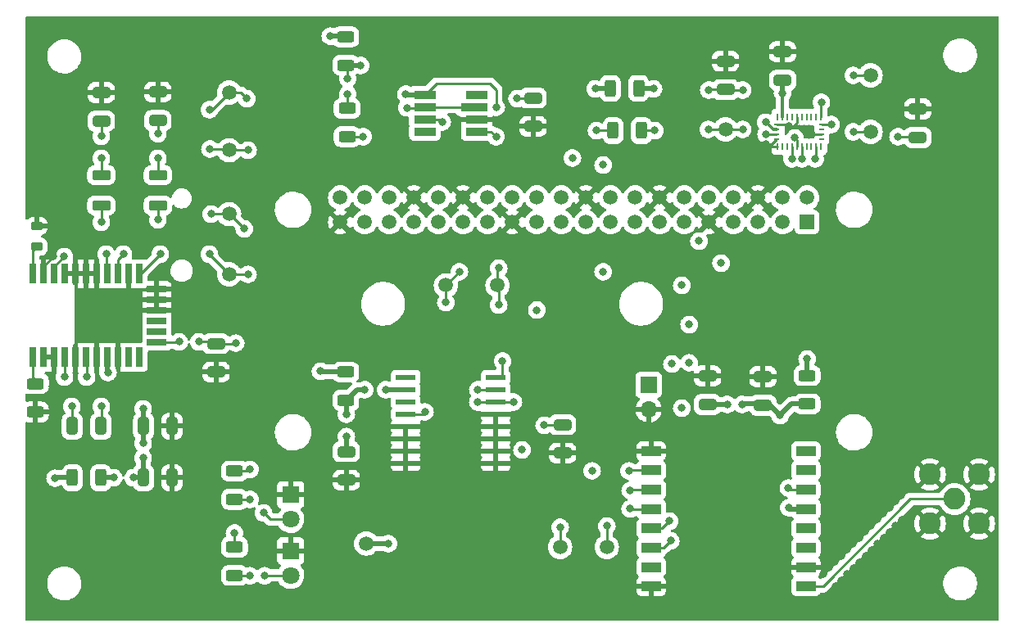
<source format=gtl>
G04 #@! TF.GenerationSoftware,KiCad,Pcbnew,(6.0.7-1)-1*
G04 #@! TF.CreationDate,2023-01-09T19:50:39-06:00*
G04 #@! TF.ProjectId,Neutro_v1,4e657574-726f-45f7-9631-2e6b69636164,v1*
G04 #@! TF.SameCoordinates,Original*
G04 #@! TF.FileFunction,Copper,L1,Top*
G04 #@! TF.FilePolarity,Positive*
%FSLAX46Y46*%
G04 Gerber Fmt 4.6, Leading zero omitted, Abs format (unit mm)*
G04 Created by KiCad (PCBNEW (6.0.7-1)-1) date 2023-01-09 19:50:39*
%MOMM*%
%LPD*%
G01*
G04 APERTURE LIST*
G04 Aperture macros list*
%AMRoundRect*
0 Rectangle with rounded corners*
0 $1 Rounding radius*
0 $2 $3 $4 $5 $6 $7 $8 $9 X,Y pos of 4 corners*
0 Add a 4 corners polygon primitive as box body*
4,1,4,$2,$3,$4,$5,$6,$7,$8,$9,$2,$3,0*
0 Add four circle primitives for the rounded corners*
1,1,$1+$1,$2,$3*
1,1,$1+$1,$4,$5*
1,1,$1+$1,$6,$7*
1,1,$1+$1,$8,$9*
0 Add four rect primitives between the rounded corners*
20,1,$1+$1,$2,$3,$4,$5,0*
20,1,$1+$1,$4,$5,$6,$7,0*
20,1,$1+$1,$6,$7,$8,$9,0*
20,1,$1+$1,$8,$9,$2,$3,0*%
G04 Aperture macros list end*
G04 #@! TA.AperFunction,SMDPad,CuDef*
%ADD10C,1.500000*%
G04 #@! TD*
G04 #@! TA.AperFunction,SMDPad,CuDef*
%ADD11RoundRect,0.250000X0.625000X-0.312500X0.625000X0.312500X-0.625000X0.312500X-0.625000X-0.312500X0*%
G04 #@! TD*
G04 #@! TA.AperFunction,SMDPad,CuDef*
%ADD12RoundRect,0.250000X0.325000X0.650000X-0.325000X0.650000X-0.325000X-0.650000X0.325000X-0.650000X0*%
G04 #@! TD*
G04 #@! TA.AperFunction,SMDPad,CuDef*
%ADD13RoundRect,0.250000X-0.625000X0.312500X-0.625000X-0.312500X0.625000X-0.312500X0.625000X0.312500X0*%
G04 #@! TD*
G04 #@! TA.AperFunction,SMDPad,CuDef*
%ADD14RoundRect,0.250000X0.650000X-0.325000X0.650000X0.325000X-0.650000X0.325000X-0.650000X-0.325000X0*%
G04 #@! TD*
G04 #@! TA.AperFunction,SMDPad,CuDef*
%ADD15RoundRect,0.250000X-0.650000X0.325000X-0.650000X-0.325000X0.650000X-0.325000X0.650000X0.325000X0*%
G04 #@! TD*
G04 #@! TA.AperFunction,SMDPad,CuDef*
%ADD16RoundRect,0.250000X-0.312500X-0.625000X0.312500X-0.625000X0.312500X0.625000X-0.312500X0.625000X0*%
G04 #@! TD*
G04 #@! TA.AperFunction,SMDPad,CuDef*
%ADD17RoundRect,0.250000X0.700000X-0.275000X0.700000X0.275000X-0.700000X0.275000X-0.700000X-0.275000X0*%
G04 #@! TD*
G04 #@! TA.AperFunction,SMDPad,CuDef*
%ADD18RoundRect,0.218750X-0.381250X0.218750X-0.381250X-0.218750X0.381250X-0.218750X0.381250X0.218750X0*%
G04 #@! TD*
G04 #@! TA.AperFunction,ComponentPad*
%ADD19C,2.250000*%
G04 #@! TD*
G04 #@! TA.AperFunction,SMDPad,CuDef*
%ADD20R,0.700000X2.000000*%
G04 #@! TD*
G04 #@! TA.AperFunction,SMDPad,CuDef*
%ADD21R,2.000000X0.700000*%
G04 #@! TD*
G04 #@! TA.AperFunction,SMDPad,CuDef*
%ADD22RoundRect,0.041300X-0.983700X-0.253700X0.983700X-0.253700X0.983700X0.253700X-0.983700X0.253700X0*%
G04 #@! TD*
G04 #@! TA.AperFunction,SMDPad,CuDef*
%ADD23R,2.000000X1.000000*%
G04 #@! TD*
G04 #@! TA.AperFunction,ComponentPad*
%ADD24R,1.800000X1.800000*%
G04 #@! TD*
G04 #@! TA.AperFunction,ComponentPad*
%ADD25C,1.800000*%
G04 #@! TD*
G04 #@! TA.AperFunction,SMDPad,CuDef*
%ADD26R,2.250000X0.900000*%
G04 #@! TD*
G04 #@! TA.AperFunction,SMDPad,CuDef*
%ADD27R,2.800000X0.900000*%
G04 #@! TD*
G04 #@! TA.AperFunction,SMDPad,CuDef*
%ADD28R,0.250000X0.675000*%
G04 #@! TD*
G04 #@! TA.AperFunction,SMDPad,CuDef*
%ADD29R,0.575000X0.250000*%
G04 #@! TD*
G04 #@! TA.AperFunction,ComponentPad*
%ADD30R,1.508000X1.508000*%
G04 #@! TD*
G04 #@! TA.AperFunction,ComponentPad*
%ADD31C,1.508000*%
G04 #@! TD*
G04 #@! TA.AperFunction,ComponentPad*
%ADD32R,1.700000X1.700000*%
G04 #@! TD*
G04 #@! TA.AperFunction,ComponentPad*
%ADD33O,1.700000X1.700000*%
G04 #@! TD*
G04 #@! TA.AperFunction,ViaPad*
%ADD34C,0.800000*%
G04 #@! TD*
G04 #@! TA.AperFunction,Conductor*
%ADD35C,0.293370*%
G04 #@! TD*
G04 #@! TA.AperFunction,Conductor*
%ADD36C,0.500000*%
G04 #@! TD*
G04 #@! TA.AperFunction,Conductor*
%ADD37C,0.250000*%
G04 #@! TD*
G04 #@! TA.AperFunction,Conductor*
%ADD38C,0.300000*%
G04 #@! TD*
G04 APERTURE END LIST*
D10*
X157353000Y-125222000D03*
D11*
X103124000Y-111262500D03*
X103124000Y-108337500D03*
D12*
X117252998Y-112727500D03*
X114302998Y-112727500D03*
D13*
X135200000Y-107137500D03*
X135200000Y-110062500D03*
D14*
X135255000Y-118315000D03*
X135255000Y-115365000D03*
D10*
X123143998Y-78232000D03*
D12*
X117252998Y-118061500D03*
X114302998Y-118061500D03*
D10*
X123143998Y-90805000D03*
X150876000Y-98171000D03*
D15*
X174449000Y-74979000D03*
X174449000Y-77929000D03*
D14*
X154559000Y-81739000D03*
X154559000Y-78789000D03*
D16*
X162537500Y-77800000D03*
X165462500Y-77800000D03*
D15*
X194310000Y-79932000D03*
X194310000Y-82882000D03*
D17*
X115777998Y-89918500D03*
X115777998Y-86768500D03*
D16*
X162826500Y-82169000D03*
X165751500Y-82169000D03*
D10*
X189435000Y-76454000D03*
D14*
X109935998Y-81182500D03*
X109935998Y-78232500D03*
D10*
X162179000Y-125222000D03*
D18*
X103251000Y-92037500D03*
X103251000Y-94162500D03*
D10*
X123143998Y-97028000D03*
D19*
X198120000Y-120269000D03*
X200660000Y-117729000D03*
X200660000Y-122809000D03*
X195580000Y-122809000D03*
X195580000Y-117729000D03*
D13*
X135337500Y-79875000D03*
X135337500Y-82800000D03*
D12*
X109886998Y-112727500D03*
X106936998Y-112727500D03*
D13*
X123700000Y-117375000D03*
X123700000Y-120300000D03*
D10*
X174449000Y-82042000D03*
D14*
X121793000Y-107139000D03*
X121793000Y-104189000D03*
D17*
X109935998Y-89918500D03*
X109935998Y-86768500D03*
D13*
X135200000Y-72475000D03*
X135200000Y-75400000D03*
D15*
X157607000Y-112571000D03*
X157607000Y-115521000D03*
X178308000Y-107618000D03*
X178308000Y-110568000D03*
D16*
X106949498Y-118061500D03*
X109874498Y-118061500D03*
D13*
X182880000Y-107503500D03*
X182880000Y-110428500D03*
D10*
X189435000Y-82296000D03*
D20*
X102874000Y-105617500D03*
X103974000Y-105617500D03*
X105074000Y-105617500D03*
X106174000Y-105617500D03*
X107274000Y-105617500D03*
X108374000Y-105617500D03*
X109474000Y-105617500D03*
X110574000Y-105617500D03*
X111674000Y-105617500D03*
X112774000Y-105617500D03*
X113874000Y-105617500D03*
D21*
X115674000Y-104067500D03*
X115674000Y-102967500D03*
X115674000Y-101867500D03*
X115674000Y-100767500D03*
X115674000Y-99667500D03*
X115674000Y-98567500D03*
D20*
X113874000Y-96977500D03*
X112774000Y-96977500D03*
X111674000Y-96977500D03*
X110574000Y-96977500D03*
X109474000Y-96977500D03*
X108374000Y-96977500D03*
X107274000Y-96977500D03*
X106174000Y-96977500D03*
X105074000Y-96977500D03*
X103974000Y-96977500D03*
X102874000Y-96977500D03*
D10*
X145542000Y-98171000D03*
X123143998Y-84201000D03*
D22*
X141395000Y-107696000D03*
X141395000Y-108966000D03*
X141395000Y-110236000D03*
X141395000Y-111506000D03*
X141395000Y-112776000D03*
X141395000Y-114046000D03*
X141395000Y-115316000D03*
X141395000Y-116586000D03*
X150705000Y-116586000D03*
X150705000Y-115316000D03*
X150705000Y-114046000D03*
X150705000Y-112776000D03*
X150705000Y-111506000D03*
X150705000Y-110236000D03*
X150705000Y-108966000D03*
X150705000Y-107696000D03*
D13*
X123700000Y-125237500D03*
X123700000Y-128162500D03*
D15*
X180340000Y-74012000D03*
X180340000Y-76962000D03*
D14*
X115777998Y-81133500D03*
X115777998Y-78183500D03*
D23*
X166752000Y-115301000D03*
X166752000Y-117301000D03*
X166752000Y-119301000D03*
X166752000Y-121301000D03*
X166752000Y-123301000D03*
X166752000Y-125301000D03*
X166752000Y-127301000D03*
X166752000Y-129301000D03*
X182752000Y-129301000D03*
X182752000Y-127301000D03*
X182752000Y-125301000D03*
X182752000Y-123301000D03*
X182752000Y-121301000D03*
X182752000Y-119301000D03*
X182752000Y-117301000D03*
X182752000Y-115301000D03*
D24*
X129500000Y-119825000D03*
D25*
X129500000Y-122365000D03*
D26*
X148733000Y-82276000D03*
X148733000Y-81026000D03*
D27*
X148458000Y-79726000D03*
D26*
X148733000Y-78476000D03*
X143430500Y-78476000D03*
X143383000Y-79726000D03*
X143383000Y-81026000D03*
X143383000Y-82276000D03*
D28*
X179819000Y-80733500D03*
D29*
X179756500Y-81546000D03*
X179756500Y-82046000D03*
X179756500Y-82546000D03*
X179756500Y-83046000D03*
D28*
X179819000Y-83858500D03*
X180319000Y-83858500D03*
X180819000Y-83858500D03*
X181319000Y-83858500D03*
X181819000Y-83858500D03*
X182319000Y-83858500D03*
X182819000Y-83858500D03*
X183319000Y-83858500D03*
X183819000Y-83858500D03*
X184319000Y-83858500D03*
D29*
X184381500Y-83046000D03*
X184381500Y-82546000D03*
X184381500Y-82046000D03*
X184381500Y-81546000D03*
D28*
X184319000Y-80733500D03*
X183819000Y-80733500D03*
X183319000Y-80733500D03*
X182819000Y-80733500D03*
X182319000Y-80733500D03*
X181819000Y-80733500D03*
X181319000Y-80733500D03*
X180819000Y-80733500D03*
X180319000Y-80733500D03*
D10*
X137312400Y-124866400D03*
D24*
X129500000Y-125625000D03*
D25*
X129500000Y-128165000D03*
D15*
X172593000Y-107540000D03*
X172593000Y-110490000D03*
D30*
X182880000Y-91628000D03*
D31*
X182880000Y-89088000D03*
X180340000Y-91628000D03*
X180340000Y-89088000D03*
X177800000Y-91628000D03*
X177800000Y-89088000D03*
X175260000Y-91628000D03*
X175260000Y-89088000D03*
X172720000Y-91628000D03*
X172720000Y-89088000D03*
X170180000Y-91628000D03*
X170180000Y-89088000D03*
X167640000Y-91628000D03*
X167640000Y-89088000D03*
X165100000Y-91628000D03*
X165100000Y-89088000D03*
X162560000Y-91628000D03*
X162560000Y-89088000D03*
X160020000Y-91628000D03*
X160020000Y-89088000D03*
X157480000Y-91628000D03*
X157480000Y-89088000D03*
X154940000Y-91628000D03*
X154940000Y-89088000D03*
X152400000Y-91628000D03*
X152400000Y-89088000D03*
X149860000Y-91628000D03*
X149860000Y-89088000D03*
X147320000Y-91628000D03*
X147320000Y-89088000D03*
X144780000Y-91628000D03*
X144780000Y-89088000D03*
X142240000Y-91628000D03*
X142240000Y-89088000D03*
X139700000Y-91628000D03*
X139700000Y-89088000D03*
X137160000Y-91628000D03*
X137160000Y-89088000D03*
X134620000Y-91628000D03*
X134620000Y-89088000D03*
D32*
X166497000Y-108458000D03*
D33*
X166497000Y-110998000D03*
D34*
X161114000Y-82169000D03*
X139598400Y-124866400D03*
X132588000Y-107061000D03*
X133600000Y-72400000D03*
X160987000Y-77851000D03*
X105156000Y-118110000D03*
X182880000Y-105791000D03*
X168910000Y-106299000D03*
X148844000Y-108966000D03*
X145542000Y-99949000D03*
X145161000Y-81280000D03*
X146939000Y-96774000D03*
X105000000Y-95200000D03*
X185750000Y-126750000D03*
X186418000Y-128668000D03*
X104902000Y-110871000D03*
X188875000Y-123625000D03*
X191418000Y-123668000D03*
X104900000Y-108600000D03*
X192625000Y-119875000D03*
X105029000Y-91567000D03*
X185800000Y-129286000D03*
X192043000Y-123043000D03*
X103200200Y-89916000D03*
X105000000Y-93200000D03*
X190125000Y-122375000D03*
X181022095Y-81665393D03*
X190793000Y-124293000D03*
X192000000Y-120500000D03*
X187000000Y-125500000D03*
X190750000Y-121750000D03*
X191375000Y-121125000D03*
X188250000Y-124250000D03*
X188293000Y-126793000D03*
X187625000Y-124875000D03*
X188918000Y-126168000D03*
X189500000Y-123000000D03*
X184531000Y-128000000D03*
X187043000Y-128043000D03*
X103124000Y-112909500D03*
X192668000Y-122418000D03*
X183339000Y-82550000D03*
X185125000Y-127375000D03*
X190168000Y-124918000D03*
X189543000Y-125543000D03*
X187668000Y-127418000D03*
X186375000Y-126125000D03*
X178640000Y-83549503D03*
X151000000Y-100200000D03*
X151003000Y-96393000D03*
X150731500Y-82804000D03*
X151400000Y-106000000D03*
X109935998Y-82755500D03*
X121158000Y-84074000D03*
X161798000Y-85725000D03*
X109935998Y-85041500D03*
X125095000Y-84201000D03*
X124968000Y-78867000D03*
X115777998Y-85041500D03*
X158623000Y-85000500D03*
X121111998Y-80010000D03*
X115777998Y-82501500D03*
X143383000Y-111252000D03*
X170688000Y-106172000D03*
X168783000Y-124587000D03*
X170688000Y-102235000D03*
X180935500Y-119126000D03*
X171704000Y-93599000D03*
X173990000Y-95885000D03*
X161798000Y-96774000D03*
X164592000Y-119380000D03*
X162179000Y-123063000D03*
X157353000Y-123190000D03*
X160655000Y-117348000D03*
X164465000Y-117348000D03*
X181610000Y-82931000D03*
X164592000Y-121285000D03*
X153416000Y-115189000D03*
X154944299Y-100715299D03*
X169926000Y-98171000D03*
X169926000Y-110871000D03*
X168656000Y-122555000D03*
X184355000Y-79248000D03*
X187657000Y-76454000D03*
X187657000Y-82296000D03*
X185371000Y-81534000D03*
X167132000Y-82169000D03*
X178640000Y-82550000D03*
X176227000Y-82042000D03*
X172671000Y-82042000D03*
X183715701Y-85085701D03*
X125300000Y-117200000D03*
X182327299Y-85085701D03*
X123700000Y-123779000D03*
X110617000Y-107188000D03*
X114253998Y-114505500D03*
X114253998Y-110949500D03*
X111205998Y-118061500D03*
X114253998Y-116029500D03*
X113237998Y-118061500D03*
X117983000Y-104013000D03*
X152527000Y-110236000D03*
X123825000Y-104140000D03*
X155702000Y-112649000D03*
X120015000Y-104013000D03*
X148844000Y-110236000D03*
X137160000Y-108966000D03*
X139319000Y-108966000D03*
X135255000Y-111506000D03*
X135255000Y-113792000D03*
X126700000Y-121700000D03*
X125300000Y-120300000D03*
X110443998Y-94947500D03*
X109935998Y-91645500D03*
X115777998Y-91391500D03*
X112221998Y-94947500D03*
X181307000Y-85090000D03*
X192278000Y-82804000D03*
X167005000Y-77851000D03*
X176227000Y-77978000D03*
X178600000Y-81300000D03*
X172720000Y-77978000D03*
X180340000Y-78281000D03*
X109935998Y-110695500D03*
X108411998Y-107647500D03*
X106887998Y-110695500D03*
X106125998Y-107647500D03*
X174625000Y-110490000D03*
X180086000Y-111633000D03*
X180975000Y-121158000D03*
X176149000Y-110490000D03*
X135400000Y-78400000D03*
X150749000Y-79756000D03*
X152908000Y-78867000D03*
X136737500Y-75431250D03*
X135400000Y-76800000D03*
X141400000Y-78400000D03*
X116031998Y-94947500D03*
X121111998Y-94947500D03*
X125095000Y-97028000D03*
X121285000Y-90805000D03*
X106100000Y-95200000D03*
X124714000Y-92329000D03*
X126800000Y-128200000D03*
X125300000Y-128200000D03*
X137000000Y-82800000D03*
X141500000Y-79800000D03*
D35*
X182752000Y-129301000D02*
X184516000Y-129301000D01*
X184516000Y-129301000D02*
X193548000Y-120269000D01*
X193548000Y-120269000D02*
X198120000Y-120269000D01*
D36*
X139598400Y-124866400D02*
X137312400Y-124866400D01*
D37*
X162826500Y-82169000D02*
X161114000Y-82169000D01*
D36*
X106949498Y-118061500D02*
X105204500Y-118061500D01*
X135137500Y-72400000D02*
X133600000Y-72400000D01*
D37*
X132649500Y-107122500D02*
X132588000Y-107061000D01*
D36*
X182880000Y-107503500D02*
X182880000Y-105791000D01*
D37*
X105204500Y-118061500D02*
X105156000Y-118110000D01*
D36*
X162761000Y-77851000D02*
X160987000Y-77851000D01*
X135255000Y-107122500D02*
X132649500Y-107122500D01*
D37*
X145542000Y-98171000D02*
X146939000Y-96774000D01*
X148844000Y-108966000D02*
X150705000Y-108966000D01*
X144907000Y-81026000D02*
X145161000Y-81280000D01*
X145542000Y-99949000D02*
X145542000Y-98171000D01*
X143383000Y-81026000D02*
X144907000Y-81026000D01*
X183343000Y-82546000D02*
X183339000Y-82550000D01*
X180902702Y-81546000D02*
X181022095Y-81665393D01*
X179252997Y-83549503D02*
X178640000Y-83549503D01*
X181819000Y-81346000D02*
X181499607Y-81665393D01*
X179756500Y-83046000D02*
X179252997Y-83549503D01*
X103974000Y-96226000D02*
X105000000Y-95200000D01*
X179756500Y-81546000D02*
X180902702Y-81546000D01*
X184381500Y-82546000D02*
X183343000Y-82546000D01*
X178948997Y-83858500D02*
X178640000Y-83549503D01*
X179819000Y-83858500D02*
X178948997Y-83858500D01*
X103974000Y-96977500D02*
X103974000Y-96226000D01*
X181819000Y-80733500D02*
X181819000Y-81346000D01*
X181499607Y-81665393D02*
X181022095Y-81665393D01*
X148733000Y-82276000D02*
X150203500Y-82276000D01*
X150203500Y-82276000D02*
X150731500Y-82804000D01*
X151003000Y-96393000D02*
X150876000Y-96520000D01*
X151000000Y-100200000D02*
X151000000Y-98295000D01*
X151000000Y-98295000D02*
X150876000Y-98171000D01*
X150876000Y-96520000D02*
X150876000Y-98044000D01*
X151400000Y-107680000D02*
X151400000Y-106000000D01*
X151384000Y-107696000D02*
X151400000Y-107680000D01*
X121158000Y-84074000D02*
X123016998Y-84074000D01*
X123143998Y-84201000D02*
X125095000Y-84201000D01*
X109935998Y-85041500D02*
X109935998Y-86768500D01*
X109935998Y-81182500D02*
X109935998Y-82755500D01*
X115777998Y-85041500D02*
X115777998Y-86768500D01*
X124333000Y-78232000D02*
X124968000Y-78867000D01*
X121111998Y-80010000D02*
X121365998Y-80010000D01*
X123143998Y-78232000D02*
X124333000Y-78232000D01*
X121365998Y-80010000D02*
X123143998Y-78232000D01*
X115777998Y-81133500D02*
X115777998Y-82501500D01*
X143129000Y-111506000D02*
X143383000Y-111252000D01*
X141395000Y-111506000D02*
X143129000Y-111506000D01*
X166752000Y-125301000D02*
X168069000Y-125301000D01*
X168069000Y-125301000D02*
X168783000Y-124587000D01*
X182752000Y-119301000D02*
X181110500Y-119301000D01*
X181110500Y-119301000D02*
X180935500Y-119126000D01*
X164671000Y-119301000D02*
X164592000Y-119380000D01*
X166752000Y-119301000D02*
X164671000Y-119301000D01*
X162179000Y-123063000D02*
X162179000Y-125222000D01*
X157353000Y-123190000D02*
X157353000Y-125095000D01*
X166752000Y-117301000D02*
X164512000Y-117301000D01*
X164512000Y-117301000D02*
X164465000Y-117348000D01*
X181819000Y-83140000D02*
X181610000Y-82931000D01*
X181819000Y-83858500D02*
X181819000Y-83140000D01*
X164608000Y-121301000D02*
X164592000Y-121285000D01*
X166752000Y-121301000D02*
X164608000Y-121301000D01*
X167910000Y-123301000D02*
X168656000Y-122555000D01*
X166752000Y-123301000D02*
X167910000Y-123301000D01*
X184319000Y-79284000D02*
X184319000Y-80733500D01*
X187657000Y-76454000D02*
X189435000Y-76454000D01*
X184319000Y-79284000D02*
X184355000Y-79248000D01*
X184381500Y-81546000D02*
X185359000Y-81546000D01*
X185359000Y-81546000D02*
X185371000Y-81534000D01*
X187657000Y-82296000D02*
X189435000Y-82296000D01*
X178644000Y-82546000D02*
X179756500Y-82546000D01*
X178640000Y-82550000D02*
X178644000Y-82546000D01*
X167132000Y-82169000D02*
X165751500Y-82169000D01*
X176227000Y-82042000D02*
X174449000Y-82042000D01*
X174449000Y-82042000D02*
X172671000Y-82042000D01*
X183819000Y-83858500D02*
X183819000Y-84982402D01*
X183819000Y-84982402D02*
X183715701Y-85085701D01*
X125125000Y-117375000D02*
X125300000Y-117200000D01*
X123700000Y-117375000D02*
X125125000Y-117375000D01*
X182319000Y-83858500D02*
X182319000Y-85077402D01*
X182319000Y-85077402D02*
X182327299Y-85085701D01*
X123700000Y-125110500D02*
X123700000Y-123652000D01*
D36*
X114253998Y-110949500D02*
X114253998Y-112678500D01*
X110573998Y-107144998D02*
X110573998Y-105617500D01*
X114302998Y-112727500D02*
X114302998Y-114456500D01*
D37*
X114302998Y-114456500D02*
X114253998Y-114505500D01*
D36*
X114253998Y-116029500D02*
X114253998Y-118012500D01*
X114302998Y-118061500D02*
X113237998Y-118061500D01*
D37*
X110617000Y-107188000D02*
X110573998Y-107144998D01*
D36*
X111205998Y-118061500D02*
X109874498Y-118061500D01*
D37*
X152527000Y-110236000D02*
X150705000Y-110236000D01*
X123776000Y-104189000D02*
X121793000Y-104189000D01*
X155780000Y-112571000D02*
X157607000Y-112571000D01*
X120015000Y-104013000D02*
X121617000Y-104013000D01*
X117983000Y-104013000D02*
X117928500Y-104067500D01*
X117928500Y-104067500D02*
X115674000Y-104067500D01*
X148844000Y-110236000D02*
X150705000Y-110236000D01*
X123825000Y-104140000D02*
X123776000Y-104189000D01*
X155702000Y-112649000D02*
X155780000Y-112571000D01*
D36*
X137160000Y-108966000D02*
X136336500Y-108966000D01*
X141395000Y-108966000D02*
X139319000Y-108966000D01*
X135255000Y-110047500D02*
X135255000Y-111506000D01*
X135255000Y-113792000D02*
X135255000Y-115365000D01*
X136336500Y-108966000D02*
X135255000Y-110047500D01*
D37*
X126700000Y-121700000D02*
X127365000Y-122365000D01*
X123700000Y-120300000D02*
X125300000Y-120300000D01*
X127365000Y-122365000D02*
X129500000Y-122365000D01*
X102874000Y-94539500D02*
X103251000Y-94162500D01*
X102874000Y-96977500D02*
X102874000Y-94539500D01*
X109935998Y-89918500D02*
X109935998Y-91645500D01*
X110443998Y-94947500D02*
X110443998Y-96847500D01*
X112221998Y-94947500D02*
X111673998Y-95495500D01*
X111673998Y-95495500D02*
X111673998Y-96977500D01*
X115777998Y-89918500D02*
X115777998Y-91391500D01*
X181319000Y-83858500D02*
X181319000Y-85078000D01*
X192278000Y-82804000D02*
X194232000Y-82804000D01*
X181319000Y-85078000D02*
X181307000Y-85090000D01*
X180319000Y-78302000D02*
X180340000Y-78281000D01*
X172720000Y-77978000D02*
X172769000Y-77929000D01*
D36*
X165686000Y-77851000D02*
X167005000Y-77851000D01*
D38*
X179346000Y-82046000D02*
X179756500Y-82046000D01*
X178600000Y-81300000D02*
X179346000Y-82046000D01*
D37*
X172769000Y-77929000D02*
X174449000Y-77929000D01*
D38*
X180319000Y-80733500D02*
X180319000Y-78302000D01*
D37*
X176227000Y-77978000D02*
X174498000Y-77978000D01*
D36*
X180340000Y-78281000D02*
X180340000Y-76962000D01*
D37*
X108411998Y-105615500D02*
X108411998Y-107647500D01*
X109935998Y-110695500D02*
X109935998Y-112678500D01*
X106173998Y-105617500D02*
X106173998Y-107599500D01*
X106887998Y-110695500D02*
X106887998Y-112678500D01*
X106173998Y-107599500D02*
X106125998Y-107647500D01*
D36*
X181278000Y-110441000D02*
X182626000Y-110441000D01*
X180086000Y-111633000D02*
X181278000Y-110441000D01*
X174625000Y-110490000D02*
X172974000Y-110490000D01*
D37*
X176149000Y-110490000D02*
X176210500Y-110428500D01*
D36*
X180086000Y-111633000D02*
X178881500Y-110428500D01*
D37*
X181118000Y-121301000D02*
X180975000Y-121158000D01*
D36*
X182752000Y-121301000D02*
X181118000Y-121301000D01*
X176210500Y-110428500D02*
X177800000Y-110428500D01*
D37*
X135400000Y-75600000D02*
X135200000Y-75400000D01*
X150100000Y-77300000D02*
X150749000Y-77949000D01*
X152908000Y-78867000D02*
X152986000Y-78789000D01*
X152986000Y-78789000D02*
X154559000Y-78789000D01*
X143430500Y-78476000D02*
X144606500Y-77300000D01*
X135400000Y-76800000D02*
X135400000Y-75600000D01*
X150749000Y-77949000D02*
X150749000Y-79756000D01*
D36*
X135400000Y-75431250D02*
X136737500Y-75431250D01*
D37*
X135400000Y-78400000D02*
X135400000Y-79812500D01*
X135400000Y-79812500D02*
X135337500Y-79875000D01*
D36*
X143430500Y-78476000D02*
X141470500Y-78476000D01*
D37*
X144606500Y-77300000D02*
X150100000Y-77300000D01*
X102874000Y-107700000D02*
X103124000Y-107950000D01*
X102874000Y-108087500D02*
X103124000Y-108337500D01*
X102874000Y-105617500D02*
X102874000Y-108087500D01*
X121111998Y-94947500D02*
X121111998Y-94996000D01*
X113999998Y-96979500D02*
X116031998Y-94947500D01*
X121111998Y-94996000D02*
X123143998Y-97028000D01*
X123143998Y-97028000D02*
X125095000Y-97028000D01*
X123190000Y-90805000D02*
X124714000Y-92329000D01*
X121285000Y-90805000D02*
X123143998Y-90805000D01*
X106100000Y-95200000D02*
X105073998Y-96226002D01*
X105073998Y-96226002D02*
X105073998Y-96977500D01*
X125262500Y-128162500D02*
X125300000Y-128200000D01*
X126800000Y-128200000D02*
X126835000Y-128165000D01*
X123700000Y-128162500D02*
X125262500Y-128162500D01*
X126835000Y-128165000D02*
X129500000Y-128165000D01*
X142820604Y-79800000D02*
X143064802Y-80044198D01*
X148458000Y-79726000D02*
X143383000Y-79726000D01*
X135337500Y-82800000D02*
X137000000Y-82800000D01*
X141500000Y-79800000D02*
X142820604Y-79800000D01*
G04 #@! TA.AperFunction,Conductor*
G36*
X202633621Y-70378502D02*
G01*
X202680114Y-70432158D01*
X202691500Y-70484500D01*
X202691500Y-132715500D01*
X202671498Y-132783621D01*
X202617842Y-132830114D01*
X202565500Y-132841500D01*
X102234500Y-132841500D01*
X102166379Y-132821498D01*
X102119886Y-132767842D01*
X102108500Y-132715500D01*
X102108500Y-129107655D01*
X104339858Y-129107655D01*
X104375104Y-129366638D01*
X104376412Y-129371124D01*
X104376412Y-129371126D01*
X104395606Y-129436977D01*
X104448243Y-129617567D01*
X104557668Y-129854928D01*
X104560231Y-129858837D01*
X104698410Y-130069596D01*
X104698414Y-130069601D01*
X104700976Y-130073509D01*
X104875018Y-130268506D01*
X105075970Y-130435637D01*
X105079973Y-130438066D01*
X105295422Y-130568804D01*
X105295426Y-130568806D01*
X105299419Y-130571229D01*
X105540455Y-130672303D01*
X105793783Y-130736641D01*
X105798434Y-130737109D01*
X105798438Y-130737110D01*
X105991308Y-130756531D01*
X106010867Y-130758500D01*
X106166354Y-130758500D01*
X106168679Y-130758327D01*
X106168685Y-130758327D01*
X106356000Y-130744407D01*
X106356004Y-130744406D01*
X106360652Y-130744061D01*
X106365200Y-130743032D01*
X106365206Y-130743031D01*
X106551601Y-130700853D01*
X106615577Y-130686377D01*
X106651769Y-130672303D01*
X106854824Y-130593340D01*
X106854827Y-130593339D01*
X106859177Y-130591647D01*
X107086098Y-130461951D01*
X107291357Y-130300138D01*
X107470443Y-130109763D01*
X107585051Y-129944557D01*
X107616759Y-129898851D01*
X107616761Y-129898848D01*
X107619424Y-129895009D01*
X107621492Y-129890816D01*
X107643756Y-129845669D01*
X165244001Y-129845669D01*
X165244371Y-129852490D01*
X165249895Y-129903352D01*
X165253521Y-129918604D01*
X165298676Y-130039054D01*
X165307214Y-130054649D01*
X165383715Y-130156724D01*
X165396276Y-130169285D01*
X165498351Y-130245786D01*
X165513946Y-130254324D01*
X165634394Y-130299478D01*
X165649649Y-130303105D01*
X165700514Y-130308631D01*
X165707328Y-130309000D01*
X166479885Y-130309000D01*
X166495124Y-130304525D01*
X166496329Y-130303135D01*
X166498000Y-130295452D01*
X166498000Y-130290884D01*
X167006000Y-130290884D01*
X167010475Y-130306123D01*
X167011865Y-130307328D01*
X167019548Y-130308999D01*
X167796669Y-130308999D01*
X167803490Y-130308629D01*
X167854352Y-130303105D01*
X167869604Y-130299479D01*
X167990054Y-130254324D01*
X168005649Y-130245786D01*
X168107724Y-130169285D01*
X168120285Y-130156724D01*
X168196786Y-130054649D01*
X168205324Y-130039054D01*
X168250478Y-129918606D01*
X168254105Y-129903351D01*
X168259631Y-129852486D01*
X168259813Y-129849134D01*
X181243500Y-129849134D01*
X181250255Y-129911316D01*
X181301385Y-130047705D01*
X181388739Y-130164261D01*
X181505295Y-130251615D01*
X181641684Y-130302745D01*
X181703866Y-130309500D01*
X183800134Y-130309500D01*
X183862316Y-130302745D01*
X183998705Y-130251615D01*
X184115261Y-130164261D01*
X184186209Y-130069596D01*
X184197233Y-130054887D01*
X184197235Y-130054884D01*
X184202615Y-130047705D01*
X184205764Y-130039304D01*
X184205766Y-130039301D01*
X184206271Y-130037953D01*
X184207128Y-130036812D01*
X184210077Y-130031426D01*
X184210855Y-130031852D01*
X184248914Y-129981189D01*
X184315476Y-129956491D01*
X184324252Y-129956185D01*
X184434382Y-129956185D01*
X184446147Y-129956740D01*
X184453852Y-129958462D01*
X184461777Y-129958213D01*
X184461778Y-129958213D01*
X184524317Y-129956247D01*
X184528276Y-129956185D01*
X184557219Y-129956185D01*
X184561562Y-129955637D01*
X184573392Y-129954705D01*
X184619308Y-129953261D01*
X184626918Y-129951050D01*
X184626926Y-129951049D01*
X184639756Y-129947322D01*
X184659108Y-129943314D01*
X184660235Y-129943172D01*
X184680233Y-129940645D01*
X184687605Y-129937726D01*
X184687606Y-129937726D01*
X184722947Y-129923734D01*
X184734177Y-129919889D01*
X184763685Y-129911316D01*
X184778273Y-129907078D01*
X184785100Y-129903040D01*
X184785103Y-129903039D01*
X184796595Y-129896242D01*
X184814350Y-129887544D01*
X184834146Y-129879706D01*
X184871304Y-129852709D01*
X184881216Y-129846198D01*
X184920759Y-129822812D01*
X184935811Y-129807760D01*
X184950845Y-129794919D01*
X184961656Y-129787064D01*
X184968069Y-129782405D01*
X184997352Y-129747008D01*
X185005342Y-129738229D01*
X185635916Y-129107655D01*
X196939858Y-129107655D01*
X196975104Y-129366638D01*
X196976412Y-129371124D01*
X196976412Y-129371126D01*
X196995606Y-129436977D01*
X197048243Y-129617567D01*
X197157668Y-129854928D01*
X197160231Y-129858837D01*
X197298410Y-130069596D01*
X197298414Y-130069601D01*
X197300976Y-130073509D01*
X197475018Y-130268506D01*
X197675970Y-130435637D01*
X197679973Y-130438066D01*
X197895422Y-130568804D01*
X197895426Y-130568806D01*
X197899419Y-130571229D01*
X198140455Y-130672303D01*
X198393783Y-130736641D01*
X198398434Y-130737109D01*
X198398438Y-130737110D01*
X198591308Y-130756531D01*
X198610867Y-130758500D01*
X198766354Y-130758500D01*
X198768679Y-130758327D01*
X198768685Y-130758327D01*
X198956000Y-130744407D01*
X198956004Y-130744406D01*
X198960652Y-130744061D01*
X198965200Y-130743032D01*
X198965206Y-130743031D01*
X199151601Y-130700853D01*
X199215577Y-130686377D01*
X199251769Y-130672303D01*
X199454824Y-130593340D01*
X199454827Y-130593339D01*
X199459177Y-130591647D01*
X199686098Y-130461951D01*
X199891357Y-130300138D01*
X200070443Y-130109763D01*
X200185051Y-129944557D01*
X200216759Y-129898851D01*
X200216761Y-129898848D01*
X200219424Y-129895009D01*
X200221492Y-129890816D01*
X200332960Y-129664781D01*
X200332961Y-129664778D01*
X200335025Y-129660593D01*
X200368291Y-129556671D01*
X200413280Y-129416123D01*
X200414707Y-129411665D01*
X200456721Y-129153693D01*
X200458685Y-129003622D01*
X200460081Y-128897022D01*
X200460081Y-128897019D01*
X200460142Y-128892345D01*
X200424896Y-128633362D01*
X200410473Y-128583877D01*
X200376877Y-128468617D01*
X200351757Y-128382433D01*
X200242332Y-128145072D01*
X200183048Y-128054649D01*
X200101590Y-127930404D01*
X200101586Y-127930399D01*
X200099024Y-127926491D01*
X199924982Y-127731494D01*
X199724030Y-127564363D01*
X199646392Y-127517251D01*
X199504578Y-127431196D01*
X199504574Y-127431194D01*
X199500581Y-127428771D01*
X199259545Y-127327697D01*
X199006217Y-127263359D01*
X199001566Y-127262891D01*
X199001562Y-127262890D01*
X198792271Y-127241816D01*
X198789133Y-127241500D01*
X198633646Y-127241500D01*
X198631321Y-127241673D01*
X198631315Y-127241673D01*
X198444000Y-127255593D01*
X198443996Y-127255594D01*
X198439348Y-127255939D01*
X198434800Y-127256968D01*
X198434794Y-127256969D01*
X198249763Y-127298838D01*
X198184423Y-127313623D01*
X198180071Y-127315315D01*
X198180069Y-127315316D01*
X197945176Y-127406660D01*
X197945173Y-127406661D01*
X197940823Y-127408353D01*
X197713902Y-127538049D01*
X197508643Y-127699862D01*
X197329557Y-127890237D01*
X197180576Y-128104991D01*
X197178510Y-128109181D01*
X197178508Y-128109184D01*
X197083055Y-128302745D01*
X197064975Y-128339407D01*
X197063553Y-128343850D01*
X197063552Y-128343852D01*
X197004654Y-128527851D01*
X196985293Y-128588335D01*
X196943279Y-128846307D01*
X196941790Y-128960058D01*
X196940295Y-129074305D01*
X196939858Y-129107655D01*
X185635916Y-129107655D01*
X190610100Y-124133471D01*
X194620884Y-124133471D01*
X194624570Y-124138740D01*
X194832121Y-124265927D01*
X194840915Y-124270408D01*
X195069242Y-124364984D01*
X195078627Y-124368033D01*
X195318940Y-124425728D01*
X195328687Y-124427271D01*
X195575070Y-124446662D01*
X195584930Y-124446662D01*
X195831313Y-124427271D01*
X195841060Y-124425728D01*
X196081373Y-124368033D01*
X196090758Y-124364984D01*
X196319085Y-124270408D01*
X196327879Y-124265927D01*
X196533928Y-124139660D01*
X196537968Y-124133471D01*
X199700884Y-124133471D01*
X199704570Y-124138740D01*
X199912121Y-124265927D01*
X199920915Y-124270408D01*
X200149242Y-124364984D01*
X200158627Y-124368033D01*
X200398940Y-124425728D01*
X200408687Y-124427271D01*
X200655070Y-124446662D01*
X200664930Y-124446662D01*
X200911313Y-124427271D01*
X200921060Y-124425728D01*
X201161373Y-124368033D01*
X201170758Y-124364984D01*
X201399085Y-124270408D01*
X201407879Y-124265927D01*
X201613928Y-124139660D01*
X201619190Y-124131599D01*
X201613183Y-124121393D01*
X200672812Y-123181022D01*
X200658868Y-123173408D01*
X200657035Y-123173539D01*
X200650420Y-123177790D01*
X199708276Y-124119934D01*
X199700884Y-124133471D01*
X196537968Y-124133471D01*
X196539190Y-124131599D01*
X196533183Y-124121393D01*
X195592812Y-123181022D01*
X195578868Y-123173408D01*
X195577035Y-123173539D01*
X195570420Y-123177790D01*
X194628276Y-124119934D01*
X194620884Y-124133471D01*
X190610100Y-124133471D01*
X191929641Y-122813930D01*
X193942338Y-122813930D01*
X193961729Y-123060313D01*
X193963272Y-123070060D01*
X194020967Y-123310373D01*
X194024016Y-123319758D01*
X194118592Y-123548085D01*
X194123073Y-123556879D01*
X194249340Y-123762928D01*
X194257401Y-123768190D01*
X194267607Y-123762183D01*
X195207978Y-122821812D01*
X195214356Y-122810132D01*
X195944408Y-122810132D01*
X195944539Y-122811965D01*
X195948790Y-122818580D01*
X196890934Y-123760724D01*
X196904471Y-123768116D01*
X196909740Y-123764430D01*
X197036927Y-123556879D01*
X197041408Y-123548085D01*
X197135984Y-123319758D01*
X197139033Y-123310373D01*
X197196728Y-123070060D01*
X197198271Y-123060313D01*
X197217662Y-122813930D01*
X199022338Y-122813930D01*
X199041729Y-123060313D01*
X199043272Y-123070060D01*
X199100967Y-123310373D01*
X199104016Y-123319758D01*
X199198592Y-123548085D01*
X199203073Y-123556879D01*
X199329340Y-123762928D01*
X199337401Y-123768190D01*
X199347607Y-123762183D01*
X200287978Y-122821812D01*
X200294356Y-122810132D01*
X201024408Y-122810132D01*
X201024539Y-122811965D01*
X201028790Y-122818580D01*
X201970934Y-123760724D01*
X201984471Y-123768116D01*
X201989740Y-123764430D01*
X202116927Y-123556879D01*
X202121408Y-123548085D01*
X202215984Y-123319758D01*
X202219033Y-123310373D01*
X202276728Y-123070060D01*
X202278271Y-123060313D01*
X202297662Y-122813930D01*
X202297662Y-122804070D01*
X202278271Y-122557687D01*
X202276728Y-122547940D01*
X202219033Y-122307627D01*
X202215984Y-122298242D01*
X202121408Y-122069915D01*
X202116927Y-122061121D01*
X201990660Y-121855072D01*
X201982599Y-121849810D01*
X201972393Y-121855817D01*
X201032022Y-122796188D01*
X201024408Y-122810132D01*
X200294356Y-122810132D01*
X200295592Y-122807868D01*
X200295461Y-122806035D01*
X200291210Y-122799420D01*
X199349066Y-121857276D01*
X199335529Y-121849884D01*
X199330260Y-121853570D01*
X199203073Y-122061121D01*
X199198592Y-122069915D01*
X199104016Y-122298242D01*
X199100967Y-122307627D01*
X199043272Y-122547940D01*
X199041729Y-122557687D01*
X199022338Y-122804070D01*
X199022338Y-122813930D01*
X197217662Y-122813930D01*
X197217662Y-122804070D01*
X197198271Y-122557687D01*
X197196728Y-122547940D01*
X197139033Y-122307627D01*
X197135984Y-122298242D01*
X197041408Y-122069915D01*
X197036927Y-122061121D01*
X196910660Y-121855072D01*
X196902599Y-121849810D01*
X196892393Y-121855817D01*
X195952022Y-122796188D01*
X195944408Y-122810132D01*
X195214356Y-122810132D01*
X195215592Y-122807868D01*
X195215461Y-122806035D01*
X195211210Y-122799420D01*
X194269066Y-121857276D01*
X194255529Y-121849884D01*
X194250260Y-121853570D01*
X194123073Y-122061121D01*
X194118592Y-122069915D01*
X194024016Y-122298242D01*
X194020967Y-122307627D01*
X193963272Y-122547940D01*
X193961729Y-122557687D01*
X193942338Y-122804070D01*
X193942338Y-122813930D01*
X191929641Y-122813930D01*
X193257170Y-121486401D01*
X194620810Y-121486401D01*
X194626817Y-121496607D01*
X195567188Y-122436978D01*
X195581132Y-122444592D01*
X195582965Y-122444461D01*
X195589580Y-122440210D01*
X196531724Y-121498066D01*
X196539116Y-121484529D01*
X196535430Y-121479260D01*
X196327879Y-121352073D01*
X196319085Y-121347592D01*
X196090758Y-121253016D01*
X196081373Y-121249967D01*
X195841060Y-121192272D01*
X195831313Y-121190729D01*
X195641587Y-121175797D01*
X195575739Y-121150700D01*
X195544025Y-121171081D01*
X195518413Y-121175797D01*
X195328687Y-121190729D01*
X195318940Y-121192272D01*
X195078627Y-121249967D01*
X195069242Y-121253016D01*
X194840915Y-121347592D01*
X194832121Y-121352073D01*
X194626072Y-121478340D01*
X194620810Y-121486401D01*
X193257170Y-121486401D01*
X193782481Y-120961090D01*
X193844793Y-120927064D01*
X193871576Y-120924185D01*
X195508527Y-120924185D01*
X195576648Y-120944187D01*
X195581942Y-120950296D01*
X195625569Y-120926876D01*
X195651473Y-120924185D01*
X196539107Y-120924185D01*
X196607228Y-120944187D01*
X196655514Y-121001963D01*
X196658144Y-121008312D01*
X196658145Y-121008313D01*
X196660040Y-121012887D01*
X196794384Y-121232116D01*
X196961369Y-121427631D01*
X197156884Y-121594616D01*
X197376113Y-121728960D01*
X197380683Y-121730853D01*
X197380687Y-121730855D01*
X197609087Y-121825461D01*
X197613660Y-121827355D01*
X197669450Y-121840749D01*
X197858861Y-121886223D01*
X197858867Y-121886224D01*
X197863674Y-121887378D01*
X198120000Y-121907551D01*
X198376326Y-121887378D01*
X198381133Y-121886224D01*
X198381139Y-121886223D01*
X198570550Y-121840749D01*
X198626340Y-121827355D01*
X198630913Y-121825461D01*
X198859313Y-121730855D01*
X198859317Y-121730853D01*
X198863887Y-121728960D01*
X199083116Y-121594616D01*
X199209820Y-121486401D01*
X199700810Y-121486401D01*
X199706817Y-121496607D01*
X200647188Y-122436978D01*
X200661132Y-122444592D01*
X200662965Y-122444461D01*
X200669580Y-122440210D01*
X201611724Y-121498066D01*
X201619116Y-121484529D01*
X201615430Y-121479260D01*
X201407879Y-121352073D01*
X201399085Y-121347592D01*
X201170758Y-121253016D01*
X201161373Y-121249967D01*
X200921060Y-121192272D01*
X200911313Y-121190729D01*
X200664930Y-121171338D01*
X200655070Y-121171338D01*
X200408687Y-121190729D01*
X200398940Y-121192272D01*
X200158627Y-121249967D01*
X200149242Y-121253016D01*
X199920915Y-121347592D01*
X199912121Y-121352073D01*
X199706072Y-121478340D01*
X199700810Y-121486401D01*
X199209820Y-121486401D01*
X199278631Y-121427631D01*
X199445616Y-121232116D01*
X199579960Y-121012887D01*
X199595805Y-120974635D01*
X199676461Y-120779913D01*
X199676462Y-120779911D01*
X199678355Y-120775340D01*
X199704780Y-120665271D01*
X199737223Y-120530139D01*
X199737224Y-120530133D01*
X199738378Y-120525326D01*
X199758551Y-120269000D01*
X199738378Y-120012674D01*
X199734086Y-119994794D01*
X199679510Y-119767472D01*
X199678355Y-119762660D01*
X199676126Y-119757279D01*
X199581855Y-119529687D01*
X199581853Y-119529683D01*
X199579960Y-119525113D01*
X199445616Y-119305884D01*
X199278631Y-119110369D01*
X199212012Y-119053471D01*
X199700884Y-119053471D01*
X199704570Y-119058740D01*
X199912121Y-119185927D01*
X199920915Y-119190408D01*
X200149242Y-119284984D01*
X200158627Y-119288033D01*
X200398940Y-119345728D01*
X200408687Y-119347271D01*
X200655070Y-119366662D01*
X200664930Y-119366662D01*
X200911313Y-119347271D01*
X200921060Y-119345728D01*
X201161373Y-119288033D01*
X201170758Y-119284984D01*
X201399085Y-119190408D01*
X201407879Y-119185927D01*
X201613928Y-119059660D01*
X201619190Y-119051599D01*
X201613183Y-119041393D01*
X200672812Y-118101022D01*
X200658868Y-118093408D01*
X200657035Y-118093539D01*
X200650420Y-118097790D01*
X199708276Y-119039934D01*
X199700884Y-119053471D01*
X199212012Y-119053471D01*
X199083116Y-118943384D01*
X198863887Y-118809040D01*
X198859317Y-118807147D01*
X198859313Y-118807145D01*
X198630913Y-118712539D01*
X198630911Y-118712538D01*
X198626340Y-118710645D01*
X198528247Y-118687095D01*
X198381139Y-118651777D01*
X198381133Y-118651776D01*
X198376326Y-118650622D01*
X198120000Y-118630449D01*
X197863674Y-118650622D01*
X197858867Y-118651776D01*
X197858861Y-118651777D01*
X197711753Y-118687095D01*
X197613660Y-118710645D01*
X197609089Y-118712538D01*
X197609087Y-118712539D01*
X197380687Y-118807145D01*
X197380683Y-118807147D01*
X197376113Y-118809040D01*
X197156884Y-118943384D01*
X196961369Y-119110369D01*
X196794384Y-119305884D01*
X196660040Y-119525113D01*
X196658149Y-119529678D01*
X196658144Y-119529688D01*
X196655514Y-119536037D01*
X196610965Y-119591316D01*
X196539107Y-119613815D01*
X195651473Y-119613815D01*
X195583352Y-119593813D01*
X195578058Y-119587704D01*
X195534431Y-119611124D01*
X195508527Y-119613815D01*
X193629618Y-119613815D01*
X193617853Y-119613261D01*
X193610148Y-119611538D01*
X193602223Y-119611787D01*
X193602222Y-119611787D01*
X193539670Y-119613753D01*
X193535712Y-119613815D01*
X193506781Y-119613815D01*
X193502862Y-119614310D01*
X193502860Y-119614310D01*
X193502426Y-119614365D01*
X193490612Y-119615294D01*
X193463482Y-119616147D01*
X193444692Y-119616738D01*
X193437076Y-119618951D01*
X193437074Y-119618951D01*
X193424245Y-119622678D01*
X193404886Y-119626687D01*
X193401324Y-119627137D01*
X193383767Y-119629355D01*
X193376401Y-119632272D01*
X193376399Y-119632272D01*
X193341058Y-119646265D01*
X193329823Y-119650111D01*
X193293343Y-119660709D01*
X193293340Y-119660710D01*
X193285727Y-119662922D01*
X193270870Y-119671709D01*
X193267405Y-119673758D01*
X193249650Y-119682456D01*
X193229854Y-119690294D01*
X193223435Y-119694957D01*
X193223436Y-119694957D01*
X193192695Y-119717291D01*
X193182784Y-119723802D01*
X193143241Y-119747188D01*
X193128189Y-119762240D01*
X193113156Y-119775080D01*
X193095931Y-119787595D01*
X193090880Y-119793701D01*
X193066648Y-119822992D01*
X193058658Y-119831771D01*
X184362577Y-128527851D01*
X184300265Y-128561877D01*
X184229450Y-128556812D01*
X184172656Y-128514321D01*
X184134696Y-128463671D01*
X184115261Y-128437739D01*
X184066926Y-128401514D01*
X184024411Y-128344655D01*
X184019385Y-128273836D01*
X184053445Y-128211543D01*
X184066925Y-128199862D01*
X184107726Y-128169283D01*
X184120285Y-128156724D01*
X184196786Y-128054649D01*
X184205324Y-128039054D01*
X184250478Y-127918606D01*
X184254105Y-127903351D01*
X184259631Y-127852486D01*
X184260000Y-127845672D01*
X184260000Y-127573115D01*
X184255525Y-127557876D01*
X184254135Y-127556671D01*
X184246452Y-127555000D01*
X181262116Y-127555000D01*
X181246877Y-127559475D01*
X181245672Y-127560865D01*
X181244001Y-127568548D01*
X181244001Y-127845669D01*
X181244371Y-127852490D01*
X181249895Y-127903352D01*
X181253521Y-127918604D01*
X181298676Y-128039054D01*
X181307214Y-128054649D01*
X181383715Y-128156724D01*
X181396274Y-128169283D01*
X181437075Y-128199862D01*
X181479589Y-128256722D01*
X181484614Y-128327540D01*
X181450554Y-128389834D01*
X181437075Y-128401513D01*
X181388739Y-128437739D01*
X181301385Y-128554295D01*
X181250255Y-128690684D01*
X181243500Y-128752866D01*
X181243500Y-129849134D01*
X168259813Y-129849134D01*
X168260000Y-129845672D01*
X168260000Y-129573115D01*
X168255525Y-129557876D01*
X168254135Y-129556671D01*
X168246452Y-129555000D01*
X167024115Y-129555000D01*
X167008876Y-129559475D01*
X167007671Y-129560865D01*
X167006000Y-129568548D01*
X167006000Y-130290884D01*
X166498000Y-130290884D01*
X166498000Y-129573115D01*
X166493525Y-129557876D01*
X166492135Y-129556671D01*
X166484452Y-129555000D01*
X165262116Y-129555000D01*
X165246877Y-129559475D01*
X165245672Y-129560865D01*
X165244001Y-129568548D01*
X165244001Y-129845669D01*
X107643756Y-129845669D01*
X107732960Y-129664781D01*
X107732961Y-129664778D01*
X107735025Y-129660593D01*
X107768291Y-129556671D01*
X107813280Y-129416123D01*
X107814707Y-129411665D01*
X107856721Y-129153693D01*
X107858685Y-129003622D01*
X107860081Y-128897022D01*
X107860081Y-128897019D01*
X107860142Y-128892345D01*
X107824896Y-128633362D01*
X107810473Y-128583877D01*
X107793428Y-128525400D01*
X122316500Y-128525400D01*
X122316837Y-128528646D01*
X122316837Y-128528650D01*
X122323510Y-128592959D01*
X122327474Y-128631166D01*
X122329655Y-128637702D01*
X122329655Y-128637704D01*
X122347331Y-128690684D01*
X122383450Y-128798946D01*
X122476522Y-128949348D01*
X122601697Y-129074305D01*
X122607927Y-129078145D01*
X122607928Y-129078146D01*
X122745090Y-129162694D01*
X122752262Y-129167115D01*
X122785339Y-129178086D01*
X122913611Y-129220632D01*
X122913613Y-129220632D01*
X122920139Y-129222797D01*
X122926975Y-129223497D01*
X122926978Y-129223498D01*
X122970031Y-129227909D01*
X123024600Y-129233500D01*
X124375400Y-129233500D01*
X124378646Y-129233163D01*
X124378650Y-129233163D01*
X124474308Y-129223238D01*
X124474312Y-129223237D01*
X124481166Y-129222526D01*
X124487702Y-129220345D01*
X124487704Y-129220345D01*
X124635976Y-129170877D01*
X124648946Y-129166550D01*
X124799348Y-129073478D01*
X124808538Y-129064272D01*
X124870821Y-129030193D01*
X124941641Y-129035196D01*
X124948961Y-129038184D01*
X125011677Y-129066108D01*
X125011685Y-129066111D01*
X125017712Y-129068794D01*
X125111113Y-129088647D01*
X125198056Y-129107128D01*
X125198061Y-129107128D01*
X125204513Y-129108500D01*
X125395487Y-129108500D01*
X125401939Y-129107128D01*
X125401944Y-129107128D01*
X125488887Y-129088647D01*
X125582288Y-129068794D01*
X125592445Y-129064272D01*
X125750722Y-128993803D01*
X125750724Y-128993802D01*
X125756752Y-128991118D01*
X125911253Y-128878866D01*
X125956364Y-128828765D01*
X126016810Y-128791525D01*
X126087793Y-128792877D01*
X126143636Y-128828765D01*
X126188747Y-128878866D01*
X126343248Y-128991118D01*
X126349276Y-128993802D01*
X126349278Y-128993803D01*
X126507555Y-129064272D01*
X126517712Y-129068794D01*
X126611113Y-129088647D01*
X126698056Y-129107128D01*
X126698061Y-129107128D01*
X126704513Y-129108500D01*
X126895487Y-129108500D01*
X126901939Y-129107128D01*
X126901944Y-129107128D01*
X126988887Y-129088647D01*
X127082288Y-129068794D01*
X127092445Y-129064272D01*
X127250722Y-128993803D01*
X127250724Y-128993802D01*
X127256752Y-128991118D01*
X127411253Y-128878866D01*
X127446078Y-128840189D01*
X127506524Y-128802950D01*
X127539714Y-128798500D01*
X128165630Y-128798500D01*
X128233751Y-128818502D01*
X128273063Y-128858665D01*
X128359501Y-128999719D01*
X128511147Y-129174784D01*
X128689349Y-129322730D01*
X128889322Y-129439584D01*
X129105694Y-129522209D01*
X129110760Y-129523240D01*
X129110761Y-129523240D01*
X129163846Y-129534040D01*
X129332656Y-129568385D01*
X129461652Y-129573115D01*
X129558949Y-129576683D01*
X129558953Y-129576683D01*
X129564113Y-129576872D01*
X129569233Y-129576216D01*
X129569235Y-129576216D01*
X129642270Y-129566860D01*
X129793847Y-129547442D01*
X129798795Y-129545957D01*
X129798802Y-129545956D01*
X130010747Y-129482369D01*
X130015690Y-129480886D01*
X130096236Y-129441427D01*
X130219049Y-129381262D01*
X130219052Y-129381260D01*
X130223684Y-129378991D01*
X130412243Y-129244494D01*
X130576303Y-129081005D01*
X130581118Y-129074305D01*
X130603954Y-129042525D01*
X130711458Y-128892917D01*
X130716484Y-128882749D01*
X130811784Y-128689922D01*
X130811785Y-128689920D01*
X130814078Y-128685280D01*
X130881408Y-128463671D01*
X130911640Y-128234041D01*
X130913214Y-128169642D01*
X130913245Y-128168365D01*
X130913245Y-128168361D01*
X130913327Y-128165000D01*
X130904274Y-128054891D01*
X130894773Y-127939318D01*
X130894772Y-127939312D01*
X130894349Y-127934167D01*
X130837925Y-127709533D01*
X130832463Y-127696971D01*
X130747630Y-127501868D01*
X130747628Y-127501865D01*
X130745570Y-127497131D01*
X130619764Y-127302665D01*
X130529486Y-127203450D01*
X130498434Y-127139605D01*
X130506829Y-127069106D01*
X130552005Y-127014338D01*
X130578449Y-127000669D01*
X130638054Y-126978324D01*
X130653649Y-126969786D01*
X130755724Y-126893285D01*
X130768285Y-126880724D01*
X130844786Y-126778649D01*
X130853324Y-126763054D01*
X130898478Y-126642606D01*
X130902105Y-126627351D01*
X130907631Y-126576486D01*
X130908000Y-126569672D01*
X130908000Y-125897115D01*
X130903525Y-125881876D01*
X130902135Y-125880671D01*
X130894452Y-125879000D01*
X128110116Y-125879000D01*
X128094877Y-125883475D01*
X128093672Y-125884865D01*
X128092001Y-125892548D01*
X128092001Y-126569669D01*
X128092371Y-126576490D01*
X128097895Y-126627352D01*
X128101521Y-126642604D01*
X128146676Y-126763054D01*
X128155214Y-126778649D01*
X128231715Y-126880724D01*
X128244276Y-126893285D01*
X128346351Y-126969786D01*
X128361946Y-126978324D01*
X128421540Y-127000665D01*
X128478304Y-127043307D01*
X128503004Y-127109868D01*
X128487796Y-127179217D01*
X128468404Y-127205698D01*
X128401639Y-127275564D01*
X128398725Y-127279836D01*
X128398724Y-127279837D01*
X128310696Y-127408882D01*
X128271119Y-127466899D01*
X128270403Y-127468442D01*
X128220086Y-127517090D01*
X128161574Y-127531500D01*
X127466460Y-127531500D01*
X127398339Y-127511498D01*
X127392399Y-127507436D01*
X127384736Y-127501868D01*
X127316398Y-127452217D01*
X127262094Y-127412763D01*
X127262093Y-127412762D01*
X127256752Y-127408882D01*
X127250724Y-127406198D01*
X127250722Y-127406197D01*
X127088319Y-127333891D01*
X127088318Y-127333891D01*
X127082288Y-127331206D01*
X126968451Y-127307009D01*
X126901944Y-127292872D01*
X126901939Y-127292872D01*
X126895487Y-127291500D01*
X126704513Y-127291500D01*
X126698061Y-127292872D01*
X126698056Y-127292872D01*
X126631549Y-127307009D01*
X126517712Y-127331206D01*
X126511682Y-127333891D01*
X126511681Y-127333891D01*
X126349278Y-127406197D01*
X126349276Y-127406198D01*
X126343248Y-127408882D01*
X126337907Y-127412762D01*
X126337906Y-127412763D01*
X126287843Y-127449136D01*
X126188747Y-127521134D01*
X126147130Y-127567355D01*
X126143636Y-127571235D01*
X126083190Y-127608475D01*
X126012207Y-127607123D01*
X125956364Y-127571235D01*
X125952871Y-127567355D01*
X125911253Y-127521134D01*
X125812157Y-127449136D01*
X125762094Y-127412763D01*
X125762093Y-127412762D01*
X125756752Y-127408882D01*
X125750724Y-127406198D01*
X125750722Y-127406197D01*
X125588319Y-127333891D01*
X125588318Y-127333891D01*
X125582288Y-127331206D01*
X125468451Y-127307009D01*
X125401944Y-127292872D01*
X125401939Y-127292872D01*
X125395487Y-127291500D01*
X125204513Y-127291500D01*
X125198061Y-127292872D01*
X125198056Y-127292872D01*
X125131549Y-127307009D01*
X125017712Y-127331206D01*
X125011685Y-127333889D01*
X125011677Y-127333892D01*
X125000789Y-127338740D01*
X124930422Y-127348174D01*
X124866125Y-127318067D01*
X124860524Y-127312807D01*
X124803484Y-127255867D01*
X124798303Y-127250695D01*
X124725305Y-127205698D01*
X124653968Y-127161725D01*
X124653966Y-127161724D01*
X124647738Y-127157885D01*
X124567761Y-127131358D01*
X124486389Y-127104368D01*
X124486387Y-127104368D01*
X124479861Y-127102203D01*
X124473025Y-127101503D01*
X124473022Y-127101502D01*
X124429969Y-127097091D01*
X124375400Y-127091500D01*
X123024600Y-127091500D01*
X123021354Y-127091837D01*
X123021350Y-127091837D01*
X122925692Y-127101762D01*
X122925688Y-127101763D01*
X122918834Y-127102474D01*
X122912298Y-127104655D01*
X122912296Y-127104655D01*
X122832258Y-127131358D01*
X122751054Y-127158450D01*
X122600652Y-127251522D01*
X122475695Y-127376697D01*
X122471855Y-127382927D01*
X122471854Y-127382928D01*
X122453464Y-127412763D01*
X122382885Y-127527262D01*
X122327203Y-127695139D01*
X122326503Y-127701975D01*
X122326502Y-127701978D01*
X122322091Y-127745031D01*
X122316500Y-127799600D01*
X122316500Y-128525400D01*
X107793428Y-128525400D01*
X107776877Y-128468617D01*
X107751757Y-128382433D01*
X107642332Y-128145072D01*
X107583048Y-128054649D01*
X107501590Y-127930404D01*
X107501586Y-127930399D01*
X107499024Y-127926491D01*
X107324982Y-127731494D01*
X107124030Y-127564363D01*
X107046392Y-127517251D01*
X106904578Y-127431196D01*
X106904574Y-127431194D01*
X106900581Y-127428771D01*
X106659545Y-127327697D01*
X106406217Y-127263359D01*
X106401566Y-127262891D01*
X106401562Y-127262890D01*
X106192271Y-127241816D01*
X106189133Y-127241500D01*
X106033646Y-127241500D01*
X106031321Y-127241673D01*
X106031315Y-127241673D01*
X105844000Y-127255593D01*
X105843996Y-127255594D01*
X105839348Y-127255939D01*
X105834800Y-127256968D01*
X105834794Y-127256969D01*
X105649763Y-127298838D01*
X105584423Y-127313623D01*
X105580071Y-127315315D01*
X105580069Y-127315316D01*
X105345176Y-127406660D01*
X105345173Y-127406661D01*
X105340823Y-127408353D01*
X105113902Y-127538049D01*
X104908643Y-127699862D01*
X104729557Y-127890237D01*
X104580576Y-128104991D01*
X104578510Y-128109181D01*
X104578508Y-128109184D01*
X104483055Y-128302745D01*
X104464975Y-128339407D01*
X104463553Y-128343850D01*
X104463552Y-128343852D01*
X104404654Y-128527851D01*
X104385293Y-128588335D01*
X104343279Y-128846307D01*
X104341790Y-128960058D01*
X104340295Y-129074305D01*
X104339858Y-129107655D01*
X102108500Y-129107655D01*
X102108500Y-125600400D01*
X122316500Y-125600400D01*
X122316837Y-125603646D01*
X122316837Y-125603650D01*
X122323712Y-125669904D01*
X122327474Y-125706166D01*
X122329655Y-125712702D01*
X122329655Y-125712704D01*
X122361976Y-125809580D01*
X122383450Y-125873946D01*
X122476522Y-126024348D01*
X122601697Y-126149305D01*
X122607927Y-126153145D01*
X122607928Y-126153146D01*
X122745090Y-126237694D01*
X122752262Y-126242115D01*
X122832005Y-126268564D01*
X122913611Y-126295632D01*
X122913613Y-126295632D01*
X122920139Y-126297797D01*
X122926975Y-126298497D01*
X122926978Y-126298498D01*
X122968431Y-126302745D01*
X123024600Y-126308500D01*
X124375400Y-126308500D01*
X124378646Y-126308163D01*
X124378650Y-126308163D01*
X124474308Y-126298238D01*
X124474312Y-126298237D01*
X124481166Y-126297526D01*
X124487702Y-126295345D01*
X124487704Y-126295345D01*
X124619806Y-126251272D01*
X124648946Y-126241550D01*
X124799348Y-126148478D01*
X124924305Y-126023303D01*
X124959849Y-125965640D01*
X125013275Y-125878968D01*
X125013276Y-125878966D01*
X125017115Y-125872738D01*
X125063627Y-125732509D01*
X125070632Y-125711389D01*
X125070632Y-125711387D01*
X125072797Y-125704861D01*
X125075967Y-125673927D01*
X125083172Y-125603598D01*
X125083500Y-125600400D01*
X125083500Y-125352885D01*
X128092000Y-125352885D01*
X128096475Y-125368124D01*
X128097865Y-125369329D01*
X128105548Y-125371000D01*
X129227885Y-125371000D01*
X129243124Y-125366525D01*
X129244329Y-125365135D01*
X129246000Y-125357452D01*
X129246000Y-125352885D01*
X129754000Y-125352885D01*
X129758475Y-125368124D01*
X129759865Y-125369329D01*
X129767548Y-125371000D01*
X130889884Y-125371000D01*
X130905123Y-125366525D01*
X130906328Y-125365135D01*
X130907999Y-125357452D01*
X130907999Y-124866400D01*
X136049093Y-124866400D01*
X136068285Y-125085771D01*
X136125280Y-125298476D01*
X136160608Y-125374237D01*
X136216018Y-125493066D01*
X136216021Y-125493071D01*
X136218344Y-125498053D01*
X136221500Y-125502560D01*
X136221501Y-125502562D01*
X136331883Y-125660203D01*
X136344651Y-125678438D01*
X136500362Y-125834149D01*
X136504871Y-125837306D01*
X136504873Y-125837308D01*
X136575866Y-125887018D01*
X136680746Y-125960456D01*
X136880324Y-126053520D01*
X137093029Y-126110515D01*
X137312400Y-126129707D01*
X137531771Y-126110515D01*
X137744476Y-126053520D01*
X137944054Y-125960456D01*
X138048934Y-125887018D01*
X138119927Y-125837308D01*
X138119929Y-125837306D01*
X138124438Y-125834149D01*
X138280149Y-125678438D01*
X138283308Y-125673927D01*
X138286684Y-125669904D01*
X138345795Y-125630581D01*
X138383202Y-125624900D01*
X139055813Y-125624900D01*
X139129872Y-125648963D01*
X139136302Y-125653635D01*
X139136309Y-125653639D01*
X139141648Y-125657518D01*
X139147676Y-125660202D01*
X139147678Y-125660203D01*
X139265598Y-125712704D01*
X139316112Y-125735194D01*
X139409512Y-125755047D01*
X139496456Y-125773528D01*
X139496461Y-125773528D01*
X139502913Y-125774900D01*
X139693887Y-125774900D01*
X139700339Y-125773528D01*
X139700344Y-125773528D01*
X139787288Y-125755047D01*
X139880688Y-125735194D01*
X139931202Y-125712704D01*
X140049122Y-125660203D01*
X140049124Y-125660202D01*
X140055152Y-125657518D01*
X140060497Y-125653635D01*
X140138263Y-125597134D01*
X140209653Y-125545266D01*
X140252164Y-125498053D01*
X140333021Y-125408252D01*
X140333022Y-125408251D01*
X140337440Y-125403344D01*
X140416813Y-125265866D01*
X140429623Y-125243679D01*
X140429624Y-125243678D01*
X140432927Y-125237956D01*
X140438111Y-125222000D01*
X156089693Y-125222000D01*
X156108885Y-125441371D01*
X156165880Y-125654076D01*
X156193219Y-125712704D01*
X156256618Y-125848666D01*
X156256621Y-125848671D01*
X156258944Y-125853653D01*
X156262100Y-125858160D01*
X156262101Y-125858162D01*
X156331518Y-125957299D01*
X156385251Y-126034038D01*
X156540962Y-126189749D01*
X156545471Y-126192906D01*
X156545473Y-126192908D01*
X156609434Y-126237694D01*
X156721346Y-126316056D01*
X156920924Y-126409120D01*
X157133629Y-126466115D01*
X157353000Y-126485307D01*
X157572371Y-126466115D01*
X157785076Y-126409120D01*
X157984654Y-126316056D01*
X158096566Y-126237694D01*
X158160527Y-126192908D01*
X158160529Y-126192906D01*
X158165038Y-126189749D01*
X158320749Y-126034038D01*
X158374483Y-125957299D01*
X158443899Y-125858162D01*
X158443900Y-125858160D01*
X158447056Y-125853653D01*
X158449379Y-125848671D01*
X158449382Y-125848666D01*
X158512781Y-125712704D01*
X158540120Y-125654076D01*
X158597115Y-125441371D01*
X158616307Y-125222000D01*
X160915693Y-125222000D01*
X160934885Y-125441371D01*
X160991880Y-125654076D01*
X161019219Y-125712704D01*
X161082618Y-125848666D01*
X161082621Y-125848671D01*
X161084944Y-125853653D01*
X161088100Y-125858160D01*
X161088101Y-125858162D01*
X161157518Y-125957299D01*
X161211251Y-126034038D01*
X161366962Y-126189749D01*
X161371471Y-126192906D01*
X161371473Y-126192908D01*
X161435434Y-126237694D01*
X161547346Y-126316056D01*
X161746924Y-126409120D01*
X161959629Y-126466115D01*
X162179000Y-126485307D01*
X162398371Y-126466115D01*
X162611076Y-126409120D01*
X162810654Y-126316056D01*
X162922566Y-126237694D01*
X162986527Y-126192908D01*
X162986529Y-126192906D01*
X162991038Y-126189749D01*
X163146749Y-126034038D01*
X163200483Y-125957299D01*
X163269899Y-125858162D01*
X163269900Y-125858160D01*
X163273056Y-125853653D01*
X163275379Y-125848671D01*
X163275382Y-125848666D01*
X163338781Y-125712704D01*
X163366120Y-125654076D01*
X163423115Y-125441371D01*
X163442307Y-125222000D01*
X163423115Y-125002629D01*
X163366120Y-124789924D01*
X163311837Y-124673514D01*
X163275382Y-124595334D01*
X163275379Y-124595329D01*
X163273056Y-124590347D01*
X163266116Y-124580435D01*
X163149908Y-124414473D01*
X163149906Y-124414470D01*
X163146749Y-124409962D01*
X162991038Y-124254251D01*
X162986530Y-124251094D01*
X162986527Y-124251092D01*
X162902770Y-124192445D01*
X162866228Y-124166858D01*
X162821901Y-124111402D01*
X162812500Y-124063646D01*
X162812500Y-123765524D01*
X162832502Y-123697403D01*
X162844858Y-123681221D01*
X162918040Y-123599944D01*
X163000572Y-123456995D01*
X163010223Y-123440279D01*
X163010224Y-123440278D01*
X163013527Y-123434556D01*
X163072542Y-123252928D01*
X163074138Y-123237749D01*
X163091814Y-123069565D01*
X163092504Y-123063000D01*
X163083589Y-122978181D01*
X163073232Y-122879635D01*
X163073232Y-122879633D01*
X163072542Y-122873072D01*
X163013527Y-122691444D01*
X163008817Y-122683285D01*
X162942715Y-122568794D01*
X162918040Y-122526056D01*
X162835190Y-122434041D01*
X162794675Y-122389045D01*
X162794674Y-122389044D01*
X162790253Y-122384134D01*
X162672033Y-122298242D01*
X162641094Y-122275763D01*
X162641093Y-122275762D01*
X162635752Y-122271882D01*
X162629724Y-122269198D01*
X162629722Y-122269197D01*
X162467319Y-122196891D01*
X162467318Y-122196891D01*
X162461288Y-122194206D01*
X162367888Y-122174353D01*
X162280944Y-122155872D01*
X162280939Y-122155872D01*
X162274487Y-122154500D01*
X162083513Y-122154500D01*
X162077061Y-122155872D01*
X162077056Y-122155872D01*
X161990112Y-122174353D01*
X161896712Y-122194206D01*
X161890682Y-122196891D01*
X161890681Y-122196891D01*
X161728278Y-122269197D01*
X161728276Y-122269198D01*
X161722248Y-122271882D01*
X161716907Y-122275762D01*
X161716906Y-122275763D01*
X161685967Y-122298242D01*
X161567747Y-122384134D01*
X161563326Y-122389044D01*
X161563325Y-122389045D01*
X161522811Y-122434041D01*
X161439960Y-122526056D01*
X161415285Y-122568794D01*
X161349184Y-122683285D01*
X161344473Y-122691444D01*
X161285458Y-122873072D01*
X161284768Y-122879633D01*
X161284768Y-122879635D01*
X161274411Y-122978181D01*
X161265496Y-123063000D01*
X161266186Y-123069565D01*
X161283863Y-123237749D01*
X161285458Y-123252928D01*
X161344473Y-123434556D01*
X161347776Y-123440278D01*
X161347777Y-123440279D01*
X161357428Y-123456995D01*
X161439960Y-123599944D01*
X161513137Y-123681215D01*
X161543853Y-123745221D01*
X161545500Y-123765524D01*
X161545500Y-124063646D01*
X161525498Y-124131767D01*
X161491772Y-124166858D01*
X161455230Y-124192445D01*
X161371473Y-124251092D01*
X161371470Y-124251094D01*
X161366962Y-124254251D01*
X161211251Y-124409962D01*
X161208094Y-124414470D01*
X161208092Y-124414473D01*
X161091884Y-124580435D01*
X161084944Y-124590347D01*
X161082621Y-124595329D01*
X161082618Y-124595334D01*
X161046163Y-124673514D01*
X160991880Y-124789924D01*
X160934885Y-125002629D01*
X160915693Y-125222000D01*
X158616307Y-125222000D01*
X158597115Y-125002629D01*
X158540120Y-124789924D01*
X158485837Y-124673514D01*
X158449382Y-124595334D01*
X158449379Y-124595329D01*
X158447056Y-124590347D01*
X158440116Y-124580435D01*
X158323908Y-124414473D01*
X158323906Y-124414470D01*
X158320749Y-124409962D01*
X158165038Y-124254251D01*
X158160530Y-124251094D01*
X158160527Y-124251092D01*
X158076770Y-124192445D01*
X158040228Y-124166858D01*
X157995901Y-124111402D01*
X157986500Y-124063646D01*
X157986500Y-123892524D01*
X158006502Y-123824403D01*
X158018858Y-123808221D01*
X158092040Y-123726944D01*
X158165364Y-123599944D01*
X158184223Y-123567279D01*
X158184224Y-123567278D01*
X158187527Y-123561556D01*
X158246542Y-123379928D01*
X158249814Y-123348803D01*
X158265814Y-123196565D01*
X158266504Y-123190000D01*
X158246542Y-123000072D01*
X158187527Y-122818444D01*
X158183787Y-122811965D01*
X158114203Y-122691444D01*
X158092040Y-122653056D01*
X158006170Y-122557687D01*
X157968675Y-122516045D01*
X157968674Y-122516044D01*
X157964253Y-122511134D01*
X157809752Y-122398882D01*
X157803724Y-122396198D01*
X157803722Y-122396197D01*
X157641319Y-122323891D01*
X157641318Y-122323891D01*
X157635288Y-122321206D01*
X157540227Y-122301000D01*
X157454944Y-122282872D01*
X157454939Y-122282872D01*
X157448487Y-122281500D01*
X157257513Y-122281500D01*
X157251061Y-122282872D01*
X157251056Y-122282872D01*
X157165773Y-122301000D01*
X157070712Y-122321206D01*
X157064682Y-122323891D01*
X157064681Y-122323891D01*
X156902278Y-122396197D01*
X156902276Y-122396198D01*
X156896248Y-122398882D01*
X156741747Y-122511134D01*
X156737326Y-122516044D01*
X156737325Y-122516045D01*
X156699831Y-122557687D01*
X156613960Y-122653056D01*
X156591797Y-122691444D01*
X156522214Y-122811965D01*
X156518473Y-122818444D01*
X156459458Y-123000072D01*
X156439496Y-123190000D01*
X156440186Y-123196565D01*
X156456187Y-123348803D01*
X156459458Y-123379928D01*
X156518473Y-123561556D01*
X156521776Y-123567278D01*
X156521777Y-123567279D01*
X156540636Y-123599944D01*
X156613960Y-123726944D01*
X156687137Y-123808215D01*
X156717853Y-123872221D01*
X156719500Y-123892524D01*
X156719500Y-124063646D01*
X156699498Y-124131767D01*
X156665772Y-124166858D01*
X156629230Y-124192445D01*
X156545473Y-124251092D01*
X156545470Y-124251094D01*
X156540962Y-124254251D01*
X156385251Y-124409962D01*
X156382094Y-124414470D01*
X156382092Y-124414473D01*
X156265884Y-124580435D01*
X156258944Y-124590347D01*
X156256621Y-124595329D01*
X156256618Y-124595334D01*
X156220163Y-124673514D01*
X156165880Y-124789924D01*
X156108885Y-125002629D01*
X156089693Y-125222000D01*
X140438111Y-125222000D01*
X140491942Y-125056328D01*
X140511904Y-124866400D01*
X140503160Y-124783206D01*
X140492632Y-124683035D01*
X140492632Y-124683033D01*
X140491942Y-124676472D01*
X140432927Y-124494844D01*
X140411614Y-124457928D01*
X140380267Y-124403635D01*
X140337440Y-124329456D01*
X140293103Y-124280214D01*
X140214075Y-124192445D01*
X140214074Y-124192444D01*
X140209653Y-124187534D01*
X140100047Y-124107900D01*
X140060494Y-124079163D01*
X140060493Y-124079162D01*
X140055152Y-124075282D01*
X140049124Y-124072598D01*
X140049122Y-124072597D01*
X139886719Y-124000291D01*
X139886718Y-124000291D01*
X139880688Y-123997606D01*
X139775291Y-123975203D01*
X139700344Y-123959272D01*
X139700339Y-123959272D01*
X139693887Y-123957900D01*
X139502913Y-123957900D01*
X139496461Y-123959272D01*
X139496456Y-123959272D01*
X139421509Y-123975203D01*
X139316112Y-123997606D01*
X139310082Y-124000291D01*
X139310081Y-124000291D01*
X139147678Y-124072597D01*
X139147676Y-124072598D01*
X139141648Y-124075282D01*
X139136309Y-124079161D01*
X139136302Y-124079165D01*
X139129872Y-124083837D01*
X139055813Y-124107900D01*
X138383202Y-124107900D01*
X138315081Y-124087898D01*
X138286684Y-124062896D01*
X138283306Y-124058871D01*
X138280149Y-124054362D01*
X138124438Y-123898651D01*
X138086693Y-123872221D01*
X138025978Y-123829708D01*
X137944054Y-123772344D01*
X137744476Y-123679280D01*
X137531771Y-123622285D01*
X137312400Y-123603093D01*
X137093029Y-123622285D01*
X136880324Y-123679280D01*
X136799789Y-123716834D01*
X136685734Y-123770018D01*
X136685729Y-123770021D01*
X136680747Y-123772344D01*
X136676240Y-123775500D01*
X136676238Y-123775501D01*
X136504873Y-123895492D01*
X136504870Y-123895494D01*
X136500362Y-123898651D01*
X136344651Y-124054362D01*
X136341494Y-124058870D01*
X136341492Y-124058873D01*
X136223208Y-124227800D01*
X136218344Y-124234747D01*
X136216021Y-124239729D01*
X136216018Y-124239734D01*
X136198140Y-124278075D01*
X136125280Y-124434324D01*
X136068285Y-124647029D01*
X136049093Y-124866400D01*
X130907999Y-124866400D01*
X130907999Y-124680331D01*
X130907629Y-124673510D01*
X130902105Y-124622648D01*
X130898479Y-124607396D01*
X130853324Y-124486946D01*
X130844786Y-124471351D01*
X130768285Y-124369276D01*
X130755724Y-124356715D01*
X130653649Y-124280214D01*
X130638054Y-124271676D01*
X130517606Y-124226522D01*
X130502351Y-124222895D01*
X130451486Y-124217369D01*
X130444672Y-124217000D01*
X129772115Y-124217000D01*
X129756876Y-124221475D01*
X129755671Y-124222865D01*
X129754000Y-124230548D01*
X129754000Y-125352885D01*
X129246000Y-125352885D01*
X129246000Y-124235116D01*
X129241525Y-124219877D01*
X129240135Y-124218672D01*
X129232452Y-124217001D01*
X128555331Y-124217001D01*
X128548510Y-124217371D01*
X128497648Y-124222895D01*
X128482396Y-124226521D01*
X128361946Y-124271676D01*
X128346351Y-124280214D01*
X128244276Y-124356715D01*
X128231715Y-124369276D01*
X128155214Y-124471351D01*
X128146676Y-124486946D01*
X128101522Y-124607394D01*
X128097895Y-124622649D01*
X128092369Y-124673514D01*
X128092000Y-124680328D01*
X128092000Y-125352885D01*
X125083500Y-125352885D01*
X125083500Y-124874600D01*
X125081968Y-124859835D01*
X125073238Y-124775692D01*
X125073237Y-124775688D01*
X125072526Y-124768834D01*
X125066066Y-124749469D01*
X125018868Y-124608002D01*
X125016550Y-124601054D01*
X124923478Y-124450652D01*
X124798303Y-124325695D01*
X124787354Y-124318946D01*
X124653968Y-124236725D01*
X124653966Y-124236724D01*
X124647738Y-124232885D01*
X124640258Y-124230404D01*
X124639942Y-124230185D01*
X124634156Y-124227487D01*
X124634618Y-124226497D01*
X124581898Y-124189973D01*
X124554661Y-124124409D01*
X124560092Y-124071876D01*
X124593542Y-123968928D01*
X124599416Y-123913045D01*
X124612814Y-123785565D01*
X124613504Y-123779000D01*
X124608033Y-123726944D01*
X124594232Y-123595635D01*
X124594232Y-123595633D01*
X124593542Y-123589072D01*
X124534527Y-123407444D01*
X124514852Y-123373365D01*
X124459104Y-123276808D01*
X124439040Y-123242056D01*
X124386258Y-123183435D01*
X124315675Y-123105045D01*
X124315674Y-123105044D01*
X124311253Y-123100134D01*
X124172136Y-122999059D01*
X124162094Y-122991763D01*
X124162093Y-122991762D01*
X124156752Y-122987882D01*
X124150724Y-122985198D01*
X124150722Y-122985197D01*
X123988319Y-122912891D01*
X123988318Y-122912891D01*
X123982288Y-122910206D01*
X123865619Y-122885407D01*
X123801944Y-122871872D01*
X123801939Y-122871872D01*
X123795487Y-122870500D01*
X123604513Y-122870500D01*
X123598061Y-122871872D01*
X123598056Y-122871872D01*
X123534381Y-122885407D01*
X123417712Y-122910206D01*
X123411682Y-122912891D01*
X123411681Y-122912891D01*
X123249278Y-122985197D01*
X123249276Y-122985198D01*
X123243248Y-122987882D01*
X123237907Y-122991762D01*
X123237906Y-122991763D01*
X123227864Y-122999059D01*
X123088747Y-123100134D01*
X123084326Y-123105044D01*
X123084325Y-123105045D01*
X123013743Y-123183435D01*
X122960960Y-123242056D01*
X122940896Y-123276808D01*
X122885149Y-123373365D01*
X122865473Y-123407444D01*
X122806458Y-123589072D01*
X122805768Y-123595633D01*
X122805768Y-123595635D01*
X122791967Y-123726944D01*
X122786496Y-123779000D01*
X122787186Y-123785565D01*
X122800585Y-123913045D01*
X122806458Y-123968928D01*
X122839951Y-124072008D01*
X122841979Y-124142974D01*
X122805317Y-124203772D01*
X122764524Y-124227800D01*
X122764630Y-124228027D01*
X122762227Y-124229153D01*
X122759999Y-124230465D01*
X122758007Y-124231130D01*
X122758005Y-124231131D01*
X122751054Y-124233450D01*
X122600652Y-124326522D01*
X122475695Y-124451697D01*
X122471855Y-124457927D01*
X122471854Y-124457928D01*
X122390230Y-124590347D01*
X122382885Y-124602262D01*
X122327203Y-124770139D01*
X122326503Y-124776975D01*
X122326502Y-124776978D01*
X122325176Y-124789924D01*
X122316500Y-124874600D01*
X122316500Y-125600400D01*
X102108500Y-125600400D01*
X102108500Y-120662900D01*
X122316500Y-120662900D01*
X122316837Y-120666146D01*
X122316837Y-120666150D01*
X122325929Y-120753774D01*
X122327474Y-120768666D01*
X122329655Y-120775202D01*
X122329655Y-120775204D01*
X122330083Y-120776486D01*
X122383450Y-120936446D01*
X122476522Y-121086848D01*
X122601697Y-121211805D01*
X122607927Y-121215645D01*
X122607928Y-121215646D01*
X122745090Y-121300194D01*
X122752262Y-121304615D01*
X122806850Y-121322721D01*
X122913611Y-121358132D01*
X122913613Y-121358132D01*
X122920139Y-121360297D01*
X122926975Y-121360997D01*
X122926978Y-121360998D01*
X122970031Y-121365409D01*
X123024600Y-121371000D01*
X124375400Y-121371000D01*
X124378646Y-121370663D01*
X124378650Y-121370663D01*
X124474308Y-121360738D01*
X124474312Y-121360737D01*
X124481166Y-121360026D01*
X124487702Y-121357845D01*
X124487704Y-121357845D01*
X124636756Y-121308117D01*
X124648946Y-121304050D01*
X124799348Y-121210978D01*
X124809643Y-121200665D01*
X124834454Y-121175811D01*
X124896737Y-121141732D01*
X124967557Y-121146735D01*
X124974869Y-121149719D01*
X125017712Y-121168794D01*
X125081441Y-121182340D01*
X125198056Y-121207128D01*
X125198061Y-121207128D01*
X125204513Y-121208500D01*
X125395487Y-121208500D01*
X125401939Y-121207128D01*
X125401944Y-121207128D01*
X125518559Y-121182340D01*
X125582288Y-121168794D01*
X125606200Y-121158148D01*
X125625125Y-121149722D01*
X125733257Y-121101579D01*
X125803622Y-121092145D01*
X125867919Y-121122251D01*
X125905733Y-121182340D01*
X125905057Y-121253333D01*
X125893624Y-121279685D01*
X125865473Y-121328444D01*
X125806458Y-121510072D01*
X125805768Y-121516633D01*
X125805768Y-121516635D01*
X125795044Y-121618670D01*
X125786496Y-121700000D01*
X125787186Y-121706565D01*
X125802795Y-121855072D01*
X125806458Y-121889928D01*
X125865473Y-122071556D01*
X125868776Y-122077278D01*
X125868777Y-122077279D01*
X125887631Y-122109935D01*
X125960960Y-122236944D01*
X125965378Y-122241851D01*
X125965379Y-122241852D01*
X126070674Y-122358794D01*
X126088747Y-122378866D01*
X126243248Y-122491118D01*
X126249276Y-122493802D01*
X126249278Y-122493803D01*
X126386730Y-122555000D01*
X126417712Y-122568794D01*
X126511113Y-122588647D01*
X126598056Y-122607128D01*
X126598061Y-122607128D01*
X126604513Y-122608500D01*
X126660405Y-122608500D01*
X126728526Y-122628502D01*
X126749500Y-122645405D01*
X126861348Y-122757253D01*
X126868888Y-122765539D01*
X126873000Y-122772018D01*
X126878777Y-122777443D01*
X126922651Y-122818643D01*
X126925493Y-122821398D01*
X126945230Y-122841135D01*
X126948427Y-122843615D01*
X126957447Y-122851318D01*
X126989679Y-122881586D01*
X126996625Y-122885405D01*
X126996628Y-122885407D01*
X127007434Y-122891348D01*
X127023953Y-122902199D01*
X127039959Y-122914614D01*
X127047228Y-122917759D01*
X127047232Y-122917762D01*
X127080537Y-122932174D01*
X127091187Y-122937391D01*
X127129940Y-122958695D01*
X127137615Y-122960666D01*
X127137616Y-122960666D01*
X127149562Y-122963733D01*
X127168267Y-122970137D01*
X127186855Y-122978181D01*
X127194678Y-122979420D01*
X127194688Y-122979423D01*
X127230524Y-122985099D01*
X127242144Y-122987505D01*
X127277289Y-122996528D01*
X127284970Y-122998500D01*
X127305224Y-122998500D01*
X127324934Y-123000051D01*
X127344943Y-123003220D01*
X127352835Y-123002474D01*
X127388961Y-122999059D01*
X127400819Y-122998500D01*
X128165630Y-122998500D01*
X128233751Y-123018502D01*
X128273063Y-123058665D01*
X128279743Y-123069565D01*
X128359501Y-123199719D01*
X128511147Y-123374784D01*
X128689349Y-123522730D01*
X128889322Y-123639584D01*
X129105694Y-123722209D01*
X129110760Y-123723240D01*
X129110761Y-123723240D01*
X129128967Y-123726944D01*
X129332656Y-123768385D01*
X129463324Y-123773176D01*
X129558949Y-123776683D01*
X129558953Y-123776683D01*
X129564113Y-123776872D01*
X129569233Y-123776216D01*
X129569235Y-123776216D01*
X129652697Y-123765524D01*
X129793847Y-123747442D01*
X129798795Y-123745957D01*
X129798802Y-123745956D01*
X130010747Y-123682369D01*
X130015690Y-123680886D01*
X130020324Y-123678616D01*
X130219049Y-123581262D01*
X130219052Y-123581260D01*
X130223684Y-123578991D01*
X130412243Y-123444494D01*
X130576303Y-123281005D01*
X130711458Y-123092917D01*
X130728387Y-123058665D01*
X130811784Y-122889922D01*
X130811785Y-122889920D01*
X130814078Y-122885280D01*
X130881408Y-122663671D01*
X130911640Y-122434041D01*
X130912713Y-122390145D01*
X130913245Y-122368365D01*
X130913245Y-122368361D01*
X130913327Y-122365000D01*
X130905451Y-122269197D01*
X130894773Y-122139318D01*
X130894772Y-122139312D01*
X130894349Y-122134167D01*
X130852548Y-121967749D01*
X130839184Y-121914544D01*
X130839183Y-121914540D01*
X130837925Y-121909533D01*
X130835866Y-121904797D01*
X130747630Y-121701868D01*
X130747628Y-121701865D01*
X130745570Y-121697131D01*
X130619764Y-121502665D01*
X130615580Y-121498066D01*
X130529486Y-121403451D01*
X130498434Y-121339605D01*
X130506829Y-121269106D01*
X130552005Y-121214338D01*
X130578449Y-121200669D01*
X130638054Y-121178324D01*
X130653649Y-121169786D01*
X130755724Y-121093285D01*
X130768285Y-121080724D01*
X130844786Y-120978649D01*
X130853324Y-120963054D01*
X130898478Y-120842606D01*
X130902105Y-120827351D01*
X130907631Y-120776486D01*
X130908000Y-120769672D01*
X130908000Y-120097115D01*
X130903525Y-120081876D01*
X130902135Y-120080671D01*
X130894452Y-120079000D01*
X128110116Y-120079000D01*
X128094877Y-120083475D01*
X128093672Y-120084865D01*
X128092001Y-120092548D01*
X128092001Y-120769669D01*
X128092371Y-120776490D01*
X128097895Y-120827352D01*
X128101521Y-120842604D01*
X128146676Y-120963054D01*
X128155214Y-120978649D01*
X128231715Y-121080724D01*
X128244276Y-121093285D01*
X128346351Y-121169786D01*
X128361946Y-121178324D01*
X128421540Y-121200665D01*
X128478304Y-121243307D01*
X128503004Y-121309868D01*
X128487796Y-121379217D01*
X128468404Y-121405698D01*
X128401639Y-121475564D01*
X128398725Y-121479836D01*
X128398724Y-121479837D01*
X128274271Y-121662279D01*
X128271119Y-121666899D01*
X128270403Y-121668442D01*
X128220086Y-121717090D01*
X128161574Y-121731500D01*
X127730266Y-121731500D01*
X127662145Y-121711498D01*
X127615652Y-121657842D01*
X127604956Y-121618670D01*
X127594232Y-121516635D01*
X127594232Y-121516633D01*
X127593542Y-121510072D01*
X127534527Y-121328444D01*
X127521782Y-121306368D01*
X127460756Y-121200669D01*
X127439040Y-121163056D01*
X127428577Y-121151435D01*
X127315675Y-121026045D01*
X127315674Y-121026044D01*
X127311253Y-121021134D01*
X127203265Y-120942676D01*
X127162094Y-120912763D01*
X127162093Y-120912762D01*
X127156752Y-120908882D01*
X127150724Y-120906198D01*
X127150722Y-120906197D01*
X126988319Y-120833891D01*
X126988318Y-120833891D01*
X126982288Y-120831206D01*
X126888887Y-120811353D01*
X126801944Y-120792872D01*
X126801939Y-120792872D01*
X126795487Y-120791500D01*
X126604513Y-120791500D01*
X126598061Y-120792872D01*
X126598056Y-120792872D01*
X126511113Y-120811353D01*
X126417712Y-120831206D01*
X126411682Y-120833891D01*
X126411681Y-120833891D01*
X126392107Y-120842606D01*
X126266743Y-120898421D01*
X126196378Y-120907855D01*
X126132081Y-120877749D01*
X126094267Y-120817660D01*
X126094943Y-120746667D01*
X126106376Y-120720315D01*
X126127755Y-120683285D01*
X126134527Y-120671556D01*
X126193542Y-120489928D01*
X126194677Y-120479134D01*
X126212814Y-120306565D01*
X126213504Y-120300000D01*
X126199550Y-120167237D01*
X126194232Y-120116635D01*
X126194232Y-120116633D01*
X126193542Y-120110072D01*
X126134527Y-119928444D01*
X126127888Y-119916944D01*
X126097314Y-119863990D01*
X126039040Y-119763056D01*
X126033839Y-119757279D01*
X125915675Y-119626045D01*
X125915674Y-119626044D01*
X125911253Y-119621134D01*
X125817317Y-119552885D01*
X128092000Y-119552885D01*
X128096475Y-119568124D01*
X128097865Y-119569329D01*
X128105548Y-119571000D01*
X129227885Y-119571000D01*
X129243124Y-119566525D01*
X129244329Y-119565135D01*
X129246000Y-119557452D01*
X129246000Y-119552885D01*
X129754000Y-119552885D01*
X129758475Y-119568124D01*
X129759865Y-119569329D01*
X129767548Y-119571000D01*
X130889884Y-119571000D01*
X130905123Y-119566525D01*
X130906328Y-119565135D01*
X130907999Y-119557452D01*
X130907999Y-118880331D01*
X130907629Y-118873510D01*
X130902105Y-118822648D01*
X130898479Y-118807396D01*
X130853380Y-118687095D01*
X133847001Y-118687095D01*
X133847338Y-118693614D01*
X133857257Y-118789206D01*
X133860149Y-118802600D01*
X133911588Y-118956784D01*
X133917761Y-118969962D01*
X134003063Y-119107807D01*
X134012099Y-119119208D01*
X134126829Y-119233739D01*
X134138240Y-119242751D01*
X134276243Y-119327816D01*
X134289424Y-119333963D01*
X134443710Y-119385138D01*
X134457086Y-119388005D01*
X134551438Y-119397672D01*
X134557854Y-119398000D01*
X134982885Y-119398000D01*
X134998124Y-119393525D01*
X134999329Y-119392135D01*
X135001000Y-119384452D01*
X135001000Y-119379884D01*
X135509000Y-119379884D01*
X135513475Y-119395123D01*
X135514865Y-119396328D01*
X135522548Y-119397999D01*
X135952095Y-119397999D01*
X135958614Y-119397662D01*
X136054206Y-119387743D01*
X136067600Y-119384851D01*
X136221784Y-119333412D01*
X136234962Y-119327239D01*
X136372807Y-119241937D01*
X136384208Y-119232901D01*
X136498739Y-119118171D01*
X136507751Y-119106760D01*
X136592816Y-118968757D01*
X136598963Y-118955576D01*
X136650138Y-118801290D01*
X136653005Y-118787914D01*
X136662672Y-118693562D01*
X136663000Y-118687146D01*
X136663000Y-118587115D01*
X136658525Y-118571876D01*
X136657135Y-118570671D01*
X136649452Y-118569000D01*
X135527115Y-118569000D01*
X135511876Y-118573475D01*
X135510671Y-118574865D01*
X135509000Y-118582548D01*
X135509000Y-119379884D01*
X135001000Y-119379884D01*
X135001000Y-118587115D01*
X134996525Y-118571876D01*
X134995135Y-118570671D01*
X134987452Y-118569000D01*
X133865116Y-118569000D01*
X133849877Y-118573475D01*
X133848672Y-118574865D01*
X133847001Y-118582548D01*
X133847001Y-118687095D01*
X130853380Y-118687095D01*
X130853324Y-118686946D01*
X130844786Y-118671351D01*
X130768285Y-118569276D01*
X130755724Y-118556715D01*
X130653649Y-118480214D01*
X130638054Y-118471676D01*
X130517606Y-118426522D01*
X130502351Y-118422895D01*
X130451486Y-118417369D01*
X130444672Y-118417000D01*
X129772115Y-118417000D01*
X129756876Y-118421475D01*
X129755671Y-118422865D01*
X129754000Y-118430548D01*
X129754000Y-119552885D01*
X129246000Y-119552885D01*
X129246000Y-118435116D01*
X129241525Y-118419877D01*
X129240135Y-118418672D01*
X129232452Y-118417001D01*
X128555331Y-118417001D01*
X128548510Y-118417371D01*
X128497648Y-118422895D01*
X128482396Y-118426521D01*
X128361946Y-118471676D01*
X128346351Y-118480214D01*
X128244276Y-118556715D01*
X128231715Y-118569276D01*
X128155214Y-118671351D01*
X128146676Y-118686946D01*
X128101522Y-118807394D01*
X128097895Y-118822649D01*
X128092369Y-118873514D01*
X128092000Y-118880328D01*
X128092000Y-119552885D01*
X125817317Y-119552885D01*
X125772644Y-119520428D01*
X125762094Y-119512763D01*
X125762093Y-119512762D01*
X125756752Y-119508882D01*
X125750724Y-119506198D01*
X125750722Y-119506197D01*
X125588319Y-119433891D01*
X125588318Y-119433891D01*
X125582288Y-119431206D01*
X125463323Y-119405919D01*
X125401944Y-119392872D01*
X125401939Y-119392872D01*
X125395487Y-119391500D01*
X125204513Y-119391500D01*
X125198061Y-119392872D01*
X125198056Y-119392872D01*
X125136677Y-119405919D01*
X125017712Y-119431206D01*
X125011679Y-119433892D01*
X125011673Y-119433894D01*
X124974811Y-119450306D01*
X124904444Y-119459741D01*
X124840147Y-119429635D01*
X124834544Y-119424373D01*
X124807797Y-119397672D01*
X124798303Y-119388195D01*
X124786499Y-119380919D01*
X124653968Y-119299225D01*
X124653966Y-119299224D01*
X124647738Y-119295385D01*
X124567995Y-119268936D01*
X124486389Y-119241868D01*
X124486387Y-119241868D01*
X124479861Y-119239703D01*
X124473025Y-119239003D01*
X124473022Y-119239002D01*
X124429969Y-119234591D01*
X124375400Y-119229000D01*
X123024600Y-119229000D01*
X123021354Y-119229337D01*
X123021350Y-119229337D01*
X122925692Y-119239262D01*
X122925688Y-119239263D01*
X122918834Y-119239974D01*
X122912298Y-119242155D01*
X122912296Y-119242155D01*
X122783941Y-119284978D01*
X122751054Y-119295950D01*
X122600652Y-119389022D01*
X122475695Y-119514197D01*
X122471855Y-119520427D01*
X122471854Y-119520428D01*
X122406751Y-119626045D01*
X122382885Y-119664762D01*
X122372870Y-119694957D01*
X122350283Y-119763056D01*
X122327203Y-119832639D01*
X122316500Y-119937100D01*
X122316500Y-120662900D01*
X102108500Y-120662900D01*
X102108500Y-118110000D01*
X104242496Y-118110000D01*
X104243186Y-118116565D01*
X104259749Y-118274149D01*
X104262458Y-118299928D01*
X104321473Y-118481556D01*
X104324776Y-118487278D01*
X104324777Y-118487279D01*
X104337799Y-118509834D01*
X104416960Y-118646944D01*
X104421378Y-118651851D01*
X104421379Y-118651852D01*
X104540325Y-118783955D01*
X104544747Y-118788866D01*
X104617000Y-118841361D01*
X104661255Y-118873514D01*
X104699248Y-118901118D01*
X104705276Y-118903802D01*
X104705278Y-118903803D01*
X104851168Y-118968757D01*
X104873712Y-118978794D01*
X104967112Y-118998647D01*
X105054056Y-119017128D01*
X105054061Y-119017128D01*
X105060513Y-119018500D01*
X105251487Y-119018500D01*
X105257939Y-119017128D01*
X105257944Y-119017128D01*
X105344888Y-118998647D01*
X105438288Y-118978794D01*
X105460832Y-118968757D01*
X105606722Y-118903803D01*
X105606724Y-118903802D01*
X105612752Y-118901118D01*
X105670153Y-118859414D01*
X105691280Y-118844064D01*
X105758148Y-118820205D01*
X105765341Y-118820000D01*
X105791119Y-118820000D01*
X105859240Y-118840002D01*
X105905733Y-118893658D01*
X105910642Y-118906123D01*
X105943128Y-119003493D01*
X105945448Y-119010446D01*
X106038520Y-119160848D01*
X106163695Y-119285805D01*
X106169925Y-119289645D01*
X106169926Y-119289646D01*
X106307088Y-119374194D01*
X106314260Y-119378615D01*
X106372701Y-119397999D01*
X106475609Y-119432132D01*
X106475611Y-119432132D01*
X106482137Y-119434297D01*
X106488973Y-119434997D01*
X106488976Y-119434998D01*
X106532029Y-119439409D01*
X106586598Y-119445000D01*
X107312398Y-119445000D01*
X107315644Y-119444663D01*
X107315648Y-119444663D01*
X107411306Y-119434738D01*
X107411310Y-119434737D01*
X107418164Y-119434026D01*
X107424700Y-119431845D01*
X107424702Y-119431845D01*
X107558218Y-119387300D01*
X107585944Y-119378050D01*
X107736346Y-119284978D01*
X107861303Y-119159803D01*
X107886326Y-119119208D01*
X107950273Y-119015468D01*
X107950274Y-119015466D01*
X107954113Y-119009238D01*
X107998936Y-118874100D01*
X108007630Y-118847889D01*
X108007630Y-118847887D01*
X108009795Y-118841361D01*
X108011713Y-118822648D01*
X108017609Y-118765098D01*
X108020498Y-118736900D01*
X108803498Y-118736900D01*
X108803835Y-118740146D01*
X108803835Y-118740150D01*
X108812142Y-118820205D01*
X108814472Y-118842666D01*
X108816653Y-118849202D01*
X108816653Y-118849204D01*
X108822377Y-118866361D01*
X108870448Y-119010446D01*
X108963520Y-119160848D01*
X109088695Y-119285805D01*
X109094925Y-119289645D01*
X109094926Y-119289646D01*
X109232088Y-119374194D01*
X109239260Y-119378615D01*
X109297701Y-119397999D01*
X109400609Y-119432132D01*
X109400611Y-119432132D01*
X109407137Y-119434297D01*
X109413973Y-119434997D01*
X109413976Y-119434998D01*
X109457029Y-119439409D01*
X109511598Y-119445000D01*
X110237398Y-119445000D01*
X110240644Y-119444663D01*
X110240648Y-119444663D01*
X110336306Y-119434738D01*
X110336310Y-119434737D01*
X110343164Y-119434026D01*
X110349700Y-119431845D01*
X110349702Y-119431845D01*
X110483218Y-119387300D01*
X110510944Y-119378050D01*
X110661346Y-119284978D01*
X110786303Y-119159803D01*
X110811966Y-119118171D01*
X110879113Y-119009238D01*
X110881246Y-119010553D01*
X110920341Y-118966155D01*
X110988620Y-118946697D01*
X111013811Y-118949446D01*
X111104054Y-118968628D01*
X111104059Y-118968628D01*
X111110511Y-118970000D01*
X111301485Y-118970000D01*
X111307937Y-118968628D01*
X111307942Y-118968628D01*
X111411116Y-118946697D01*
X111488286Y-118930294D01*
X111504330Y-118923151D01*
X111656720Y-118855303D01*
X111656722Y-118855302D01*
X111662750Y-118852618D01*
X111680115Y-118840002D01*
X111787612Y-118761900D01*
X111817251Y-118740366D01*
X111821673Y-118735455D01*
X111940619Y-118603352D01*
X111940620Y-118603351D01*
X111945038Y-118598444D01*
X112009219Y-118487279D01*
X112037221Y-118438779D01*
X112037222Y-118438778D01*
X112040525Y-118433056D01*
X112099540Y-118251428D01*
X112099680Y-118250099D01*
X112132480Y-118189344D01*
X112194630Y-118155023D01*
X112265469Y-118159752D01*
X112322506Y-118202028D01*
X112344274Y-118249692D01*
X112344456Y-118251428D01*
X112403471Y-118433056D01*
X112406774Y-118438778D01*
X112406775Y-118438779D01*
X112434777Y-118487279D01*
X112498958Y-118598444D01*
X112503376Y-118603351D01*
X112503377Y-118603352D01*
X112622323Y-118735455D01*
X112626745Y-118740366D01*
X112656384Y-118761900D01*
X112763882Y-118840002D01*
X112781246Y-118852618D01*
X112787274Y-118855302D01*
X112787276Y-118855303D01*
X112939666Y-118923151D01*
X112955710Y-118930294D01*
X113032880Y-118946697D01*
X113136054Y-118968628D01*
X113136059Y-118968628D01*
X113142511Y-118970000D01*
X113176611Y-118970000D01*
X113244732Y-118990002D01*
X113285182Y-119036230D01*
X113286448Y-119035446D01*
X113379520Y-119185848D01*
X113504695Y-119310805D01*
X113510925Y-119314645D01*
X113510926Y-119314646D01*
X113648286Y-119399316D01*
X113655260Y-119403615D01*
X113717844Y-119424373D01*
X113816609Y-119457132D01*
X113816611Y-119457132D01*
X113823137Y-119459297D01*
X113829973Y-119459997D01*
X113829976Y-119459998D01*
X113873029Y-119464409D01*
X113927598Y-119470000D01*
X114678398Y-119470000D01*
X114681644Y-119469663D01*
X114681648Y-119469663D01*
X114777306Y-119459738D01*
X114777310Y-119459737D01*
X114784164Y-119459026D01*
X114790700Y-119456845D01*
X114790702Y-119456845D01*
X114922804Y-119412772D01*
X114951944Y-119403050D01*
X115102346Y-119309978D01*
X115227303Y-119184803D01*
X115231336Y-119178260D01*
X115316273Y-119040468D01*
X115316274Y-119040466D01*
X115320113Y-119034238D01*
X115354134Y-118931666D01*
X115373630Y-118872889D01*
X115373630Y-118872887D01*
X115375795Y-118866361D01*
X115378357Y-118841361D01*
X115381668Y-118809040D01*
X115386498Y-118761900D01*
X115386498Y-118758595D01*
X116169999Y-118758595D01*
X116170336Y-118765114D01*
X116180255Y-118860706D01*
X116183147Y-118874100D01*
X116234586Y-119028284D01*
X116240759Y-119041462D01*
X116326061Y-119179307D01*
X116335097Y-119190708D01*
X116449827Y-119305239D01*
X116461238Y-119314251D01*
X116599241Y-119399316D01*
X116612422Y-119405463D01*
X116766708Y-119456638D01*
X116780084Y-119459505D01*
X116874436Y-119469172D01*
X116880852Y-119469500D01*
X116980883Y-119469500D01*
X116996122Y-119465025D01*
X116997327Y-119463635D01*
X116998998Y-119455952D01*
X116998998Y-119451384D01*
X117506998Y-119451384D01*
X117511473Y-119466623D01*
X117512863Y-119467828D01*
X117520546Y-119469499D01*
X117625093Y-119469499D01*
X117631612Y-119469162D01*
X117727204Y-119459243D01*
X117740598Y-119456351D01*
X117894782Y-119404912D01*
X117907960Y-119398739D01*
X118045805Y-119313437D01*
X118057206Y-119304401D01*
X118171737Y-119189671D01*
X118180749Y-119178260D01*
X118265814Y-119040257D01*
X118271961Y-119027076D01*
X118323136Y-118872790D01*
X118326003Y-118859414D01*
X118335670Y-118765062D01*
X118335998Y-118758646D01*
X118335998Y-118333615D01*
X118331523Y-118318376D01*
X118330133Y-118317171D01*
X118322450Y-118315500D01*
X117525113Y-118315500D01*
X117509874Y-118319975D01*
X117508669Y-118321365D01*
X117506998Y-118329048D01*
X117506998Y-119451384D01*
X116998998Y-119451384D01*
X116998998Y-118333615D01*
X116994523Y-118318376D01*
X116993133Y-118317171D01*
X116985450Y-118315500D01*
X116188114Y-118315500D01*
X116172875Y-118319975D01*
X116171670Y-118321365D01*
X116169999Y-118329048D01*
X116169999Y-118758595D01*
X115386498Y-118758595D01*
X115386498Y-117789385D01*
X116169998Y-117789385D01*
X116174473Y-117804624D01*
X116175863Y-117805829D01*
X116183546Y-117807500D01*
X116980883Y-117807500D01*
X116996122Y-117803025D01*
X116997327Y-117801635D01*
X116998998Y-117793952D01*
X116998998Y-117789385D01*
X117506998Y-117789385D01*
X117511473Y-117804624D01*
X117512863Y-117805829D01*
X117520546Y-117807500D01*
X118317882Y-117807500D01*
X118333121Y-117803025D01*
X118334326Y-117801635D01*
X118335997Y-117793952D01*
X118335997Y-117737900D01*
X122316500Y-117737900D01*
X122316837Y-117741146D01*
X122316837Y-117741150D01*
X122323722Y-117807500D01*
X122327474Y-117843666D01*
X122329655Y-117850202D01*
X122329655Y-117850204D01*
X122352512Y-117918715D01*
X122383450Y-118011446D01*
X122476522Y-118161848D01*
X122601697Y-118286805D01*
X122607927Y-118290645D01*
X122607928Y-118290646D01*
X122745090Y-118375194D01*
X122752262Y-118379615D01*
X122832005Y-118406064D01*
X122913611Y-118433132D01*
X122913613Y-118433132D01*
X122920139Y-118435297D01*
X122926975Y-118435997D01*
X122926978Y-118435998D01*
X122966255Y-118440022D01*
X123024600Y-118446000D01*
X124375400Y-118446000D01*
X124378646Y-118445663D01*
X124378650Y-118445663D01*
X124474308Y-118435738D01*
X124474312Y-118435737D01*
X124481166Y-118435026D01*
X124487702Y-118432845D01*
X124487704Y-118432845D01*
X124633462Y-118384216D01*
X124648946Y-118379050D01*
X124799348Y-118285978D01*
X124924305Y-118160803D01*
X124938675Y-118137491D01*
X124991446Y-118089999D01*
X125061517Y-118078575D01*
X125072127Y-118080360D01*
X125106213Y-118087606D01*
X125198056Y-118107128D01*
X125198061Y-118107128D01*
X125204513Y-118108500D01*
X125395487Y-118108500D01*
X125401939Y-118107128D01*
X125401944Y-118107128D01*
X125488888Y-118088647D01*
X125582288Y-118068794D01*
X125603547Y-118059329D01*
X125640481Y-118042885D01*
X133847000Y-118042885D01*
X133851475Y-118058124D01*
X133852865Y-118059329D01*
X133860548Y-118061000D01*
X134982885Y-118061000D01*
X134998124Y-118056525D01*
X134999329Y-118055135D01*
X135001000Y-118047452D01*
X135001000Y-118042885D01*
X135509000Y-118042885D01*
X135513475Y-118058124D01*
X135514865Y-118059329D01*
X135522548Y-118061000D01*
X136644884Y-118061000D01*
X136660123Y-118056525D01*
X136661328Y-118055135D01*
X136662999Y-118047452D01*
X136662999Y-117942905D01*
X136662662Y-117936386D01*
X136652743Y-117840794D01*
X136649851Y-117827400D01*
X136598412Y-117673216D01*
X136592239Y-117660038D01*
X136506937Y-117522193D01*
X136497901Y-117510792D01*
X136383171Y-117396261D01*
X136371760Y-117387249D01*
X136233757Y-117302184D01*
X136220576Y-117296037D01*
X136066290Y-117244862D01*
X136052914Y-117241995D01*
X135958562Y-117232328D01*
X135952145Y-117232000D01*
X135527115Y-117232000D01*
X135511876Y-117236475D01*
X135510671Y-117237865D01*
X135509000Y-117245548D01*
X135509000Y-118042885D01*
X135001000Y-118042885D01*
X135001000Y-117250116D01*
X134996525Y-117234877D01*
X134995135Y-117233672D01*
X134987452Y-117232001D01*
X134557905Y-117232001D01*
X134551386Y-117232338D01*
X134455794Y-117242257D01*
X134442400Y-117245149D01*
X134288216Y-117296588D01*
X134275038Y-117302761D01*
X134137193Y-117388063D01*
X134125792Y-117397099D01*
X134011261Y-117511829D01*
X134002249Y-117523240D01*
X133917184Y-117661243D01*
X133911037Y-117674424D01*
X133859862Y-117828710D01*
X133856995Y-117842086D01*
X133847328Y-117936438D01*
X133847000Y-117942855D01*
X133847000Y-118042885D01*
X125640481Y-118042885D01*
X125750722Y-117993803D01*
X125750724Y-117993802D01*
X125756752Y-117991118D01*
X125781665Y-117973018D01*
X125863179Y-117913794D01*
X125911253Y-117878866D01*
X125938024Y-117849134D01*
X126034621Y-117741852D01*
X126034622Y-117741851D01*
X126039040Y-117736944D01*
X126134527Y-117571556D01*
X126193542Y-117389928D01*
X126194281Y-117382902D01*
X126212814Y-117206565D01*
X126213504Y-117200000D01*
X126209097Y-117158072D01*
X126194232Y-117016635D01*
X126194232Y-117016633D01*
X126193542Y-117010072D01*
X126150817Y-116878578D01*
X139862001Y-116878578D01*
X139862456Y-116886135D01*
X139871869Y-116963928D01*
X139875819Y-116979480D01*
X139925083Y-117103906D01*
X139933433Y-117118725D01*
X140014047Y-117224930D01*
X140026070Y-117236953D01*
X140132275Y-117317567D01*
X140147094Y-117325917D01*
X140271516Y-117375179D01*
X140287081Y-117379132D01*
X140364862Y-117388544D01*
X140372416Y-117389000D01*
X141122885Y-117389000D01*
X141138124Y-117384525D01*
X141139329Y-117383135D01*
X141141000Y-117375452D01*
X141141000Y-117370884D01*
X141649000Y-117370884D01*
X141653475Y-117386123D01*
X141654865Y-117387328D01*
X141662548Y-117388999D01*
X142417578Y-117388999D01*
X142425135Y-117388544D01*
X142502928Y-117379131D01*
X142518480Y-117375181D01*
X142642906Y-117325917D01*
X142657725Y-117317567D01*
X142763930Y-117236953D01*
X142775953Y-117224930D01*
X142856567Y-117118725D01*
X142864917Y-117103906D01*
X142914179Y-116979484D01*
X142918132Y-116963919D01*
X142927544Y-116886138D01*
X142928000Y-116878584D01*
X142928000Y-116878578D01*
X149172001Y-116878578D01*
X149172456Y-116886135D01*
X149181869Y-116963928D01*
X149185819Y-116979480D01*
X149235083Y-117103906D01*
X149243433Y-117118725D01*
X149324047Y-117224930D01*
X149336070Y-117236953D01*
X149442275Y-117317567D01*
X149457094Y-117325917D01*
X149581516Y-117375179D01*
X149597081Y-117379132D01*
X149674862Y-117388544D01*
X149682416Y-117389000D01*
X150432885Y-117389000D01*
X150448124Y-117384525D01*
X150449329Y-117383135D01*
X150451000Y-117375452D01*
X150451000Y-117370884D01*
X150959000Y-117370884D01*
X150963475Y-117386123D01*
X150964865Y-117387328D01*
X150972548Y-117388999D01*
X151727578Y-117388999D01*
X151735135Y-117388544D01*
X151812928Y-117379131D01*
X151828480Y-117375181D01*
X151897131Y-117348000D01*
X159741496Y-117348000D01*
X159742186Y-117354565D01*
X159760654Y-117530274D01*
X159761458Y-117537928D01*
X159820473Y-117719556D01*
X159823776Y-117725278D01*
X159823777Y-117725279D01*
X159835007Y-117744729D01*
X159915960Y-117884944D01*
X159920378Y-117889851D01*
X159920379Y-117889852D01*
X160008065Y-117987237D01*
X160043747Y-118026866D01*
X160093151Y-118062760D01*
X160167207Y-118116565D01*
X160198248Y-118139118D01*
X160204276Y-118141802D01*
X160204278Y-118141803D01*
X160366681Y-118214109D01*
X160372712Y-118216794D01*
X160461027Y-118235566D01*
X160553056Y-118255128D01*
X160553061Y-118255128D01*
X160559513Y-118256500D01*
X160750487Y-118256500D01*
X160756939Y-118255128D01*
X160756944Y-118255128D01*
X160848973Y-118235566D01*
X160937288Y-118216794D01*
X160943319Y-118214109D01*
X161105722Y-118141803D01*
X161105724Y-118141802D01*
X161111752Y-118139118D01*
X161142794Y-118116565D01*
X161216849Y-118062760D01*
X161266253Y-118026866D01*
X161301935Y-117987237D01*
X161389621Y-117889852D01*
X161389622Y-117889851D01*
X161394040Y-117884944D01*
X161474993Y-117744729D01*
X161486223Y-117725279D01*
X161486224Y-117725278D01*
X161489527Y-117719556D01*
X161548542Y-117537928D01*
X161549347Y-117530274D01*
X161567814Y-117354565D01*
X161568504Y-117348000D01*
X163551496Y-117348000D01*
X163552186Y-117354565D01*
X163570654Y-117530274D01*
X163571458Y-117537928D01*
X163630473Y-117719556D01*
X163633776Y-117725278D01*
X163633777Y-117725279D01*
X163645007Y-117744729D01*
X163725960Y-117884944D01*
X163730378Y-117889851D01*
X163730379Y-117889852D01*
X163818065Y-117987237D01*
X163853747Y-118026866D01*
X163903151Y-118062760D01*
X163977207Y-118116565D01*
X164008248Y-118139118D01*
X164014276Y-118141802D01*
X164014278Y-118141803D01*
X164176681Y-118214109D01*
X164182712Y-118216794D01*
X164358932Y-118254251D01*
X164421403Y-118287978D01*
X164455725Y-118350128D01*
X164450997Y-118420967D01*
X164408721Y-118478005D01*
X164358931Y-118500743D01*
X164316176Y-118509831D01*
X164316167Y-118509834D01*
X164309712Y-118511206D01*
X164303682Y-118513891D01*
X164303681Y-118513891D01*
X164141278Y-118586197D01*
X164141276Y-118586198D01*
X164135248Y-118588882D01*
X163980747Y-118701134D01*
X163976326Y-118706044D01*
X163976325Y-118706045D01*
X163871335Y-118822649D01*
X163852960Y-118843056D01*
X163835375Y-118873514D01*
X163768121Y-118990002D01*
X163757473Y-119008444D01*
X163698458Y-119190072D01*
X163697768Y-119196633D01*
X163697768Y-119196635D01*
X163683335Y-119333963D01*
X163678496Y-119380000D01*
X163679186Y-119386565D01*
X163694229Y-119529688D01*
X163698458Y-119569928D01*
X163757473Y-119751556D01*
X163760776Y-119757278D01*
X163760777Y-119757279D01*
X163766662Y-119767472D01*
X163852960Y-119916944D01*
X163857378Y-119921851D01*
X163857379Y-119921852D01*
X163976325Y-120053955D01*
X163980747Y-120058866D01*
X164135248Y-120171118D01*
X164141276Y-120173802D01*
X164141278Y-120173803D01*
X164239184Y-120217393D01*
X164293279Y-120263373D01*
X164313929Y-120331300D01*
X164294577Y-120399608D01*
X164239184Y-120447607D01*
X164141278Y-120491197D01*
X164141276Y-120491198D01*
X164135248Y-120493882D01*
X163980747Y-120606134D01*
X163976326Y-120611044D01*
X163976325Y-120611045D01*
X163916691Y-120677276D01*
X163852960Y-120748056D01*
X163812774Y-120817660D01*
X163766147Y-120898421D01*
X163757473Y-120913444D01*
X163698458Y-121095072D01*
X163697768Y-121101633D01*
X163697768Y-121101635D01*
X163679186Y-121278435D01*
X163678496Y-121285000D01*
X163679186Y-121291565D01*
X163693825Y-121430844D01*
X163698458Y-121474928D01*
X163757473Y-121656556D01*
X163760776Y-121662278D01*
X163760777Y-121662279D01*
X163763931Y-121667742D01*
X163852960Y-121821944D01*
X163857378Y-121826851D01*
X163857379Y-121826852D01*
X163901753Y-121876134D01*
X163980747Y-121963866D01*
X164025331Y-121996258D01*
X164120122Y-122065128D01*
X164135248Y-122076118D01*
X164141276Y-122078802D01*
X164141278Y-122078803D01*
X164277198Y-122139318D01*
X164309712Y-122153794D01*
X164384252Y-122169638D01*
X164490056Y-122192128D01*
X164490061Y-122192128D01*
X164496513Y-122193500D01*
X164687487Y-122193500D01*
X164693939Y-122192128D01*
X164693944Y-122192128D01*
X164799748Y-122169638D01*
X164874288Y-122153794D01*
X164906802Y-122139318D01*
X165042722Y-122078803D01*
X165042724Y-122078802D01*
X165048752Y-122076118D01*
X165125834Y-122020115D01*
X165192698Y-121996258D01*
X165261850Y-122012338D01*
X165298726Y-122049698D01*
X165301385Y-122047705D01*
X165388739Y-122164261D01*
X165436660Y-122200176D01*
X165479173Y-122257033D01*
X165484199Y-122327851D01*
X165450139Y-122390145D01*
X165436670Y-122401817D01*
X165388739Y-122437739D01*
X165301385Y-122554295D01*
X165250255Y-122690684D01*
X165243500Y-122752866D01*
X165243500Y-123849134D01*
X165250255Y-123911316D01*
X165301385Y-124047705D01*
X165388739Y-124164261D01*
X165436660Y-124200176D01*
X165479173Y-124257033D01*
X165484199Y-124327851D01*
X165450139Y-124390145D01*
X165436670Y-124401817D01*
X165388739Y-124437739D01*
X165301385Y-124554295D01*
X165250255Y-124690684D01*
X165243500Y-124752866D01*
X165243500Y-125849134D01*
X165250255Y-125911316D01*
X165301385Y-126047705D01*
X165388739Y-126164261D01*
X165436660Y-126200176D01*
X165479173Y-126257033D01*
X165484199Y-126327851D01*
X165450139Y-126390145D01*
X165436670Y-126401817D01*
X165388739Y-126437739D01*
X165301385Y-126554295D01*
X165250255Y-126690684D01*
X165243500Y-126752866D01*
X165243500Y-127849134D01*
X165250255Y-127911316D01*
X165301385Y-128047705D01*
X165388739Y-128164261D01*
X165395919Y-128169642D01*
X165437074Y-128200486D01*
X165479589Y-128257345D01*
X165484615Y-128328164D01*
X165450555Y-128390457D01*
X165437075Y-128402138D01*
X165396274Y-128432717D01*
X165383715Y-128445276D01*
X165307214Y-128547351D01*
X165298676Y-128562946D01*
X165253522Y-128683394D01*
X165249895Y-128698649D01*
X165244369Y-128749514D01*
X165244000Y-128756328D01*
X165244000Y-129028885D01*
X165248475Y-129044124D01*
X165249865Y-129045329D01*
X165257548Y-129047000D01*
X168241884Y-129047000D01*
X168257123Y-129042525D01*
X168258328Y-129041135D01*
X168259999Y-129033452D01*
X168259999Y-128756331D01*
X168259629Y-128749510D01*
X168254105Y-128698648D01*
X168250479Y-128683396D01*
X168205324Y-128562946D01*
X168196786Y-128547351D01*
X168120285Y-128445276D01*
X168107726Y-128432717D01*
X168066925Y-128402138D01*
X168024411Y-128345278D01*
X168019386Y-128274460D01*
X168053446Y-128212166D01*
X168066926Y-128200486D01*
X168108081Y-128169642D01*
X168115261Y-128164261D01*
X168202615Y-128047705D01*
X168253745Y-127911316D01*
X168260500Y-127849134D01*
X168260500Y-126752866D01*
X168253745Y-126690684D01*
X168202615Y-126554295D01*
X168115261Y-126437739D01*
X168067340Y-126401824D01*
X168024827Y-126344967D01*
X168019801Y-126274149D01*
X168053861Y-126211855D01*
X168067330Y-126200183D01*
X168115261Y-126164261D01*
X168202615Y-126047705D01*
X168233380Y-125965640D01*
X168276021Y-125908875D01*
X168307964Y-125892977D01*
X168307705Y-125892378D01*
X168314982Y-125889229D01*
X168322593Y-125887018D01*
X168329412Y-125882985D01*
X168329417Y-125882983D01*
X168340028Y-125876707D01*
X168357776Y-125868012D01*
X168376617Y-125860552D01*
X168412387Y-125834564D01*
X168422307Y-125828048D01*
X168453535Y-125809580D01*
X168453538Y-125809578D01*
X168460362Y-125805542D01*
X168474683Y-125791221D01*
X168489717Y-125778380D01*
X168499694Y-125771131D01*
X168506107Y-125766472D01*
X168534298Y-125732395D01*
X168542288Y-125723616D01*
X168733499Y-125532405D01*
X168795811Y-125498379D01*
X168822594Y-125495500D01*
X168878487Y-125495500D01*
X168884939Y-125494128D01*
X168884944Y-125494128D01*
X168971888Y-125475647D01*
X169065288Y-125455794D01*
X169071319Y-125453109D01*
X169233722Y-125380803D01*
X169233724Y-125380802D01*
X169239752Y-125378118D01*
X169255709Y-125366525D01*
X169356679Y-125293165D01*
X169394253Y-125265866D01*
X169425042Y-125231671D01*
X169517621Y-125128852D01*
X169517622Y-125128851D01*
X169522040Y-125123944D01*
X169617527Y-124958556D01*
X169676542Y-124776928D01*
X169686411Y-124683035D01*
X169695814Y-124593565D01*
X169696504Y-124587000D01*
X169682283Y-124451697D01*
X169677232Y-124403635D01*
X169677232Y-124403633D01*
X169676542Y-124397072D01*
X169617527Y-124215444D01*
X169604249Y-124192445D01*
X169564968Y-124124409D01*
X169522040Y-124050056D01*
X169477232Y-124000291D01*
X169398675Y-123913045D01*
X169398674Y-123913044D01*
X169394253Y-123908134D01*
X169239752Y-123795882D01*
X169233724Y-123793198D01*
X169233722Y-123793197D01*
X169071319Y-123720891D01*
X169071318Y-123720891D01*
X169065288Y-123718206D01*
X168889068Y-123680749D01*
X168826597Y-123647022D01*
X168792275Y-123584872D01*
X168797003Y-123514033D01*
X168839279Y-123456995D01*
X168889069Y-123434257D01*
X168931824Y-123425169D01*
X168931833Y-123425166D01*
X168938288Y-123423794D01*
X168944319Y-123421109D01*
X169106722Y-123348803D01*
X169106724Y-123348802D01*
X169112752Y-123346118D01*
X169267253Y-123233866D01*
X169395040Y-123091944D01*
X169462539Y-122975033D01*
X169487223Y-122932279D01*
X169487224Y-122932278D01*
X169490527Y-122926556D01*
X169549542Y-122744928D01*
X169569504Y-122555000D01*
X169556791Y-122434041D01*
X169550232Y-122371635D01*
X169550232Y-122371633D01*
X169549542Y-122365072D01*
X169490527Y-122183444D01*
X169395040Y-122018056D01*
X169389892Y-122012338D01*
X169271675Y-121881045D01*
X169271674Y-121881044D01*
X169267253Y-121876134D01*
X169112752Y-121763882D01*
X169106724Y-121761198D01*
X169106722Y-121761197D01*
X168944319Y-121688891D01*
X168944318Y-121688891D01*
X168938288Y-121686206D01*
X168825721Y-121662279D01*
X168757944Y-121647872D01*
X168757939Y-121647872D01*
X168751487Y-121646500D01*
X168560513Y-121646500D01*
X168554061Y-121647872D01*
X168554056Y-121647872D01*
X168412697Y-121677919D01*
X168341906Y-121672517D01*
X168285273Y-121629700D01*
X168260780Y-121563062D01*
X168260500Y-121554672D01*
X168260500Y-120752866D01*
X168253745Y-120690684D01*
X168202615Y-120554295D01*
X168115261Y-120437739D01*
X168067340Y-120401824D01*
X168024827Y-120344967D01*
X168019801Y-120274149D01*
X168053861Y-120211855D01*
X168067330Y-120200183D01*
X168115261Y-120164261D01*
X168202615Y-120047705D01*
X168253745Y-119911316D01*
X168260500Y-119849134D01*
X168260500Y-119126000D01*
X180021996Y-119126000D01*
X180022686Y-119132565D01*
X180040835Y-119305239D01*
X180041958Y-119315928D01*
X180100973Y-119497556D01*
X180196460Y-119662944D01*
X180200878Y-119667851D01*
X180200879Y-119667852D01*
X180286601Y-119763056D01*
X180324247Y-119804866D01*
X180478748Y-119917118D01*
X180484776Y-119919802D01*
X180484778Y-119919803D01*
X180530854Y-119940317D01*
X180653212Y-119994794D01*
X180785680Y-120022951D01*
X180848153Y-120056679D01*
X180882475Y-120118829D01*
X180877747Y-120189668D01*
X180835471Y-120246706D01*
X180785680Y-120269445D01*
X180692712Y-120289206D01*
X180686682Y-120291891D01*
X180686681Y-120291891D01*
X180524278Y-120364197D01*
X180524276Y-120364198D01*
X180518248Y-120366882D01*
X180512907Y-120370762D01*
X180512906Y-120370763D01*
X180462843Y-120407136D01*
X180363747Y-120479134D01*
X180359326Y-120484044D01*
X180359325Y-120484045D01*
X180289990Y-120561050D01*
X180235960Y-120621056D01*
X180206804Y-120671556D01*
X180161821Y-120749469D01*
X180140473Y-120786444D01*
X180081458Y-120968072D01*
X180080768Y-120974633D01*
X180080768Y-120974635D01*
X180068298Y-121093285D01*
X180061496Y-121158000D01*
X180062186Y-121164565D01*
X180078809Y-121322721D01*
X180081458Y-121347928D01*
X180140473Y-121529556D01*
X180235960Y-121694944D01*
X180240378Y-121699851D01*
X180240379Y-121699852D01*
X180250865Y-121711498D01*
X180363747Y-121836866D01*
X180518248Y-121949118D01*
X180524276Y-121951802D01*
X180524278Y-121951803D01*
X180660243Y-122012338D01*
X180692712Y-122026794D01*
X180786112Y-122046647D01*
X180873056Y-122065128D01*
X180873061Y-122065128D01*
X180879513Y-122066500D01*
X181070487Y-122066500D01*
X181076942Y-122065128D01*
X181076951Y-122065127D01*
X181090466Y-122062254D01*
X181116664Y-122059500D01*
X181247198Y-122059500D01*
X181315319Y-122079502D01*
X181348024Y-122109935D01*
X181388739Y-122164261D01*
X181436660Y-122200176D01*
X181479173Y-122257033D01*
X181484199Y-122327851D01*
X181450139Y-122390145D01*
X181436670Y-122401817D01*
X181388739Y-122437739D01*
X181301385Y-122554295D01*
X181250255Y-122690684D01*
X181243500Y-122752866D01*
X181243500Y-123849134D01*
X181250255Y-123911316D01*
X181301385Y-124047705D01*
X181388739Y-124164261D01*
X181436660Y-124200176D01*
X181479173Y-124257033D01*
X181484199Y-124327851D01*
X181450139Y-124390145D01*
X181436670Y-124401817D01*
X181388739Y-124437739D01*
X181301385Y-124554295D01*
X181250255Y-124690684D01*
X181243500Y-124752866D01*
X181243500Y-125849134D01*
X181250255Y-125911316D01*
X181301385Y-126047705D01*
X181388739Y-126164261D01*
X181395919Y-126169642D01*
X181437074Y-126200486D01*
X181479589Y-126257345D01*
X181484615Y-126328164D01*
X181450555Y-126390457D01*
X181437075Y-126402138D01*
X181396274Y-126432717D01*
X181383715Y-126445276D01*
X181307214Y-126547351D01*
X181298676Y-126562946D01*
X181253522Y-126683394D01*
X181249895Y-126698649D01*
X181244369Y-126749514D01*
X181244000Y-126756328D01*
X181244000Y-127028885D01*
X181248475Y-127044124D01*
X181249865Y-127045329D01*
X181257548Y-127047000D01*
X184241884Y-127047000D01*
X184257123Y-127042525D01*
X184258328Y-127041135D01*
X184259999Y-127033452D01*
X184259999Y-126756331D01*
X184259629Y-126749510D01*
X184254105Y-126698648D01*
X184250479Y-126683396D01*
X184205324Y-126562946D01*
X184196786Y-126547351D01*
X184120285Y-126445276D01*
X184107726Y-126432717D01*
X184066925Y-126402138D01*
X184024411Y-126345278D01*
X184019386Y-126274460D01*
X184053446Y-126212166D01*
X184066926Y-126200486D01*
X184108081Y-126169642D01*
X184115261Y-126164261D01*
X184202615Y-126047705D01*
X184253745Y-125911316D01*
X184260500Y-125849134D01*
X184260500Y-124752866D01*
X184253745Y-124690684D01*
X184202615Y-124554295D01*
X184115261Y-124437739D01*
X184067340Y-124401824D01*
X184024827Y-124344967D01*
X184019801Y-124274149D01*
X184053861Y-124211855D01*
X184067330Y-124200183D01*
X184115261Y-124164261D01*
X184202615Y-124047705D01*
X184253745Y-123911316D01*
X184260500Y-123849134D01*
X184260500Y-122752866D01*
X184253745Y-122690684D01*
X184202615Y-122554295D01*
X184115261Y-122437739D01*
X184067340Y-122401824D01*
X184024827Y-122344967D01*
X184019801Y-122274149D01*
X184053861Y-122211855D01*
X184067330Y-122200183D01*
X184115261Y-122164261D01*
X184202615Y-122047705D01*
X184253745Y-121911316D01*
X184260500Y-121849134D01*
X184260500Y-120752866D01*
X184253745Y-120690684D01*
X184202615Y-120554295D01*
X184115261Y-120437739D01*
X184067340Y-120401824D01*
X184024827Y-120344967D01*
X184019801Y-120274149D01*
X184053861Y-120211855D01*
X184067330Y-120200183D01*
X184115261Y-120164261D01*
X184202615Y-120047705D01*
X184253745Y-119911316D01*
X184260500Y-119849134D01*
X184260500Y-119053471D01*
X194620884Y-119053471D01*
X194624570Y-119058740D01*
X194832121Y-119185927D01*
X194840915Y-119190408D01*
X195069242Y-119284984D01*
X195078627Y-119288033D01*
X195318940Y-119345728D01*
X195328687Y-119347271D01*
X195518413Y-119362203D01*
X195584261Y-119387300D01*
X195615975Y-119366919D01*
X195641587Y-119362203D01*
X195831313Y-119347271D01*
X195841060Y-119345728D01*
X196081373Y-119288033D01*
X196090758Y-119284984D01*
X196319085Y-119190408D01*
X196327879Y-119185927D01*
X196533928Y-119059660D01*
X196539190Y-119051599D01*
X196533183Y-119041393D01*
X195592812Y-118101022D01*
X195578868Y-118093408D01*
X195577035Y-118093539D01*
X195570420Y-118097790D01*
X194628276Y-119039934D01*
X194620884Y-119053471D01*
X184260500Y-119053471D01*
X184260500Y-118752866D01*
X184253745Y-118690684D01*
X184202615Y-118554295D01*
X184115261Y-118437739D01*
X184067340Y-118401824D01*
X184024827Y-118344967D01*
X184019801Y-118274149D01*
X184053861Y-118211855D01*
X184067330Y-118200183D01*
X184115261Y-118164261D01*
X184202615Y-118047705D01*
X184253745Y-117911316D01*
X184260500Y-117849134D01*
X184260500Y-117733930D01*
X193942338Y-117733930D01*
X193961729Y-117980313D01*
X193963272Y-117990060D01*
X194020967Y-118230373D01*
X194024016Y-118239758D01*
X194118592Y-118468085D01*
X194123073Y-118476879D01*
X194249340Y-118682928D01*
X194257401Y-118688190D01*
X194267607Y-118682183D01*
X195207978Y-117741812D01*
X195214356Y-117730132D01*
X195944408Y-117730132D01*
X195944539Y-117731965D01*
X195948790Y-117738580D01*
X196890934Y-118680724D01*
X196904471Y-118688116D01*
X196909740Y-118684430D01*
X197036927Y-118476879D01*
X197041408Y-118468085D01*
X197135984Y-118239758D01*
X197139033Y-118230373D01*
X197196728Y-117990060D01*
X197198271Y-117980313D01*
X197217662Y-117733930D01*
X199022338Y-117733930D01*
X199041729Y-117980313D01*
X199043272Y-117990060D01*
X199100967Y-118230373D01*
X199104016Y-118239758D01*
X199198592Y-118468085D01*
X199203073Y-118476879D01*
X199329340Y-118682928D01*
X199337401Y-118688190D01*
X199347607Y-118682183D01*
X200287978Y-117741812D01*
X200294356Y-117730132D01*
X201024408Y-117730132D01*
X201024539Y-117731965D01*
X201028790Y-117738580D01*
X201970934Y-118680724D01*
X201984471Y-118688116D01*
X201989740Y-118684430D01*
X202116927Y-118476879D01*
X202121408Y-118468085D01*
X202215984Y-118239758D01*
X202219033Y-118230373D01*
X202276728Y-117990060D01*
X202278271Y-117980313D01*
X202297662Y-117733930D01*
X202297662Y-117724070D01*
X202278271Y-117477687D01*
X202276728Y-117467940D01*
X202219033Y-117227627D01*
X202215984Y-117218242D01*
X202121408Y-116989915D01*
X202116927Y-116981121D01*
X201990660Y-116775072D01*
X201982599Y-116769810D01*
X201972393Y-116775817D01*
X201032022Y-117716188D01*
X201024408Y-117730132D01*
X200294356Y-117730132D01*
X200295592Y-117727868D01*
X200295461Y-117726035D01*
X200291210Y-117719420D01*
X199349066Y-116777276D01*
X199335529Y-116769884D01*
X199330260Y-116773570D01*
X199203073Y-116981121D01*
X199198592Y-116989915D01*
X199104016Y-117218242D01*
X199100967Y-117227627D01*
X199043272Y-117467940D01*
X199041729Y-117477687D01*
X199022338Y-117724070D01*
X199022338Y-117733930D01*
X197217662Y-117733930D01*
X197217662Y-117724070D01*
X197198271Y-117477687D01*
X197196728Y-117467940D01*
X197139033Y-117227627D01*
X197135984Y-117218242D01*
X197041408Y-116989915D01*
X197036927Y-116981121D01*
X196910660Y-116775072D01*
X196902599Y-116769810D01*
X196892393Y-116775817D01*
X195952022Y-117716188D01*
X195944408Y-117730132D01*
X195214356Y-117730132D01*
X195215592Y-117727868D01*
X195215461Y-117726035D01*
X195211210Y-117719420D01*
X194269066Y-116777276D01*
X194255529Y-116769884D01*
X194250260Y-116773570D01*
X194123073Y-116981121D01*
X194118592Y-116989915D01*
X194024016Y-117218242D01*
X194020967Y-117227627D01*
X193963272Y-117467940D01*
X193961729Y-117477687D01*
X193942338Y-117724070D01*
X193942338Y-117733930D01*
X184260500Y-117733930D01*
X184260500Y-116752866D01*
X184253745Y-116690684D01*
X184202615Y-116554295D01*
X184115261Y-116437739D01*
X184073447Y-116406401D01*
X194620810Y-116406401D01*
X194626817Y-116416607D01*
X195567188Y-117356978D01*
X195581132Y-117364592D01*
X195582965Y-117364461D01*
X195589580Y-117360210D01*
X196531724Y-116418066D01*
X196538094Y-116406401D01*
X199700810Y-116406401D01*
X199706817Y-116416607D01*
X200647188Y-117356978D01*
X200661132Y-117364592D01*
X200662965Y-117364461D01*
X200669580Y-117360210D01*
X201611724Y-116418066D01*
X201619116Y-116404529D01*
X201615430Y-116399260D01*
X201407879Y-116272073D01*
X201399085Y-116267592D01*
X201170758Y-116173016D01*
X201161373Y-116169967D01*
X200921060Y-116112272D01*
X200911313Y-116110729D01*
X200664930Y-116091338D01*
X200655070Y-116091338D01*
X200408687Y-116110729D01*
X200398940Y-116112272D01*
X200158627Y-116169967D01*
X200149242Y-116173016D01*
X199920915Y-116267592D01*
X199912121Y-116272073D01*
X199706072Y-116398340D01*
X199700810Y-116406401D01*
X196538094Y-116406401D01*
X196539116Y-116404529D01*
X196535430Y-116399260D01*
X196327879Y-116272073D01*
X196319085Y-116267592D01*
X196090758Y-116173016D01*
X196081373Y-116169967D01*
X195841060Y-116112272D01*
X195831313Y-116110729D01*
X195584930Y-116091338D01*
X195575070Y-116091338D01*
X195328687Y-116110729D01*
X195318940Y-116112272D01*
X195078627Y-116169967D01*
X195069242Y-116173016D01*
X194840915Y-116267592D01*
X194832121Y-116272073D01*
X194626072Y-116398340D01*
X194620810Y-116406401D01*
X184073447Y-116406401D01*
X184067340Y-116401824D01*
X184024827Y-116344967D01*
X184019801Y-116274149D01*
X184053861Y-116211855D01*
X184067330Y-116200183D01*
X184115261Y-116164261D01*
X184202615Y-116047705D01*
X184253745Y-115911316D01*
X184260500Y-115849134D01*
X184260500Y-114752866D01*
X184253745Y-114690684D01*
X184202615Y-114554295D01*
X184115261Y-114437739D01*
X183998705Y-114350385D01*
X183862316Y-114299255D01*
X183800134Y-114292500D01*
X181703866Y-114292500D01*
X181641684Y-114299255D01*
X181505295Y-114350385D01*
X181388739Y-114437739D01*
X181301385Y-114554295D01*
X181250255Y-114690684D01*
X181243500Y-114752866D01*
X181243500Y-115849134D01*
X181250255Y-115911316D01*
X181301385Y-116047705D01*
X181388739Y-116164261D01*
X181436660Y-116200176D01*
X181479173Y-116257033D01*
X181484199Y-116327851D01*
X181450139Y-116390145D01*
X181436670Y-116401817D01*
X181388739Y-116437739D01*
X181301385Y-116554295D01*
X181250255Y-116690684D01*
X181243500Y-116752866D01*
X181243500Y-117849134D01*
X181250255Y-117911316D01*
X181301385Y-118047705D01*
X181306771Y-118054891D01*
X181311079Y-118062760D01*
X181308244Y-118064312D01*
X181327534Y-118115961D01*
X181312473Y-118185342D01*
X181262293Y-118235566D01*
X181192926Y-118250688D01*
X181175665Y-118248252D01*
X181134239Y-118239447D01*
X181037444Y-118218872D01*
X181037439Y-118218872D01*
X181030987Y-118217500D01*
X180840013Y-118217500D01*
X180833561Y-118218872D01*
X180833556Y-118218872D01*
X180746613Y-118237353D01*
X180653212Y-118257206D01*
X180647182Y-118259891D01*
X180647181Y-118259891D01*
X180484778Y-118332197D01*
X180484776Y-118332198D01*
X180478748Y-118334882D01*
X180324247Y-118447134D01*
X180319826Y-118452044D01*
X180319825Y-118452045D01*
X180209238Y-118574865D01*
X180196460Y-118589056D01*
X180100973Y-118754444D01*
X180041958Y-118936072D01*
X180041268Y-118942633D01*
X180041268Y-118942635D01*
X180024018Y-119106760D01*
X180021996Y-119126000D01*
X168260500Y-119126000D01*
X168260500Y-118752866D01*
X168253745Y-118690684D01*
X168202615Y-118554295D01*
X168115261Y-118437739D01*
X168067340Y-118401824D01*
X168024827Y-118344967D01*
X168019801Y-118274149D01*
X168053861Y-118211855D01*
X168067330Y-118200183D01*
X168115261Y-118164261D01*
X168202615Y-118047705D01*
X168253745Y-117911316D01*
X168260500Y-117849134D01*
X168260500Y-116752866D01*
X168253745Y-116690684D01*
X168202615Y-116554295D01*
X168115261Y-116437739D01*
X168066926Y-116401514D01*
X168024411Y-116344655D01*
X168019385Y-116273836D01*
X168053445Y-116211543D01*
X168066925Y-116199862D01*
X168107726Y-116169283D01*
X168120285Y-116156724D01*
X168196786Y-116054649D01*
X168205324Y-116039054D01*
X168250478Y-115918606D01*
X168254105Y-115903351D01*
X168259631Y-115852486D01*
X168260000Y-115845672D01*
X168260000Y-115573115D01*
X168255525Y-115557876D01*
X168254135Y-115556671D01*
X168246452Y-115555000D01*
X165262116Y-115555000D01*
X165246877Y-115559475D01*
X165245672Y-115560865D01*
X165244001Y-115568548D01*
X165244001Y-115845669D01*
X165244371Y-115852490D01*
X165249895Y-115903352D01*
X165253521Y-115918604D01*
X165298676Y-116039054D01*
X165307214Y-116054649D01*
X165383715Y-116156724D01*
X165396274Y-116169283D01*
X165437075Y-116199862D01*
X165479589Y-116256722D01*
X165484614Y-116327540D01*
X165450554Y-116389834D01*
X165437075Y-116401513D01*
X165388739Y-116437739D01*
X165301385Y-116554295D01*
X165298233Y-116562703D01*
X165298231Y-116562707D01*
X165289599Y-116585731D01*
X165246957Y-116642495D01*
X165180395Y-116667194D01*
X165171618Y-116667500D01*
X165114944Y-116667500D01*
X165046823Y-116647498D01*
X165040883Y-116643436D01*
X164927094Y-116560763D01*
X164927093Y-116560762D01*
X164921752Y-116556882D01*
X164915724Y-116554198D01*
X164915722Y-116554197D01*
X164753319Y-116481891D01*
X164753318Y-116481891D01*
X164747288Y-116479206D01*
X164653887Y-116459353D01*
X164566944Y-116440872D01*
X164566939Y-116440872D01*
X164560487Y-116439500D01*
X164369513Y-116439500D01*
X164363061Y-116440872D01*
X164363056Y-116440872D01*
X164276113Y-116459353D01*
X164182712Y-116479206D01*
X164176682Y-116481891D01*
X164176681Y-116481891D01*
X164014278Y-116554197D01*
X164014276Y-116554198D01*
X164008248Y-116556882D01*
X164002907Y-116560762D01*
X164002906Y-116560763D01*
X163995011Y-116566499D01*
X163853747Y-116669134D01*
X163849326Y-116674044D01*
X163849325Y-116674045D01*
X163756376Y-116777276D01*
X163725960Y-116811056D01*
X163686976Y-116878578D01*
X163638725Y-116962152D01*
X163630473Y-116976444D01*
X163571458Y-117158072D01*
X163570768Y-117164633D01*
X163570768Y-117164635D01*
X163556957Y-117296037D01*
X163551496Y-117348000D01*
X161568504Y-117348000D01*
X161563043Y-117296037D01*
X161549232Y-117164635D01*
X161549232Y-117164633D01*
X161548542Y-117158072D01*
X161489527Y-116976444D01*
X161481276Y-116962152D01*
X161433024Y-116878578D01*
X161394040Y-116811056D01*
X161363625Y-116777276D01*
X161270675Y-116674045D01*
X161270674Y-116674044D01*
X161266253Y-116669134D01*
X161124989Y-116566499D01*
X161117094Y-116560763D01*
X161117093Y-116560762D01*
X161111752Y-116556882D01*
X161105724Y-116554198D01*
X161105722Y-116554197D01*
X160943319Y-116481891D01*
X160943318Y-116481891D01*
X160937288Y-116479206D01*
X160843887Y-116459353D01*
X160756944Y-116440872D01*
X160756939Y-116440872D01*
X160750487Y-116439500D01*
X160559513Y-116439500D01*
X160553061Y-116440872D01*
X160553056Y-116440872D01*
X160466113Y-116459353D01*
X160372712Y-116479206D01*
X160366682Y-116481891D01*
X160366681Y-116481891D01*
X160204278Y-116554197D01*
X160204276Y-116554198D01*
X160198248Y-116556882D01*
X160192907Y-116560762D01*
X160192906Y-116560763D01*
X160185011Y-116566499D01*
X160043747Y-116669134D01*
X160039326Y-116674044D01*
X160039325Y-116674045D01*
X159946376Y-116777276D01*
X159915960Y-116811056D01*
X159876976Y-116878578D01*
X159828725Y-116962152D01*
X159820473Y-116976444D01*
X159761458Y-117158072D01*
X159760768Y-117164633D01*
X159760768Y-117164635D01*
X159746957Y-117296037D01*
X159741496Y-117348000D01*
X151897131Y-117348000D01*
X151952906Y-117325917D01*
X151967725Y-117317567D01*
X152073930Y-117236953D01*
X152085953Y-117224930D01*
X152166567Y-117118725D01*
X152174917Y-117103906D01*
X152224179Y-116979484D01*
X152228132Y-116963919D01*
X152237544Y-116886138D01*
X152238000Y-116878584D01*
X152238000Y-116858115D01*
X152233525Y-116842876D01*
X152232135Y-116841671D01*
X152224452Y-116840000D01*
X150977115Y-116840000D01*
X150961876Y-116844475D01*
X150960671Y-116845865D01*
X150959000Y-116853548D01*
X150959000Y-117370884D01*
X150451000Y-117370884D01*
X150451000Y-116858115D01*
X150446525Y-116842876D01*
X150445135Y-116841671D01*
X150437452Y-116840000D01*
X149190116Y-116840000D01*
X149174877Y-116844475D01*
X149173672Y-116845865D01*
X149172001Y-116853548D01*
X149172001Y-116878578D01*
X142928000Y-116878578D01*
X142928000Y-116858115D01*
X142923525Y-116842876D01*
X142922135Y-116841671D01*
X142914452Y-116840000D01*
X141667115Y-116840000D01*
X141651876Y-116844475D01*
X141650671Y-116845865D01*
X141649000Y-116853548D01*
X141649000Y-117370884D01*
X141141000Y-117370884D01*
X141141000Y-116858115D01*
X141136525Y-116842876D01*
X141135135Y-116841671D01*
X141127452Y-116840000D01*
X139880116Y-116840000D01*
X139864877Y-116844475D01*
X139863672Y-116845865D01*
X139862001Y-116853548D01*
X139862001Y-116878578D01*
X126150817Y-116878578D01*
X126134527Y-116828444D01*
X126121655Y-116806148D01*
X126053847Y-116688703D01*
X126039040Y-116663056D01*
X125985571Y-116603672D01*
X125915675Y-116526045D01*
X125915674Y-116526044D01*
X125911253Y-116521134D01*
X125810506Y-116447937D01*
X125762094Y-116412763D01*
X125762093Y-116412762D01*
X125756752Y-116408882D01*
X125750724Y-116406198D01*
X125750722Y-116406197D01*
X125588319Y-116333891D01*
X125588318Y-116333891D01*
X125582288Y-116331206D01*
X125488887Y-116311353D01*
X125401944Y-116292872D01*
X125401939Y-116292872D01*
X125395487Y-116291500D01*
X125204513Y-116291500D01*
X125198061Y-116292872D01*
X125198056Y-116292872D01*
X125111113Y-116311353D01*
X125017712Y-116331206D01*
X124843248Y-116408882D01*
X124839578Y-116411548D01*
X124771326Y-116428105D01*
X124711207Y-116409508D01*
X124710192Y-116408882D01*
X124679290Y-116389834D01*
X124653968Y-116374225D01*
X124653966Y-116374224D01*
X124647738Y-116370385D01*
X124567995Y-116343936D01*
X124486389Y-116316868D01*
X124486387Y-116316868D01*
X124479861Y-116314703D01*
X124473025Y-116314003D01*
X124473022Y-116314002D01*
X124429969Y-116309591D01*
X124375400Y-116304000D01*
X123024600Y-116304000D01*
X123021354Y-116304337D01*
X123021350Y-116304337D01*
X122925692Y-116314262D01*
X122925688Y-116314263D01*
X122918834Y-116314974D01*
X122912298Y-116317155D01*
X122912296Y-116317155D01*
X122780194Y-116361228D01*
X122751054Y-116370950D01*
X122600652Y-116464022D01*
X122475695Y-116589197D01*
X122471855Y-116595427D01*
X122471854Y-116595428D01*
X122392796Y-116723684D01*
X122382885Y-116739762D01*
X122371173Y-116775072D01*
X122334335Y-116886138D01*
X122327203Y-116907639D01*
X122316500Y-117012100D01*
X122316500Y-117737900D01*
X118335997Y-117737900D01*
X118335997Y-117364405D01*
X118335660Y-117357886D01*
X118325741Y-117262294D01*
X118322849Y-117248900D01*
X118271410Y-117094716D01*
X118265237Y-117081538D01*
X118179935Y-116943693D01*
X118170899Y-116932292D01*
X118056169Y-116817761D01*
X118044758Y-116808749D01*
X117906755Y-116723684D01*
X117893574Y-116717537D01*
X117739288Y-116666362D01*
X117725912Y-116663495D01*
X117631560Y-116653828D01*
X117625143Y-116653500D01*
X117525113Y-116653500D01*
X117509874Y-116657975D01*
X117508669Y-116659365D01*
X117506998Y-116667048D01*
X117506998Y-117789385D01*
X116998998Y-117789385D01*
X116998998Y-116671616D01*
X116994523Y-116656377D01*
X116993133Y-116655172D01*
X116985450Y-116653501D01*
X116880903Y-116653501D01*
X116874384Y-116653838D01*
X116778792Y-116663757D01*
X116765398Y-116666649D01*
X116611214Y-116718088D01*
X116598036Y-116724261D01*
X116460191Y-116809563D01*
X116448790Y-116818599D01*
X116334259Y-116933329D01*
X116325247Y-116944740D01*
X116240182Y-117082743D01*
X116234035Y-117095924D01*
X116182860Y-117250210D01*
X116179993Y-117263586D01*
X116170326Y-117357938D01*
X116169998Y-117364355D01*
X116169998Y-117789385D01*
X115386498Y-117789385D01*
X115386498Y-117361100D01*
X115386161Y-117357850D01*
X115376236Y-117262192D01*
X115376235Y-117262188D01*
X115375524Y-117255334D01*
X115372031Y-117244862D01*
X115321866Y-117094502D01*
X115319548Y-117087554D01*
X115226476Y-116937152D01*
X115101301Y-116812195D01*
X115072382Y-116794369D01*
X115024889Y-116741597D01*
X115012498Y-116687109D01*
X115012498Y-116566499D01*
X115029379Y-116503499D01*
X115049180Y-116469204D01*
X115067058Y-116438238D01*
X115085221Y-116406779D01*
X115085222Y-116406778D01*
X115088525Y-116401056D01*
X115147540Y-116219428D01*
X115149597Y-116199862D01*
X115166812Y-116036065D01*
X115167502Y-116029500D01*
X115165740Y-116012738D01*
X115148230Y-115846135D01*
X115148230Y-115846133D01*
X115147540Y-115839572D01*
X115115317Y-115740400D01*
X133846500Y-115740400D01*
X133846837Y-115743646D01*
X133846837Y-115743650D01*
X133851970Y-115793115D01*
X133857474Y-115846166D01*
X133859655Y-115852702D01*
X133859655Y-115852704D01*
X133873131Y-115893095D01*
X133913450Y-116013946D01*
X134006522Y-116164348D01*
X134011704Y-116169521D01*
X134050322Y-116208072D01*
X134131697Y-116289305D01*
X134137927Y-116293145D01*
X134137928Y-116293146D01*
X134275090Y-116377694D01*
X134282262Y-116382115D01*
X134356622Y-116406779D01*
X134443611Y-116435632D01*
X134443613Y-116435632D01*
X134450139Y-116437797D01*
X134456975Y-116438497D01*
X134456978Y-116438498D01*
X134500031Y-116442909D01*
X134554600Y-116448500D01*
X135955400Y-116448500D01*
X135958646Y-116448163D01*
X135958650Y-116448163D01*
X136054308Y-116438238D01*
X136054312Y-116438237D01*
X136061166Y-116437526D01*
X136067702Y-116435345D01*
X136067704Y-116435345D01*
X136204116Y-116389834D01*
X136228946Y-116381550D01*
X136338291Y-116313885D01*
X139862000Y-116313885D01*
X139866475Y-116329124D01*
X139867865Y-116330329D01*
X139875548Y-116332000D01*
X141122885Y-116332000D01*
X141138124Y-116327525D01*
X141139329Y-116326135D01*
X141141000Y-116318452D01*
X141141000Y-116313885D01*
X141649000Y-116313885D01*
X141653475Y-116329124D01*
X141654865Y-116330329D01*
X141662548Y-116332000D01*
X142909884Y-116332000D01*
X142925123Y-116327525D01*
X142926328Y-116326135D01*
X142927999Y-116318452D01*
X142927999Y-116313885D01*
X149172000Y-116313885D01*
X149176475Y-116329124D01*
X149177865Y-116330329D01*
X149185548Y-116332000D01*
X150432885Y-116332000D01*
X150448124Y-116327525D01*
X150449329Y-116326135D01*
X150451000Y-116318452D01*
X150451000Y-116313885D01*
X150959000Y-116313885D01*
X150963475Y-116329124D01*
X150964865Y-116330329D01*
X150972548Y-116332000D01*
X152219884Y-116332000D01*
X152235123Y-116327525D01*
X152236328Y-116326135D01*
X152237999Y-116318452D01*
X152237999Y-116293422D01*
X152237544Y-116285865D01*
X152228131Y-116208072D01*
X152224181Y-116192520D01*
X152174917Y-116068094D01*
X152166564Y-116053270D01*
X152146761Y-116027180D01*
X152121507Y-115960827D01*
X152136135Y-115891353D01*
X152146761Y-115874820D01*
X152166564Y-115848730D01*
X152174917Y-115833906D01*
X152224179Y-115709484D01*
X152228132Y-115693919D01*
X152237544Y-115616138D01*
X152238000Y-115608584D01*
X152238000Y-115588115D01*
X152233525Y-115572876D01*
X152232135Y-115571671D01*
X152224452Y-115570000D01*
X150977115Y-115570000D01*
X150961876Y-115574475D01*
X150960671Y-115575865D01*
X150959000Y-115583548D01*
X150959000Y-116313885D01*
X150451000Y-116313885D01*
X150451000Y-115588115D01*
X150446525Y-115572876D01*
X150445135Y-115571671D01*
X150437452Y-115570000D01*
X149190116Y-115570000D01*
X149174877Y-115574475D01*
X149173672Y-115575865D01*
X149172001Y-115583548D01*
X149172001Y-115608578D01*
X149172456Y-115616135D01*
X149181869Y-115693928D01*
X149185819Y-115709480D01*
X149235083Y-115833906D01*
X149243436Y-115848730D01*
X149263239Y-115874820D01*
X149288493Y-115941173D01*
X149273865Y-116010647D01*
X149263239Y-116027180D01*
X149243436Y-116053270D01*
X149235083Y-116068094D01*
X149185821Y-116192516D01*
X149181868Y-116208081D01*
X149172456Y-116285862D01*
X149172000Y-116293416D01*
X149172000Y-116313885D01*
X142927999Y-116313885D01*
X142927999Y-116293422D01*
X142927544Y-116285865D01*
X142918131Y-116208072D01*
X142914181Y-116192520D01*
X142864917Y-116068094D01*
X142856564Y-116053270D01*
X142836761Y-116027180D01*
X142811507Y-115960827D01*
X142826135Y-115891353D01*
X142836761Y-115874820D01*
X142856564Y-115848730D01*
X142864917Y-115833906D01*
X142914179Y-115709484D01*
X142918132Y-115693919D01*
X142927544Y-115616138D01*
X142928000Y-115608584D01*
X142928000Y-115588115D01*
X142923525Y-115572876D01*
X142922135Y-115571671D01*
X142914452Y-115570000D01*
X141667115Y-115570000D01*
X141651876Y-115574475D01*
X141650671Y-115575865D01*
X141649000Y-115583548D01*
X141649000Y-116313885D01*
X141141000Y-116313885D01*
X141141000Y-115588115D01*
X141136525Y-115572876D01*
X141135135Y-115571671D01*
X141127452Y-115570000D01*
X139880116Y-115570000D01*
X139864877Y-115574475D01*
X139863672Y-115575865D01*
X139862001Y-115583548D01*
X139862001Y-115608578D01*
X139862456Y-115616135D01*
X139871869Y-115693928D01*
X139875819Y-115709480D01*
X139925083Y-115833906D01*
X139933436Y-115848730D01*
X139953239Y-115874820D01*
X139978493Y-115941173D01*
X139963865Y-116010647D01*
X139953239Y-116027180D01*
X139933436Y-116053270D01*
X139925083Y-116068094D01*
X139875821Y-116192516D01*
X139871868Y-116208081D01*
X139862456Y-116285862D01*
X139862000Y-116293416D01*
X139862000Y-116313885D01*
X136338291Y-116313885D01*
X136379348Y-116288478D01*
X136504305Y-116163303D01*
X136508146Y-116157072D01*
X136593275Y-116018968D01*
X136593276Y-116018966D01*
X136597115Y-116012738D01*
X136652797Y-115844861D01*
X136653920Y-115833906D01*
X136663172Y-115743598D01*
X136663500Y-115740400D01*
X136663500Y-115189000D01*
X152502496Y-115189000D01*
X152503186Y-115195565D01*
X152516018Y-115317651D01*
X152522458Y-115378928D01*
X152581473Y-115560556D01*
X152584776Y-115566278D01*
X152584777Y-115566279D01*
X152587890Y-115571671D01*
X152676960Y-115725944D01*
X152681378Y-115730851D01*
X152681379Y-115730852D01*
X152721130Y-115775000D01*
X152804747Y-115867866D01*
X152959248Y-115980118D01*
X152965276Y-115982802D01*
X152965278Y-115982803D01*
X153127681Y-116055109D01*
X153133712Y-116057794D01*
X153227113Y-116077647D01*
X153314056Y-116096128D01*
X153314061Y-116096128D01*
X153320513Y-116097500D01*
X153511487Y-116097500D01*
X153517939Y-116096128D01*
X153517944Y-116096128D01*
X153604887Y-116077647D01*
X153698288Y-116057794D01*
X153704319Y-116055109D01*
X153866722Y-115982803D01*
X153866724Y-115982802D01*
X153872752Y-115980118D01*
X153992528Y-115893095D01*
X156199001Y-115893095D01*
X156199338Y-115899614D01*
X156209257Y-115995206D01*
X156212149Y-116008600D01*
X156263588Y-116162784D01*
X156269761Y-116175962D01*
X156355063Y-116313807D01*
X156364099Y-116325208D01*
X156478829Y-116439739D01*
X156490240Y-116448751D01*
X156628243Y-116533816D01*
X156641424Y-116539963D01*
X156795710Y-116591138D01*
X156809086Y-116594005D01*
X156903438Y-116603672D01*
X156909854Y-116604000D01*
X157334885Y-116604000D01*
X157350124Y-116599525D01*
X157351329Y-116598135D01*
X157353000Y-116590452D01*
X157353000Y-116585884D01*
X157861000Y-116585884D01*
X157865475Y-116601123D01*
X157866865Y-116602328D01*
X157874548Y-116603999D01*
X158304095Y-116603999D01*
X158310614Y-116603662D01*
X158406206Y-116593743D01*
X158419600Y-116590851D01*
X158573784Y-116539412D01*
X158586962Y-116533239D01*
X158724807Y-116447937D01*
X158736208Y-116438901D01*
X158850739Y-116324171D01*
X158859751Y-116312760D01*
X158944816Y-116174757D01*
X158950963Y-116161576D01*
X159002138Y-116007290D01*
X159005005Y-115993914D01*
X159014672Y-115899562D01*
X159015000Y-115893146D01*
X159015000Y-115793115D01*
X159010525Y-115777876D01*
X159009135Y-115776671D01*
X159001452Y-115775000D01*
X157879115Y-115775000D01*
X157863876Y-115779475D01*
X157862671Y-115780865D01*
X157861000Y-115788548D01*
X157861000Y-116585884D01*
X157353000Y-116585884D01*
X157353000Y-115793115D01*
X157348525Y-115777876D01*
X157347135Y-115776671D01*
X157339452Y-115775000D01*
X156217116Y-115775000D01*
X156201877Y-115779475D01*
X156200672Y-115780865D01*
X156199001Y-115788548D01*
X156199001Y-115893095D01*
X153992528Y-115893095D01*
X154027253Y-115867866D01*
X154110870Y-115775000D01*
X154150621Y-115730852D01*
X154150622Y-115730851D01*
X154155040Y-115725944D01*
X154244110Y-115571671D01*
X154247223Y-115566279D01*
X154247224Y-115566278D01*
X154250527Y-115560556D01*
X154309542Y-115378928D01*
X154315983Y-115317651D01*
X154323210Y-115248885D01*
X156199000Y-115248885D01*
X156203475Y-115264124D01*
X156204865Y-115265329D01*
X156212548Y-115267000D01*
X157334885Y-115267000D01*
X157350124Y-115262525D01*
X157351329Y-115261135D01*
X157353000Y-115253452D01*
X157353000Y-115248885D01*
X157861000Y-115248885D01*
X157865475Y-115264124D01*
X157866865Y-115265329D01*
X157874548Y-115267000D01*
X158996884Y-115267000D01*
X159012123Y-115262525D01*
X159013328Y-115261135D01*
X159014999Y-115253452D01*
X159014999Y-115148905D01*
X159014662Y-115142386D01*
X159004743Y-115046794D01*
X159001851Y-115033400D01*
X159000345Y-115028885D01*
X165244000Y-115028885D01*
X165248475Y-115044124D01*
X165249865Y-115045329D01*
X165257548Y-115047000D01*
X166479885Y-115047000D01*
X166495124Y-115042525D01*
X166496329Y-115041135D01*
X166498000Y-115033452D01*
X166498000Y-115028885D01*
X167006000Y-115028885D01*
X167010475Y-115044124D01*
X167011865Y-115045329D01*
X167019548Y-115047000D01*
X168241884Y-115047000D01*
X168257123Y-115042525D01*
X168258328Y-115041135D01*
X168259999Y-115033452D01*
X168259999Y-114756331D01*
X168259629Y-114749510D01*
X168254105Y-114698648D01*
X168250479Y-114683396D01*
X168205324Y-114562946D01*
X168196786Y-114547351D01*
X168120285Y-114445276D01*
X168107724Y-114432715D01*
X168005649Y-114356214D01*
X167990054Y-114347676D01*
X167869606Y-114302522D01*
X167854351Y-114298895D01*
X167803486Y-114293369D01*
X167796672Y-114293000D01*
X167024115Y-114293000D01*
X167008876Y-114297475D01*
X167007671Y-114298865D01*
X167006000Y-114306548D01*
X167006000Y-115028885D01*
X166498000Y-115028885D01*
X166498000Y-114311116D01*
X166493525Y-114295877D01*
X166492135Y-114294672D01*
X166484452Y-114293001D01*
X165707331Y-114293001D01*
X165700510Y-114293371D01*
X165649648Y-114298895D01*
X165634396Y-114302521D01*
X165513946Y-114347676D01*
X165498351Y-114356214D01*
X165396276Y-114432715D01*
X165383715Y-114445276D01*
X165307214Y-114547351D01*
X165298676Y-114562946D01*
X165253522Y-114683394D01*
X165249895Y-114698649D01*
X165244369Y-114749514D01*
X165244000Y-114756328D01*
X165244000Y-115028885D01*
X159000345Y-115028885D01*
X158950412Y-114879216D01*
X158944239Y-114866038D01*
X158858937Y-114728193D01*
X158849901Y-114716792D01*
X158735171Y-114602261D01*
X158723760Y-114593249D01*
X158585757Y-114508184D01*
X158572576Y-114502037D01*
X158418290Y-114450862D01*
X158404914Y-114447995D01*
X158310562Y-114438328D01*
X158304145Y-114438000D01*
X157879115Y-114438000D01*
X157863876Y-114442475D01*
X157862671Y-114443865D01*
X157861000Y-114451548D01*
X157861000Y-115248885D01*
X157353000Y-115248885D01*
X157353000Y-114456116D01*
X157348525Y-114440877D01*
X157347135Y-114439672D01*
X157339452Y-114438001D01*
X156909905Y-114438001D01*
X156903386Y-114438338D01*
X156807794Y-114448257D01*
X156794400Y-114451149D01*
X156640216Y-114502588D01*
X156627038Y-114508761D01*
X156489193Y-114594063D01*
X156477792Y-114603099D01*
X156363261Y-114717829D01*
X156354249Y-114729240D01*
X156269184Y-114867243D01*
X156263037Y-114880424D01*
X156211862Y-115034710D01*
X156208995Y-115048086D01*
X156199328Y-115142438D01*
X156199000Y-115148855D01*
X156199000Y-115248885D01*
X154323210Y-115248885D01*
X154328814Y-115195565D01*
X154329504Y-115189000D01*
X154317271Y-115072605D01*
X154310232Y-115005635D01*
X154310232Y-115005633D01*
X154309542Y-114999072D01*
X154250527Y-114817444D01*
X154215734Y-114757180D01*
X154183705Y-114701706D01*
X154155040Y-114652056D01*
X154110205Y-114602261D01*
X154031675Y-114515045D01*
X154031674Y-114515044D01*
X154027253Y-114510134D01*
X153872752Y-114397882D01*
X153866724Y-114395198D01*
X153866722Y-114395197D01*
X153704319Y-114322891D01*
X153704318Y-114322891D01*
X153698288Y-114320206D01*
X153578161Y-114294672D01*
X153517944Y-114281872D01*
X153517939Y-114281872D01*
X153511487Y-114280500D01*
X153320513Y-114280500D01*
X153314061Y-114281872D01*
X153314056Y-114281872D01*
X153253839Y-114294672D01*
X153133712Y-114320206D01*
X153127682Y-114322891D01*
X153127681Y-114322891D01*
X152965278Y-114395197D01*
X152965276Y-114395198D01*
X152959248Y-114397882D01*
X152804747Y-114510134D01*
X152800326Y-114515044D01*
X152800325Y-114515045D01*
X152721796Y-114602261D01*
X152676960Y-114652056D01*
X152648295Y-114701706D01*
X152616267Y-114757180D01*
X152581473Y-114817444D01*
X152522458Y-114999072D01*
X152521768Y-115005633D01*
X152521768Y-115005635D01*
X152514729Y-115072605D01*
X152502496Y-115189000D01*
X136663500Y-115189000D01*
X136663500Y-115043885D01*
X139862000Y-115043885D01*
X139866475Y-115059124D01*
X139867865Y-115060329D01*
X139875548Y-115062000D01*
X141122885Y-115062000D01*
X141138124Y-115057525D01*
X141139329Y-115056135D01*
X141141000Y-115048452D01*
X141141000Y-115043885D01*
X141649000Y-115043885D01*
X141653475Y-115059124D01*
X141654865Y-115060329D01*
X141662548Y-115062000D01*
X142909884Y-115062000D01*
X142925123Y-115057525D01*
X142926328Y-115056135D01*
X142927999Y-115048452D01*
X142927999Y-115043885D01*
X149172000Y-115043885D01*
X149176475Y-115059124D01*
X149177865Y-115060329D01*
X149185548Y-115062000D01*
X150432885Y-115062000D01*
X150448124Y-115057525D01*
X150449329Y-115056135D01*
X150451000Y-115048452D01*
X150451000Y-115043885D01*
X150959000Y-115043885D01*
X150963475Y-115059124D01*
X150964865Y-115060329D01*
X150972548Y-115062000D01*
X152219884Y-115062000D01*
X152235123Y-115057525D01*
X152236328Y-115056135D01*
X152237999Y-115048452D01*
X152237999Y-115023422D01*
X152237544Y-115015865D01*
X152228131Y-114938072D01*
X152224181Y-114922520D01*
X152174917Y-114798094D01*
X152166564Y-114783270D01*
X152146761Y-114757180D01*
X152121507Y-114690827D01*
X152136135Y-114621353D01*
X152146761Y-114604820D01*
X152166564Y-114578730D01*
X152174917Y-114563906D01*
X152224179Y-114439484D01*
X152228132Y-114423919D01*
X152237544Y-114346138D01*
X152238000Y-114338584D01*
X152238000Y-114318115D01*
X152233525Y-114302876D01*
X152232135Y-114301671D01*
X152224452Y-114300000D01*
X150977115Y-114300000D01*
X150961876Y-114304475D01*
X150960671Y-114305865D01*
X150959000Y-114313548D01*
X150959000Y-115043885D01*
X150451000Y-115043885D01*
X150451000Y-114318115D01*
X150446525Y-114302876D01*
X150445135Y-114301671D01*
X150437452Y-114300000D01*
X149190116Y-114300000D01*
X149174877Y-114304475D01*
X149173672Y-114305865D01*
X149172001Y-114313548D01*
X149172001Y-114338578D01*
X149172456Y-114346135D01*
X149181869Y-114423928D01*
X149185819Y-114439480D01*
X149235083Y-114563906D01*
X149243436Y-114578730D01*
X149263239Y-114604820D01*
X149288493Y-114671173D01*
X149273865Y-114740647D01*
X149263239Y-114757180D01*
X149243436Y-114783270D01*
X149235083Y-114798094D01*
X149185821Y-114922516D01*
X149181868Y-114938081D01*
X149172456Y-115015862D01*
X149172000Y-115023416D01*
X149172000Y-115043885D01*
X142927999Y-115043885D01*
X142927999Y-115023422D01*
X142927544Y-115015865D01*
X142918131Y-114938072D01*
X142914181Y-114922520D01*
X142864917Y-114798094D01*
X142856564Y-114783270D01*
X142836761Y-114757180D01*
X142811507Y-114690827D01*
X142826135Y-114621353D01*
X142836761Y-114604820D01*
X142856564Y-114578730D01*
X142864917Y-114563906D01*
X142914179Y-114439484D01*
X142918132Y-114423919D01*
X142927544Y-114346138D01*
X142928000Y-114338584D01*
X142928000Y-114318115D01*
X142923525Y-114302876D01*
X142922135Y-114301671D01*
X142914452Y-114300000D01*
X141667115Y-114300000D01*
X141651876Y-114304475D01*
X141650671Y-114305865D01*
X141649000Y-114313548D01*
X141649000Y-115043885D01*
X141141000Y-115043885D01*
X141141000Y-114318115D01*
X141136525Y-114302876D01*
X141135135Y-114301671D01*
X141127452Y-114300000D01*
X139880116Y-114300000D01*
X139864877Y-114304475D01*
X139863672Y-114305865D01*
X139862001Y-114313548D01*
X139862001Y-114338578D01*
X139862456Y-114346135D01*
X139871869Y-114423928D01*
X139875819Y-114439480D01*
X139925083Y-114563906D01*
X139933436Y-114578730D01*
X139953239Y-114604820D01*
X139978493Y-114671173D01*
X139963865Y-114740647D01*
X139953239Y-114757180D01*
X139933436Y-114783270D01*
X139925083Y-114798094D01*
X139875821Y-114922516D01*
X139871868Y-114938081D01*
X139862456Y-115015862D01*
X139862000Y-115023416D01*
X139862000Y-115043885D01*
X136663500Y-115043885D01*
X136663500Y-114989600D01*
X136662872Y-114983544D01*
X136653238Y-114890692D01*
X136653237Y-114890688D01*
X136652526Y-114883834D01*
X136630377Y-114817444D01*
X136598868Y-114723002D01*
X136596550Y-114716054D01*
X136503478Y-114565652D01*
X136378303Y-114440695D01*
X136351102Y-114423928D01*
X136233968Y-114351725D01*
X136233966Y-114351724D01*
X136227738Y-114347885D01*
X136167153Y-114327790D01*
X136108793Y-114287360D01*
X136081556Y-114221795D01*
X136090622Y-114163912D01*
X136089527Y-114163556D01*
X136119629Y-114070912D01*
X136148542Y-113981928D01*
X136149666Y-113971239D01*
X136167814Y-113798565D01*
X136168504Y-113792000D01*
X136166600Y-113773885D01*
X139862000Y-113773885D01*
X139866475Y-113789124D01*
X139867865Y-113790329D01*
X139875548Y-113792000D01*
X141122885Y-113792000D01*
X141138124Y-113787525D01*
X141139329Y-113786135D01*
X141141000Y-113778452D01*
X141141000Y-113773885D01*
X141649000Y-113773885D01*
X141653475Y-113789124D01*
X141654865Y-113790329D01*
X141662548Y-113792000D01*
X142909884Y-113792000D01*
X142925123Y-113787525D01*
X142926328Y-113786135D01*
X142927999Y-113778452D01*
X142927999Y-113773885D01*
X149172000Y-113773885D01*
X149176475Y-113789124D01*
X149177865Y-113790329D01*
X149185548Y-113792000D01*
X150432885Y-113792000D01*
X150448124Y-113787525D01*
X150449329Y-113786135D01*
X150451000Y-113778452D01*
X150451000Y-113773885D01*
X150959000Y-113773885D01*
X150963475Y-113789124D01*
X150964865Y-113790329D01*
X150972548Y-113792000D01*
X152219884Y-113792000D01*
X152235123Y-113787525D01*
X152236328Y-113786135D01*
X152237999Y-113778452D01*
X152237999Y-113753422D01*
X152237544Y-113745865D01*
X152228131Y-113668072D01*
X152224181Y-113652520D01*
X152174917Y-113528094D01*
X152166564Y-113513270D01*
X152146761Y-113487180D01*
X152121507Y-113420827D01*
X152136135Y-113351353D01*
X152146761Y-113334820D01*
X152166564Y-113308730D01*
X152174917Y-113293906D01*
X152224179Y-113169484D01*
X152228132Y-113153919D01*
X152237544Y-113076138D01*
X152238000Y-113068584D01*
X152238000Y-113048115D01*
X152233525Y-113032876D01*
X152232135Y-113031671D01*
X152224452Y-113030000D01*
X150977115Y-113030000D01*
X150961876Y-113034475D01*
X150960671Y-113035865D01*
X150959000Y-113043548D01*
X150959000Y-113773885D01*
X150451000Y-113773885D01*
X150451000Y-113048115D01*
X150446525Y-113032876D01*
X150445135Y-113031671D01*
X150437452Y-113030000D01*
X149190116Y-113030000D01*
X149174877Y-113034475D01*
X149173672Y-113035865D01*
X149172001Y-113043548D01*
X149172001Y-113068578D01*
X149172456Y-113076135D01*
X149181869Y-113153928D01*
X149185819Y-113169480D01*
X149235083Y-113293906D01*
X149243436Y-113308730D01*
X149263239Y-113334820D01*
X149288493Y-113401173D01*
X149273865Y-113470647D01*
X149263239Y-113487180D01*
X149243436Y-113513270D01*
X149235083Y-113528094D01*
X149185821Y-113652516D01*
X149181868Y-113668081D01*
X149172456Y-113745862D01*
X149172000Y-113753416D01*
X149172000Y-113773885D01*
X142927999Y-113773885D01*
X142927999Y-113753422D01*
X142927544Y-113745865D01*
X142918131Y-113668072D01*
X142914181Y-113652520D01*
X142864917Y-113528094D01*
X142856564Y-113513270D01*
X142836761Y-113487180D01*
X142811507Y-113420827D01*
X142826135Y-113351353D01*
X142836761Y-113334820D01*
X142856564Y-113308730D01*
X142864917Y-113293906D01*
X142914179Y-113169484D01*
X142918132Y-113153919D01*
X142927544Y-113076138D01*
X142928000Y-113068584D01*
X142928000Y-113048115D01*
X142923525Y-113032876D01*
X142922135Y-113031671D01*
X142914452Y-113030000D01*
X141667115Y-113030000D01*
X141651876Y-113034475D01*
X141650671Y-113035865D01*
X141649000Y-113043548D01*
X141649000Y-113773885D01*
X141141000Y-113773885D01*
X141141000Y-113048115D01*
X141136525Y-113032876D01*
X141135135Y-113031671D01*
X141127452Y-113030000D01*
X139880116Y-113030000D01*
X139864877Y-113034475D01*
X139863672Y-113035865D01*
X139862001Y-113043548D01*
X139862001Y-113068578D01*
X139862456Y-113076135D01*
X139871869Y-113153928D01*
X139875819Y-113169480D01*
X139925083Y-113293906D01*
X139933436Y-113308730D01*
X139953239Y-113334820D01*
X139978493Y-113401173D01*
X139963865Y-113470647D01*
X139953239Y-113487180D01*
X139933436Y-113513270D01*
X139925083Y-113528094D01*
X139875821Y-113652516D01*
X139871868Y-113668081D01*
X139862456Y-113745862D01*
X139862000Y-113753416D01*
X139862000Y-113773885D01*
X136166600Y-113773885D01*
X136156458Y-113677389D01*
X136149232Y-113608635D01*
X136149232Y-113608633D01*
X136148542Y-113602072D01*
X136089527Y-113420444D01*
X136080843Y-113405402D01*
X136036077Y-113327866D01*
X135994040Y-113255056D01*
X135866253Y-113113134D01*
X135738831Y-113020556D01*
X135717094Y-113004763D01*
X135717093Y-113004762D01*
X135711752Y-113000882D01*
X135705724Y-112998198D01*
X135705722Y-112998197D01*
X135543319Y-112925891D01*
X135543318Y-112925891D01*
X135537288Y-112923206D01*
X135443887Y-112903353D01*
X135356944Y-112884872D01*
X135356939Y-112884872D01*
X135350487Y-112883500D01*
X135159513Y-112883500D01*
X135153061Y-112884872D01*
X135153056Y-112884872D01*
X135066113Y-112903353D01*
X134972712Y-112923206D01*
X134966682Y-112925891D01*
X134966681Y-112925891D01*
X134804278Y-112998197D01*
X134804276Y-112998198D01*
X134798248Y-113000882D01*
X134792907Y-113004762D01*
X134792906Y-113004763D01*
X134771169Y-113020556D01*
X134643747Y-113113134D01*
X134515960Y-113255056D01*
X134473923Y-113327866D01*
X134429158Y-113405402D01*
X134420473Y-113420444D01*
X134361458Y-113602072D01*
X134360768Y-113608633D01*
X134360768Y-113608635D01*
X134353542Y-113677389D01*
X134341496Y-113792000D01*
X134342186Y-113798565D01*
X134360335Y-113971239D01*
X134361458Y-113981928D01*
X134390371Y-114070912D01*
X134420473Y-114163556D01*
X134419238Y-114163957D01*
X134427738Y-114227352D01*
X134397632Y-114291650D01*
X134343074Y-114327759D01*
X134281054Y-114348450D01*
X134130652Y-114441522D01*
X134005695Y-114566697D01*
X134001855Y-114572927D01*
X134001854Y-114572928D01*
X133926344Y-114695428D01*
X133912885Y-114717262D01*
X133899645Y-114757180D01*
X133861969Y-114870771D01*
X133857203Y-114885139D01*
X133846500Y-114989600D01*
X133846500Y-115740400D01*
X115115317Y-115740400D01*
X115088525Y-115657944D01*
X115060024Y-115608578D01*
X115031674Y-115559475D01*
X114993038Y-115492556D01*
X114866310Y-115351810D01*
X114835592Y-115287803D01*
X114844357Y-115217349D01*
X114866310Y-115183190D01*
X114988619Y-115047352D01*
X114988620Y-115047351D01*
X114993038Y-115042444D01*
X115088525Y-114877056D01*
X115147540Y-114695428D01*
X115152615Y-114647148D01*
X115166812Y-114512065D01*
X115167502Y-114505500D01*
X115162312Y-114456116D01*
X115148230Y-114322135D01*
X115148230Y-114322133D01*
X115147540Y-114315572D01*
X115088525Y-114133944D01*
X115084104Y-114126286D01*
X115083798Y-114125026D01*
X115082537Y-114122193D01*
X115083055Y-114121962D01*
X115067367Y-114057290D01*
X115090589Y-113990199D01*
X115104051Y-113974270D01*
X115222132Y-113855983D01*
X115227303Y-113850803D01*
X115287330Y-113753422D01*
X115316273Y-113706468D01*
X115316274Y-113706466D01*
X115320113Y-113700238D01*
X115375795Y-113532361D01*
X115379677Y-113494478D01*
X115385246Y-113440118D01*
X115386498Y-113427900D01*
X115386498Y-113424595D01*
X116169999Y-113424595D01*
X116170336Y-113431114D01*
X116180255Y-113526706D01*
X116183147Y-113540100D01*
X116234586Y-113694284D01*
X116240759Y-113707462D01*
X116326061Y-113845307D01*
X116335097Y-113856708D01*
X116449827Y-113971239D01*
X116461238Y-113980251D01*
X116599241Y-114065316D01*
X116612422Y-114071463D01*
X116766708Y-114122638D01*
X116780084Y-114125505D01*
X116874436Y-114135172D01*
X116880852Y-114135500D01*
X116980883Y-114135500D01*
X116996122Y-114131025D01*
X116997327Y-114129635D01*
X116998998Y-114121952D01*
X116998998Y-114117384D01*
X117506998Y-114117384D01*
X117511473Y-114132623D01*
X117512863Y-114133828D01*
X117520546Y-114135499D01*
X117625093Y-114135499D01*
X117631612Y-114135162D01*
X117727204Y-114125243D01*
X117740598Y-114122351D01*
X117894782Y-114070912D01*
X117907960Y-114064739D01*
X118045805Y-113979437D01*
X118057206Y-113970401D01*
X118171737Y-113855671D01*
X118180749Y-113844260D01*
X118265814Y-113706257D01*
X118271961Y-113693076D01*
X118323136Y-113538790D01*
X118326003Y-113525414D01*
X118335670Y-113431062D01*
X118335998Y-113424646D01*
X118335998Y-113400846D01*
X127861948Y-113400846D01*
X127887909Y-113672949D01*
X127888994Y-113677383D01*
X127888995Y-113677389D01*
X127932951Y-113857021D01*
X127952878Y-113938455D01*
X127954590Y-113942681D01*
X127954591Y-113942685D01*
X128044197Y-114163912D01*
X128055493Y-114191801D01*
X128193606Y-114427680D01*
X128364323Y-114641151D01*
X128564068Y-114827742D01*
X128567809Y-114830337D01*
X128567810Y-114830338D01*
X128626094Y-114870771D01*
X128788656Y-114983544D01*
X128888975Y-115033452D01*
X129029296Y-115103261D01*
X129029299Y-115103262D01*
X129033383Y-115105294D01*
X129293121Y-115190440D01*
X129297612Y-115191220D01*
X129297613Y-115191220D01*
X129558650Y-115236544D01*
X129558658Y-115236545D01*
X129562431Y-115237200D01*
X129566268Y-115237391D01*
X129647233Y-115241422D01*
X129647241Y-115241422D01*
X129648804Y-115241500D01*
X129819434Y-115241500D01*
X129821702Y-115241335D01*
X129821714Y-115241335D01*
X129953273Y-115231789D01*
X130022622Y-115226757D01*
X130027077Y-115225773D01*
X130027080Y-115225773D01*
X130285073Y-115168814D01*
X130285077Y-115168813D01*
X130289533Y-115167829D01*
X130459957Y-115103261D01*
X130540872Y-115072605D01*
X130540875Y-115072604D01*
X130545142Y-115070987D01*
X130784094Y-114938261D01*
X130949901Y-114811721D01*
X130997751Y-114775203D01*
X130997752Y-114775202D01*
X131001383Y-114772431D01*
X131062586Y-114709824D01*
X131189264Y-114580238D01*
X131192458Y-114576971D01*
X131201968Y-114563906D01*
X131350629Y-114359667D01*
X131350632Y-114359661D01*
X131353315Y-114355976D01*
X131355437Y-114351943D01*
X131355440Y-114351938D01*
X131478460Y-114118115D01*
X131478460Y-114118114D01*
X131480586Y-114114074D01*
X131495634Y-114071463D01*
X131527704Y-113980646D01*
X131571603Y-113856334D01*
X131593377Y-113745862D01*
X131623580Y-113592627D01*
X131623581Y-113592621D01*
X131624461Y-113588155D01*
X131625987Y-113557500D01*
X131637825Y-113319723D01*
X131637825Y-113319717D01*
X131638052Y-113315154D01*
X131612091Y-113043051D01*
X131609993Y-113034475D01*
X131548207Y-112781979D01*
X131547122Y-112777545D01*
X131545409Y-112773315D01*
X131495057Y-112649000D01*
X154788496Y-112649000D01*
X154808458Y-112838928D01*
X154867473Y-113020556D01*
X154870776Y-113026278D01*
X154870777Y-113026279D01*
X154895199Y-113068578D01*
X154962960Y-113185944D01*
X155090747Y-113327866D01*
X155123074Y-113351353D01*
X155232905Y-113431150D01*
X155245248Y-113440118D01*
X155251276Y-113442802D01*
X155251278Y-113442803D01*
X155409551Y-113513270D01*
X155419712Y-113517794D01*
X155513112Y-113537647D01*
X155600056Y-113556128D01*
X155600061Y-113556128D01*
X155606513Y-113557500D01*
X155797487Y-113557500D01*
X155803939Y-113556128D01*
X155803944Y-113556128D01*
X155890888Y-113537647D01*
X155984288Y-113517794D01*
X155994449Y-113513270D01*
X156152722Y-113442803D01*
X156152724Y-113442802D01*
X156158752Y-113440118D01*
X156171096Y-113431150D01*
X156227838Y-113389924D01*
X156294706Y-113366065D01*
X156363857Y-113382146D01*
X156390917Y-113402687D01*
X156478516Y-113490134D01*
X156478521Y-113490138D01*
X156483697Y-113495305D01*
X156489927Y-113499145D01*
X156489928Y-113499146D01*
X156627090Y-113583694D01*
X156634262Y-113588115D01*
X156696128Y-113608635D01*
X156795611Y-113641632D01*
X156795613Y-113641632D01*
X156802139Y-113643797D01*
X156808975Y-113644497D01*
X156808978Y-113644498D01*
X156852031Y-113648909D01*
X156906600Y-113654500D01*
X158307400Y-113654500D01*
X158310646Y-113654163D01*
X158310650Y-113654163D01*
X158406308Y-113644238D01*
X158406312Y-113644237D01*
X158413166Y-113643526D01*
X158419702Y-113641345D01*
X158419704Y-113641345D01*
X158565728Y-113592627D01*
X158580946Y-113587550D01*
X158731348Y-113494478D01*
X158755138Y-113470647D01*
X158822979Y-113402687D01*
X158824817Y-113400846D01*
X185861948Y-113400846D01*
X185887909Y-113672949D01*
X185888994Y-113677383D01*
X185888995Y-113677389D01*
X185932951Y-113857021D01*
X185952878Y-113938455D01*
X185954590Y-113942681D01*
X185954591Y-113942685D01*
X186044197Y-114163912D01*
X186055493Y-114191801D01*
X186193606Y-114427680D01*
X186364323Y-114641151D01*
X186564068Y-114827742D01*
X186567809Y-114830337D01*
X186567810Y-114830338D01*
X186626094Y-114870771D01*
X186788656Y-114983544D01*
X186888975Y-115033452D01*
X187029296Y-115103261D01*
X187029299Y-115103262D01*
X187033383Y-115105294D01*
X187293121Y-115190440D01*
X187297612Y-115191220D01*
X187297613Y-115191220D01*
X187558650Y-115236544D01*
X187558658Y-115236545D01*
X187562431Y-115237200D01*
X187566268Y-115237391D01*
X187647233Y-115241422D01*
X187647241Y-115241422D01*
X187648804Y-115241500D01*
X187819434Y-115241500D01*
X187821702Y-115241335D01*
X187821714Y-115241335D01*
X187953273Y-115231789D01*
X188022622Y-115226757D01*
X188027077Y-115225773D01*
X188027080Y-115225773D01*
X188285073Y-115168814D01*
X188285077Y-115168813D01*
X188289533Y-115167829D01*
X188459957Y-115103261D01*
X188540872Y-115072605D01*
X188540875Y-115072604D01*
X188545142Y-115070987D01*
X188784094Y-114938261D01*
X188949901Y-114811721D01*
X188997751Y-114775203D01*
X188997752Y-114775202D01*
X189001383Y-114772431D01*
X189062586Y-114709824D01*
X189189264Y-114580238D01*
X189192458Y-114576971D01*
X189201968Y-114563906D01*
X189350629Y-114359667D01*
X189350632Y-114359661D01*
X189353315Y-114355976D01*
X189355437Y-114351943D01*
X189355440Y-114351938D01*
X189478460Y-114118115D01*
X189478460Y-114118114D01*
X189480586Y-114114074D01*
X189495634Y-114071463D01*
X189527704Y-113980646D01*
X189571603Y-113856334D01*
X189593377Y-113745862D01*
X189623580Y-113592627D01*
X189623581Y-113592621D01*
X189624461Y-113588155D01*
X189625987Y-113557500D01*
X189637825Y-113319723D01*
X189637825Y-113319717D01*
X189638052Y-113315154D01*
X189612091Y-113043051D01*
X189609993Y-113034475D01*
X189548207Y-112781979D01*
X189547122Y-112777545D01*
X189545409Y-112773315D01*
X189446220Y-112528427D01*
X189446217Y-112528421D01*
X189444507Y-112524199D01*
X189441536Y-112519124D01*
X189382708Y-112418655D01*
X189306394Y-112288320D01*
X189165432Y-112112056D01*
X189138529Y-112078415D01*
X189138528Y-112078413D01*
X189135677Y-112074849D01*
X188935932Y-111888258D01*
X188929861Y-111884046D01*
X188779158Y-111779500D01*
X188711344Y-111732456D01*
X188532873Y-111643668D01*
X188470704Y-111612739D01*
X188470701Y-111612738D01*
X188466617Y-111610706D01*
X188206879Y-111525560D01*
X188188478Y-111522365D01*
X187941350Y-111479456D01*
X187941342Y-111479455D01*
X187937569Y-111478800D01*
X187925417Y-111478195D01*
X187852767Y-111474578D01*
X187852759Y-111474578D01*
X187851196Y-111474500D01*
X187680566Y-111474500D01*
X187678298Y-111474665D01*
X187678286Y-111474665D01*
X187552931Y-111483761D01*
X187477378Y-111489243D01*
X187472923Y-111490227D01*
X187472920Y-111490227D01*
X187214927Y-111547186D01*
X187214923Y-111547187D01*
X187210467Y-111548171D01*
X187106874Y-111587419D01*
X186959128Y-111643395D01*
X186959125Y-111643396D01*
X186954858Y-111645013D01*
X186907169Y-111671502D01*
X186768489Y-111748532D01*
X186715906Y-111777739D01*
X186664974Y-111816609D01*
X186517081Y-111929478D01*
X186498617Y-111943569D01*
X186495424Y-111946835D01*
X186495422Y-111946837D01*
X186420137Y-112023850D01*
X186307542Y-112139029D01*
X186304855Y-112142721D01*
X186304853Y-112142723D01*
X186149371Y-112356333D01*
X186149368Y-112356339D01*
X186146685Y-112360024D01*
X186144563Y-112364057D01*
X186144560Y-112364062D01*
X186051206Y-112541500D01*
X186019414Y-112601926D01*
X186017896Y-112606225D01*
X186017895Y-112606227D01*
X186000472Y-112655565D01*
X185928397Y-112859666D01*
X185923429Y-112884872D01*
X185877471Y-113118045D01*
X185875539Y-113127845D01*
X185875312Y-113132398D01*
X185875312Y-113132401D01*
X185862492Y-113389924D01*
X185861948Y-113400846D01*
X158824817Y-113400846D01*
X158856305Y-113369303D01*
X158881847Y-113327866D01*
X158945275Y-113224968D01*
X158945276Y-113224966D01*
X158949115Y-113218738D01*
X159004797Y-113050861D01*
X159005547Y-113043548D01*
X159015172Y-112949598D01*
X159015500Y-112946400D01*
X159015500Y-112195600D01*
X159013347Y-112174852D01*
X159005238Y-112096692D01*
X159005237Y-112096688D01*
X159004526Y-112089834D01*
X159000717Y-112078415D01*
X158950868Y-111929002D01*
X158948550Y-111922054D01*
X158855478Y-111771652D01*
X158848289Y-111764475D01*
X158735483Y-111651866D01*
X158730303Y-111646695D01*
X158720735Y-111640797D01*
X158585968Y-111557725D01*
X158585966Y-111557724D01*
X158579738Y-111553885D01*
X158467025Y-111516500D01*
X158418389Y-111500368D01*
X158418387Y-111500368D01*
X158411861Y-111498203D01*
X158405025Y-111497503D01*
X158405022Y-111497502D01*
X158361969Y-111493091D01*
X158307400Y-111487500D01*
X156906600Y-111487500D01*
X156903354Y-111487837D01*
X156903350Y-111487837D01*
X156807692Y-111497762D01*
X156807688Y-111497763D01*
X156800834Y-111498474D01*
X156794298Y-111500655D01*
X156794296Y-111500655D01*
X156667590Y-111542928D01*
X156633054Y-111554450D01*
X156482652Y-111647522D01*
X156357695Y-111772697D01*
X156353853Y-111778929D01*
X156353852Y-111778931D01*
X156330626Y-111816609D01*
X156277853Y-111864102D01*
X156207781Y-111875524D01*
X156161789Y-111860089D01*
X156158752Y-111857882D01*
X156025566Y-111798584D01*
X155990319Y-111782891D01*
X155990318Y-111782891D01*
X155984288Y-111780206D01*
X155889227Y-111760000D01*
X155803944Y-111741872D01*
X155803939Y-111741872D01*
X155797487Y-111740500D01*
X155606513Y-111740500D01*
X155600061Y-111741872D01*
X155600056Y-111741872D01*
X155514773Y-111760000D01*
X155419712Y-111780206D01*
X155413682Y-111782891D01*
X155413681Y-111782891D01*
X155251278Y-111855197D01*
X155251276Y-111855198D01*
X155245248Y-111857882D01*
X155239907Y-111861762D01*
X155239906Y-111861763D01*
X155218169Y-111877556D01*
X155090747Y-111970134D01*
X155086326Y-111975044D01*
X155086325Y-111975045D01*
X154988856Y-112083296D01*
X154962960Y-112112056D01*
X154920923Y-112184866D01*
X154872688Y-112268412D01*
X154867473Y-112277444D01*
X154808458Y-112459072D01*
X154807768Y-112465633D01*
X154807768Y-112465635D01*
X154793868Y-112597885D01*
X154788496Y-112649000D01*
X131495057Y-112649000D01*
X131446220Y-112528427D01*
X131446217Y-112528421D01*
X131444507Y-112524199D01*
X131441536Y-112519124D01*
X131382708Y-112418655D01*
X131306394Y-112288320D01*
X131165432Y-112112056D01*
X131138529Y-112078415D01*
X131138528Y-112078413D01*
X131135677Y-112074849D01*
X130935932Y-111888258D01*
X130929861Y-111884046D01*
X130779158Y-111779500D01*
X130711344Y-111732456D01*
X130532873Y-111643668D01*
X130470704Y-111612739D01*
X130470701Y-111612738D01*
X130466617Y-111610706D01*
X130206879Y-111525560D01*
X130188478Y-111522365D01*
X129941350Y-111479456D01*
X129941342Y-111479455D01*
X129937569Y-111478800D01*
X129925417Y-111478195D01*
X129852767Y-111474578D01*
X129852759Y-111474578D01*
X129851196Y-111474500D01*
X129680566Y-111474500D01*
X129678298Y-111474665D01*
X129678286Y-111474665D01*
X129552931Y-111483761D01*
X129477378Y-111489243D01*
X129472923Y-111490227D01*
X129472920Y-111490227D01*
X129214927Y-111547186D01*
X129214923Y-111547187D01*
X129210467Y-111548171D01*
X129106874Y-111587419D01*
X128959128Y-111643395D01*
X128959125Y-111643396D01*
X128954858Y-111645013D01*
X128907169Y-111671502D01*
X128768489Y-111748532D01*
X128715906Y-111777739D01*
X128664974Y-111816609D01*
X128517081Y-111929478D01*
X128498617Y-111943569D01*
X128495424Y-111946835D01*
X128495422Y-111946837D01*
X128420137Y-112023850D01*
X128307542Y-112139029D01*
X128304855Y-112142721D01*
X128304853Y-112142723D01*
X128149371Y-112356333D01*
X128149368Y-112356339D01*
X128146685Y-112360024D01*
X128144563Y-112364057D01*
X128144560Y-112364062D01*
X128051206Y-112541500D01*
X128019414Y-112601926D01*
X128017896Y-112606225D01*
X128017895Y-112606227D01*
X128000472Y-112655565D01*
X127928397Y-112859666D01*
X127923429Y-112884872D01*
X127877471Y-113118045D01*
X127875539Y-113127845D01*
X127875312Y-113132398D01*
X127875312Y-113132401D01*
X127862492Y-113389924D01*
X127861948Y-113400846D01*
X118335998Y-113400846D01*
X118335998Y-112999615D01*
X118331523Y-112984376D01*
X118330133Y-112983171D01*
X118322450Y-112981500D01*
X117525113Y-112981500D01*
X117509874Y-112985975D01*
X117508669Y-112987365D01*
X117506998Y-112995048D01*
X117506998Y-114117384D01*
X116998998Y-114117384D01*
X116998998Y-112999615D01*
X116994523Y-112984376D01*
X116993133Y-112983171D01*
X116985450Y-112981500D01*
X116188114Y-112981500D01*
X116172875Y-112985975D01*
X116171670Y-112987365D01*
X116169999Y-112995048D01*
X116169999Y-113424595D01*
X115386498Y-113424595D01*
X115386498Y-112455385D01*
X116169998Y-112455385D01*
X116174473Y-112470624D01*
X116175863Y-112471829D01*
X116183546Y-112473500D01*
X116980883Y-112473500D01*
X116996122Y-112469025D01*
X116997327Y-112467635D01*
X116998998Y-112459952D01*
X116998998Y-112455385D01*
X117506998Y-112455385D01*
X117511473Y-112470624D01*
X117512863Y-112471829D01*
X117520546Y-112473500D01*
X118317882Y-112473500D01*
X118333121Y-112469025D01*
X118334326Y-112467635D01*
X118335997Y-112459952D01*
X118335997Y-112030405D01*
X118335660Y-112023886D01*
X118325741Y-111928294D01*
X118322849Y-111914900D01*
X118271410Y-111760716D01*
X118265237Y-111747538D01*
X118179935Y-111609693D01*
X118170899Y-111598292D01*
X118056169Y-111483761D01*
X118044758Y-111474749D01*
X117906755Y-111389684D01*
X117893574Y-111383537D01*
X117739288Y-111332362D01*
X117725912Y-111329495D01*
X117631560Y-111319828D01*
X117625143Y-111319500D01*
X117525113Y-111319500D01*
X117509874Y-111323975D01*
X117508669Y-111325365D01*
X117506998Y-111333048D01*
X117506998Y-112455385D01*
X116998998Y-112455385D01*
X116998998Y-111337616D01*
X116994523Y-111322377D01*
X116993133Y-111321172D01*
X116985450Y-111319501D01*
X116880903Y-111319501D01*
X116874384Y-111319838D01*
X116778792Y-111329757D01*
X116765398Y-111332649D01*
X116611214Y-111384088D01*
X116598036Y-111390261D01*
X116460191Y-111475563D01*
X116448790Y-111484599D01*
X116334259Y-111599329D01*
X116325247Y-111610740D01*
X116240182Y-111748743D01*
X116234035Y-111761924D01*
X116182860Y-111916210D01*
X116179993Y-111929586D01*
X116170326Y-112023938D01*
X116169998Y-112030355D01*
X116169998Y-112455385D01*
X115386498Y-112455385D01*
X115386498Y-112027100D01*
X115381080Y-111974883D01*
X115376236Y-111928192D01*
X115376235Y-111928188D01*
X115375524Y-111921334D01*
X115368275Y-111899604D01*
X115321866Y-111760502D01*
X115319548Y-111753554D01*
X115226476Y-111603152D01*
X115170412Y-111547186D01*
X115104129Y-111481018D01*
X115070050Y-111418735D01*
X115075053Y-111347915D01*
X115084028Y-111328845D01*
X115085221Y-111326779D01*
X115085222Y-111326778D01*
X115088525Y-111321056D01*
X115147540Y-111139428D01*
X115148234Y-111132830D01*
X115166812Y-110956065D01*
X115167502Y-110949500D01*
X115162605Y-110902905D01*
X115148230Y-110766135D01*
X115148230Y-110766133D01*
X115147540Y-110759572D01*
X115088525Y-110577944D01*
X115074773Y-110554124D01*
X115000758Y-110425928D01*
X114993038Y-110412556D01*
X114971221Y-110388325D01*
X114869673Y-110275545D01*
X114869672Y-110275544D01*
X114865251Y-110270634D01*
X114757486Y-110192338D01*
X114716092Y-110162263D01*
X114716091Y-110162262D01*
X114710750Y-110158382D01*
X114704722Y-110155698D01*
X114704720Y-110155697D01*
X114542317Y-110083391D01*
X114542316Y-110083391D01*
X114536286Y-110080706D01*
X114442885Y-110060853D01*
X114355942Y-110042372D01*
X114355937Y-110042372D01*
X114349485Y-110041000D01*
X114158511Y-110041000D01*
X114152059Y-110042372D01*
X114152054Y-110042372D01*
X114065111Y-110060853D01*
X113971710Y-110080706D01*
X113965680Y-110083391D01*
X113965679Y-110083391D01*
X113803276Y-110155697D01*
X113803274Y-110155698D01*
X113797246Y-110158382D01*
X113791905Y-110162262D01*
X113791904Y-110162263D01*
X113750510Y-110192338D01*
X113642745Y-110270634D01*
X113638324Y-110275544D01*
X113638323Y-110275545D01*
X113536776Y-110388325D01*
X113514958Y-110412556D01*
X113507238Y-110425928D01*
X113433224Y-110554124D01*
X113419471Y-110577944D01*
X113360456Y-110759572D01*
X113359766Y-110766133D01*
X113359766Y-110766135D01*
X113345391Y-110902905D01*
X113340494Y-110949500D01*
X113341184Y-110956065D01*
X113359763Y-111132830D01*
X113360456Y-111139428D01*
X113419471Y-111321056D01*
X113422774Y-111326778D01*
X113422775Y-111326779D01*
X113459801Y-111390910D01*
X113476539Y-111459906D01*
X113453318Y-111526997D01*
X113439855Y-111542928D01*
X113383864Y-111599016D01*
X113383860Y-111599021D01*
X113378693Y-111604197D01*
X113374853Y-111610427D01*
X113374852Y-111610428D01*
X113293829Y-111741872D01*
X113285883Y-111754762D01*
X113259434Y-111834505D01*
X113241605Y-111888258D01*
X113230201Y-111922639D01*
X113229501Y-111929475D01*
X113229500Y-111929478D01*
X113227722Y-111946837D01*
X113219498Y-112027100D01*
X113219498Y-113427900D01*
X113219835Y-113431146D01*
X113219835Y-113431150D01*
X113229750Y-113526706D01*
X113230472Y-113533666D01*
X113232653Y-113540202D01*
X113232653Y-113540204D01*
X113275314Y-113668072D01*
X113286448Y-113701446D01*
X113379520Y-113851848D01*
X113384702Y-113857021D01*
X113439698Y-113911921D01*
X113473777Y-113974203D01*
X113468774Y-114045023D01*
X113459799Y-114064094D01*
X113423892Y-114126286D01*
X113419471Y-114133944D01*
X113360456Y-114315572D01*
X113359766Y-114322133D01*
X113359766Y-114322135D01*
X113345684Y-114456116D01*
X113340494Y-114505500D01*
X113341184Y-114512065D01*
X113355382Y-114647148D01*
X113360456Y-114695428D01*
X113419471Y-114877056D01*
X113514958Y-115042444D01*
X113519376Y-115047351D01*
X113519377Y-115047352D01*
X113641686Y-115183190D01*
X113672404Y-115247197D01*
X113663639Y-115317651D01*
X113641686Y-115351810D01*
X113514958Y-115492556D01*
X113476322Y-115559475D01*
X113447973Y-115608578D01*
X113419471Y-115657944D01*
X113360456Y-115839572D01*
X113359766Y-115846133D01*
X113359766Y-115846135D01*
X113342256Y-116012738D01*
X113340494Y-116029500D01*
X113341184Y-116036065D01*
X113358400Y-116199862D01*
X113360456Y-116219428D01*
X113419471Y-116401056D01*
X113422774Y-116406778D01*
X113422775Y-116406779D01*
X113440938Y-116438238D01*
X113458817Y-116469204D01*
X113478617Y-116503499D01*
X113495498Y-116566499D01*
X113495498Y-116769061D01*
X113475496Y-116837182D01*
X113458671Y-116858079D01*
X113383864Y-116933016D01*
X113383860Y-116933021D01*
X113378693Y-116938197D01*
X113374853Y-116944427D01*
X113374852Y-116944428D01*
X113366476Y-116958017D01*
X113285883Y-117088762D01*
X113284203Y-117087726D01*
X113243877Y-117133531D01*
X113176593Y-117153000D01*
X113142511Y-117153000D01*
X113136059Y-117154372D01*
X113136054Y-117154372D01*
X113071203Y-117168157D01*
X112955710Y-117192706D01*
X112949680Y-117195391D01*
X112949679Y-117195391D01*
X112787276Y-117267697D01*
X112787274Y-117267698D01*
X112781246Y-117270382D01*
X112775905Y-117274262D01*
X112775904Y-117274263D01*
X112774737Y-117275111D01*
X112626745Y-117382634D01*
X112622324Y-117387544D01*
X112622323Y-117387545D01*
X112578654Y-117436045D01*
X112498958Y-117524556D01*
X112468518Y-117577279D01*
X112420042Y-117661243D01*
X112403471Y-117689944D01*
X112344456Y-117871572D01*
X112344316Y-117872901D01*
X112311516Y-117933656D01*
X112249366Y-117967977D01*
X112178527Y-117963248D01*
X112121490Y-117920972D01*
X112099722Y-117873308D01*
X112099540Y-117871572D01*
X112040525Y-117689944D01*
X112023955Y-117661243D01*
X111975478Y-117577279D01*
X111945038Y-117524556D01*
X111865343Y-117436045D01*
X111821673Y-117387545D01*
X111821672Y-117387544D01*
X111817251Y-117382634D01*
X111669259Y-117275111D01*
X111668092Y-117274263D01*
X111668091Y-117274262D01*
X111662750Y-117270382D01*
X111656722Y-117267698D01*
X111656720Y-117267697D01*
X111494317Y-117195391D01*
X111494316Y-117195391D01*
X111488286Y-117192706D01*
X111372793Y-117168157D01*
X111307942Y-117154372D01*
X111307937Y-117154372D01*
X111301485Y-117153000D01*
X111110511Y-117153000D01*
X111104056Y-117154372D01*
X111104047Y-117154373D01*
X111013792Y-117173558D01*
X110943001Y-117168157D01*
X110886368Y-117125341D01*
X110878688Y-117112468D01*
X110878548Y-117112554D01*
X110789330Y-116968380D01*
X110785476Y-116962152D01*
X110660301Y-116837195D01*
X110654070Y-116833354D01*
X110515966Y-116748225D01*
X110515964Y-116748224D01*
X110509736Y-116744385D01*
X110349252Y-116691155D01*
X110348387Y-116690868D01*
X110348385Y-116690868D01*
X110341859Y-116688703D01*
X110335023Y-116688003D01*
X110335020Y-116688002D01*
X110288979Y-116683285D01*
X110237398Y-116678000D01*
X109511598Y-116678000D01*
X109508352Y-116678337D01*
X109508348Y-116678337D01*
X109412690Y-116688262D01*
X109412686Y-116688263D01*
X109405832Y-116688974D01*
X109399296Y-116691155D01*
X109399294Y-116691155D01*
X109318567Y-116718088D01*
X109238052Y-116744950D01*
X109087650Y-116838022D01*
X108962693Y-116963197D01*
X108958853Y-116969427D01*
X108958852Y-116969428D01*
X108880879Y-117095924D01*
X108869883Y-117113762D01*
X108856413Y-117154372D01*
X108824657Y-117250116D01*
X108814201Y-117281639D01*
X108803498Y-117386100D01*
X108803498Y-118736900D01*
X108020498Y-118736900D01*
X108020498Y-117386100D01*
X108020161Y-117382850D01*
X108010236Y-117287192D01*
X108010235Y-117287188D01*
X108009524Y-117280334D01*
X108003937Y-117263586D01*
X107963270Y-117141694D01*
X107953548Y-117112554D01*
X107860476Y-116962152D01*
X107735301Y-116837195D01*
X107729070Y-116833354D01*
X107590966Y-116748225D01*
X107590964Y-116748224D01*
X107584736Y-116744385D01*
X107424252Y-116691155D01*
X107423387Y-116690868D01*
X107423385Y-116690868D01*
X107416859Y-116688703D01*
X107410023Y-116688003D01*
X107410020Y-116688002D01*
X107363979Y-116683285D01*
X107312398Y-116678000D01*
X106586598Y-116678000D01*
X106583352Y-116678337D01*
X106583348Y-116678337D01*
X106487690Y-116688262D01*
X106487686Y-116688263D01*
X106480832Y-116688974D01*
X106474296Y-116691155D01*
X106474294Y-116691155D01*
X106393567Y-116718088D01*
X106313052Y-116744950D01*
X106162650Y-116838022D01*
X106037693Y-116963197D01*
X106033853Y-116969427D01*
X106033852Y-116969428D01*
X105955879Y-117095924D01*
X105944883Y-117113762D01*
X105926841Y-117168157D01*
X105910751Y-117216667D01*
X105870320Y-117275027D01*
X105804756Y-117302264D01*
X105791158Y-117303000D01*
X105603863Y-117303000D01*
X105552614Y-117292107D01*
X105444319Y-117243891D01*
X105444318Y-117243891D01*
X105438288Y-117241206D01*
X105344887Y-117221353D01*
X105257944Y-117202872D01*
X105257939Y-117202872D01*
X105251487Y-117201500D01*
X105060513Y-117201500D01*
X105054061Y-117202872D01*
X105054056Y-117202872D01*
X104967113Y-117221353D01*
X104873712Y-117241206D01*
X104867682Y-117243891D01*
X104867681Y-117243891D01*
X104705278Y-117316197D01*
X104705276Y-117316198D01*
X104699248Y-117318882D01*
X104693907Y-117322762D01*
X104693906Y-117322763D01*
X104659171Y-117348000D01*
X104544747Y-117431134D01*
X104540326Y-117436044D01*
X104540325Y-117436045D01*
X104423970Y-117565271D01*
X104416960Y-117573056D01*
X104413659Y-117578774D01*
X104325214Y-117731965D01*
X104321473Y-117738444D01*
X104262458Y-117920072D01*
X104261768Y-117926633D01*
X104261768Y-117926635D01*
X104250478Y-118034057D01*
X104242496Y-118110000D01*
X102108500Y-118110000D01*
X102108500Y-113427900D01*
X105853498Y-113427900D01*
X105853835Y-113431146D01*
X105853835Y-113431150D01*
X105863750Y-113526706D01*
X105864472Y-113533666D01*
X105866653Y-113540202D01*
X105866653Y-113540204D01*
X105909314Y-113668072D01*
X105920448Y-113701446D01*
X106013520Y-113851848D01*
X106138695Y-113976805D01*
X106144925Y-113980645D01*
X106144926Y-113980646D01*
X106282286Y-114065316D01*
X106289260Y-114069615D01*
X106369003Y-114096064D01*
X106450609Y-114123132D01*
X106450611Y-114123132D01*
X106457137Y-114125297D01*
X106463973Y-114125997D01*
X106463976Y-114125998D01*
X106507029Y-114130409D01*
X106561598Y-114136000D01*
X107312398Y-114136000D01*
X107315644Y-114135663D01*
X107315648Y-114135663D01*
X107411306Y-114125738D01*
X107411310Y-114125737D01*
X107418164Y-114125026D01*
X107424700Y-114122845D01*
X107424702Y-114122845D01*
X107556804Y-114078772D01*
X107585944Y-114069050D01*
X107736346Y-113975978D01*
X107861303Y-113850803D01*
X107921330Y-113753422D01*
X107950273Y-113706468D01*
X107950274Y-113706466D01*
X107954113Y-113700238D01*
X108009795Y-113532361D01*
X108013677Y-113494478D01*
X108019246Y-113440118D01*
X108020498Y-113427900D01*
X108803498Y-113427900D01*
X108803835Y-113431146D01*
X108803835Y-113431150D01*
X108813750Y-113526706D01*
X108814472Y-113533666D01*
X108816653Y-113540202D01*
X108816653Y-113540204D01*
X108859314Y-113668072D01*
X108870448Y-113701446D01*
X108963520Y-113851848D01*
X109088695Y-113976805D01*
X109094925Y-113980645D01*
X109094926Y-113980646D01*
X109232286Y-114065316D01*
X109239260Y-114069615D01*
X109319003Y-114096064D01*
X109400609Y-114123132D01*
X109400611Y-114123132D01*
X109407137Y-114125297D01*
X109413973Y-114125997D01*
X109413976Y-114125998D01*
X109457029Y-114130409D01*
X109511598Y-114136000D01*
X110262398Y-114136000D01*
X110265644Y-114135663D01*
X110265648Y-114135663D01*
X110361306Y-114125738D01*
X110361310Y-114125737D01*
X110368164Y-114125026D01*
X110374700Y-114122845D01*
X110374702Y-114122845D01*
X110506804Y-114078772D01*
X110535944Y-114069050D01*
X110686346Y-113975978D01*
X110811303Y-113850803D01*
X110871330Y-113753422D01*
X110900273Y-113706468D01*
X110900274Y-113706466D01*
X110904113Y-113700238D01*
X110959795Y-113532361D01*
X110963677Y-113494478D01*
X110969246Y-113440118D01*
X110970498Y-113427900D01*
X110970498Y-112027100D01*
X110965080Y-111974883D01*
X110960236Y-111928192D01*
X110960235Y-111928188D01*
X110959524Y-111921334D01*
X110952275Y-111899604D01*
X110905866Y-111760502D01*
X110903548Y-111753554D01*
X110810476Y-111603152D01*
X110685301Y-111478195D01*
X110679067Y-111474352D01*
X110665025Y-111465696D01*
X110617532Y-111412924D01*
X110606110Y-111342852D01*
X110637505Y-111274129D01*
X110675038Y-111232444D01*
X110770525Y-111067056D01*
X110829540Y-110885428D01*
X110830367Y-110877565D01*
X110848812Y-110702065D01*
X110849502Y-110695500D01*
X110832779Y-110536389D01*
X110830230Y-110512135D01*
X110830230Y-110512133D01*
X110829540Y-110505572D01*
X110770525Y-110323944D01*
X110675038Y-110158556D01*
X110662587Y-110144727D01*
X110551673Y-110021545D01*
X110551672Y-110021544D01*
X110547251Y-110016634D01*
X110405747Y-109913825D01*
X110398092Y-109908263D01*
X110398091Y-109908262D01*
X110392750Y-109904382D01*
X110386722Y-109901698D01*
X110386720Y-109901697D01*
X110224317Y-109829391D01*
X110224316Y-109829391D01*
X110218286Y-109826706D01*
X110105470Y-109802726D01*
X110037942Y-109788372D01*
X110037937Y-109788372D01*
X110031485Y-109787000D01*
X109840511Y-109787000D01*
X109834059Y-109788372D01*
X109834054Y-109788372D01*
X109766526Y-109802726D01*
X109653710Y-109826706D01*
X109647680Y-109829391D01*
X109647679Y-109829391D01*
X109485276Y-109901697D01*
X109485274Y-109901698D01*
X109479246Y-109904382D01*
X109473905Y-109908262D01*
X109473904Y-109908263D01*
X109466249Y-109913825D01*
X109324745Y-110016634D01*
X109320324Y-110021544D01*
X109320323Y-110021545D01*
X109209410Y-110144727D01*
X109196958Y-110158556D01*
X109101471Y-110323944D01*
X109042456Y-110505572D01*
X109041766Y-110512133D01*
X109041766Y-110512135D01*
X109039217Y-110536389D01*
X109022494Y-110695500D01*
X109023184Y-110702065D01*
X109041630Y-110877565D01*
X109042456Y-110885428D01*
X109101471Y-111067056D01*
X109196958Y-111232444D01*
X109201378Y-111237352D01*
X109205257Y-111242692D01*
X109203630Y-111243874D01*
X109230217Y-111299270D01*
X109221455Y-111369724D01*
X109172167Y-111426721D01*
X109159002Y-111434868D01*
X109087650Y-111479022D01*
X109082477Y-111484204D01*
X109074390Y-111492305D01*
X108962693Y-111604197D01*
X108958853Y-111610427D01*
X108958852Y-111610428D01*
X108877829Y-111741872D01*
X108869883Y-111754762D01*
X108843434Y-111834505D01*
X108825605Y-111888258D01*
X108814201Y-111922639D01*
X108813501Y-111929475D01*
X108813500Y-111929478D01*
X108811722Y-111946837D01*
X108803498Y-112027100D01*
X108803498Y-113427900D01*
X108020498Y-113427900D01*
X108020498Y-112027100D01*
X108015080Y-111974883D01*
X108010236Y-111928192D01*
X108010235Y-111928188D01*
X108009524Y-111921334D01*
X108002275Y-111899604D01*
X107955866Y-111760502D01*
X107953548Y-111753554D01*
X107860476Y-111603152D01*
X107735301Y-111478195D01*
X107652004Y-111426849D01*
X107604511Y-111374078D01*
X107593087Y-111304006D01*
X107620512Y-111243980D01*
X107618739Y-111242692D01*
X107622618Y-111237352D01*
X107627038Y-111232444D01*
X107722525Y-111067056D01*
X107781540Y-110885428D01*
X107782367Y-110877565D01*
X107800812Y-110702065D01*
X107801502Y-110695500D01*
X107784779Y-110536389D01*
X107782230Y-110512135D01*
X107782230Y-110512133D01*
X107781540Y-110505572D01*
X107722525Y-110323944D01*
X107627038Y-110158556D01*
X107614587Y-110144727D01*
X107503673Y-110021545D01*
X107503672Y-110021544D01*
X107499251Y-110016634D01*
X107357747Y-109913825D01*
X107350092Y-109908263D01*
X107350091Y-109908262D01*
X107344750Y-109904382D01*
X107338722Y-109901698D01*
X107338720Y-109901697D01*
X107176317Y-109829391D01*
X107176316Y-109829391D01*
X107170286Y-109826706D01*
X107057470Y-109802726D01*
X106989942Y-109788372D01*
X106989937Y-109788372D01*
X106983485Y-109787000D01*
X106792511Y-109787000D01*
X106786059Y-109788372D01*
X106786054Y-109788372D01*
X106718526Y-109802726D01*
X106605710Y-109826706D01*
X106599680Y-109829391D01*
X106599679Y-109829391D01*
X106437276Y-109901697D01*
X106437274Y-109901698D01*
X106431246Y-109904382D01*
X106425905Y-109908262D01*
X106425904Y-109908263D01*
X106418249Y-109913825D01*
X106276745Y-110016634D01*
X106272324Y-110021544D01*
X106272323Y-110021545D01*
X106161410Y-110144727D01*
X106148958Y-110158556D01*
X106053471Y-110323944D01*
X105994456Y-110505572D01*
X105993766Y-110512133D01*
X105993766Y-110512135D01*
X105991217Y-110536389D01*
X105974494Y-110695500D01*
X105975184Y-110702065D01*
X105993630Y-110877565D01*
X105994456Y-110885428D01*
X106053471Y-111067056D01*
X106148958Y-111232444D01*
X106153376Y-111237351D01*
X106153377Y-111237352D01*
X106186566Y-111274212D01*
X106217284Y-111338219D01*
X106208519Y-111408673D01*
X106159233Y-111465666D01*
X106137650Y-111479022D01*
X106132477Y-111484204D01*
X106124390Y-111492305D01*
X106012693Y-111604197D01*
X106008853Y-111610427D01*
X106008852Y-111610428D01*
X105927829Y-111741872D01*
X105919883Y-111754762D01*
X105893434Y-111834505D01*
X105875605Y-111888258D01*
X105864201Y-111922639D01*
X105863501Y-111929475D01*
X105863500Y-111929478D01*
X105861722Y-111946837D01*
X105853498Y-112027100D01*
X105853498Y-113427900D01*
X102108500Y-113427900D01*
X102108500Y-112418655D01*
X102128502Y-112350534D01*
X102182158Y-112304041D01*
X102252432Y-112293937D01*
X102274167Y-112299062D01*
X102337707Y-112320137D01*
X102351086Y-112323005D01*
X102445438Y-112332672D01*
X102451854Y-112333000D01*
X102851885Y-112333000D01*
X102867124Y-112328525D01*
X102868329Y-112327135D01*
X102870000Y-112319452D01*
X102870000Y-112314884D01*
X103378000Y-112314884D01*
X103382475Y-112330123D01*
X103383865Y-112331328D01*
X103391548Y-112332999D01*
X103796095Y-112332999D01*
X103802614Y-112332662D01*
X103898206Y-112322743D01*
X103911600Y-112319851D01*
X104065784Y-112268412D01*
X104078962Y-112262239D01*
X104216807Y-112176937D01*
X104228208Y-112167901D01*
X104342739Y-112053171D01*
X104351751Y-112041760D01*
X104436816Y-111903757D01*
X104442963Y-111890576D01*
X104494138Y-111736290D01*
X104497005Y-111722914D01*
X104506672Y-111628562D01*
X104507000Y-111622146D01*
X104507000Y-111534615D01*
X104502525Y-111519376D01*
X104501135Y-111518171D01*
X104493452Y-111516500D01*
X103396115Y-111516500D01*
X103380876Y-111520975D01*
X103379671Y-111522365D01*
X103378000Y-111530048D01*
X103378000Y-112314884D01*
X102870000Y-112314884D01*
X102870000Y-110990385D01*
X103378000Y-110990385D01*
X103382475Y-111005624D01*
X103383865Y-111006829D01*
X103391548Y-111008500D01*
X104488884Y-111008500D01*
X104504123Y-111004025D01*
X104505328Y-111002635D01*
X104506999Y-110994952D01*
X104506999Y-110902905D01*
X104506662Y-110896386D01*
X104496743Y-110800794D01*
X104493851Y-110787400D01*
X104442412Y-110633216D01*
X104436239Y-110620038D01*
X104350937Y-110482193D01*
X104341901Y-110470792D01*
X104227171Y-110356261D01*
X104215760Y-110347249D01*
X104077757Y-110262184D01*
X104064576Y-110256037D01*
X103910290Y-110204862D01*
X103896914Y-110201995D01*
X103802562Y-110192328D01*
X103796145Y-110192000D01*
X103396115Y-110192000D01*
X103380876Y-110196475D01*
X103379671Y-110197865D01*
X103378000Y-110205548D01*
X103378000Y-110990385D01*
X102870000Y-110990385D01*
X102870000Y-110210116D01*
X102865525Y-110194877D01*
X102864135Y-110193672D01*
X102856452Y-110192001D01*
X102451905Y-110192001D01*
X102445386Y-110192338D01*
X102349794Y-110202257D01*
X102336397Y-110205150D01*
X102274375Y-110225841D01*
X102203425Y-110228425D01*
X102142342Y-110192241D01*
X102110518Y-110128776D01*
X102108500Y-110106317D01*
X102108500Y-109494181D01*
X102128502Y-109426060D01*
X102182158Y-109379567D01*
X102252432Y-109369463D01*
X102274160Y-109374586D01*
X102344139Y-109397797D01*
X102350975Y-109398497D01*
X102350978Y-109398498D01*
X102394031Y-109402909D01*
X102448600Y-109408500D01*
X103799400Y-109408500D01*
X103802646Y-109408163D01*
X103802650Y-109408163D01*
X103898308Y-109398238D01*
X103898312Y-109398237D01*
X103905166Y-109397526D01*
X103911702Y-109395345D01*
X103911704Y-109395345D01*
X104043806Y-109351272D01*
X104072946Y-109341550D01*
X104223348Y-109248478D01*
X104348305Y-109123303D01*
X104421441Y-109004655D01*
X104437275Y-108978968D01*
X104437276Y-108978966D01*
X104441115Y-108972738D01*
X104496797Y-108804861D01*
X104507500Y-108700400D01*
X104507500Y-107974600D01*
X104506971Y-107969500D01*
X104497238Y-107875692D01*
X104497237Y-107875688D01*
X104496526Y-107868834D01*
X104489655Y-107848237D01*
X104442868Y-107708002D01*
X104440550Y-107701054D01*
X104347478Y-107550652D01*
X104222303Y-107425695D01*
X104179950Y-107399588D01*
X104113714Y-107358759D01*
X104066220Y-107305986D01*
X104054798Y-107235915D01*
X104083072Y-107170791D01*
X104142066Y-107131291D01*
X104179830Y-107125499D01*
X104368669Y-107125499D01*
X104375490Y-107125129D01*
X104426352Y-107119605D01*
X104441603Y-107115979D01*
X104479770Y-107101671D01*
X104550577Y-107096488D01*
X104568230Y-107101671D01*
X104606394Y-107115978D01*
X104621649Y-107119605D01*
X104672514Y-107125131D01*
X104679328Y-107125500D01*
X104801885Y-107125500D01*
X104817124Y-107121025D01*
X104818329Y-107119635D01*
X104820000Y-107111952D01*
X104820000Y-105889615D01*
X104815525Y-105874376D01*
X104814135Y-105873171D01*
X104806452Y-105871500D01*
X103858500Y-105871500D01*
X103790379Y-105851498D01*
X103743886Y-105797842D01*
X103732500Y-105745500D01*
X103732500Y-105489500D01*
X103752502Y-105421379D01*
X103806158Y-105374886D01*
X103858500Y-105363500D01*
X105189500Y-105363500D01*
X105257621Y-105383502D01*
X105304114Y-105437158D01*
X105315500Y-105489500D01*
X105315500Y-106665634D01*
X105315869Y-106669031D01*
X105321402Y-106719960D01*
X105322255Y-106727816D01*
X105324699Y-106734335D01*
X105328000Y-106762486D01*
X105328000Y-107107382D01*
X105333293Y-107125409D01*
X105333292Y-107196406D01*
X105321515Y-107223906D01*
X105296124Y-107267885D01*
X105291471Y-107275944D01*
X105232456Y-107457572D01*
X105231766Y-107464133D01*
X105231766Y-107464135D01*
X105221345Y-107563283D01*
X105212494Y-107647500D01*
X105213184Y-107654065D01*
X105229796Y-107812115D01*
X105232456Y-107837428D01*
X105291471Y-108019056D01*
X105294774Y-108024778D01*
X105294775Y-108024779D01*
X105296404Y-108027600D01*
X105386958Y-108184444D01*
X105391376Y-108189351D01*
X105391377Y-108189352D01*
X105479420Y-108287134D01*
X105514745Y-108326366D01*
X105550622Y-108352432D01*
X105646660Y-108422208D01*
X105669246Y-108438618D01*
X105675274Y-108441302D01*
X105675276Y-108441303D01*
X105829277Y-108509868D01*
X105843710Y-108516294D01*
X105935953Y-108535901D01*
X106024054Y-108554628D01*
X106024059Y-108554628D01*
X106030511Y-108556000D01*
X106221485Y-108556000D01*
X106227937Y-108554628D01*
X106227942Y-108554628D01*
X106316043Y-108535901D01*
X106408286Y-108516294D01*
X106422719Y-108509868D01*
X106576720Y-108441303D01*
X106576722Y-108441302D01*
X106582750Y-108438618D01*
X106605337Y-108422208D01*
X106701374Y-108352432D01*
X106737251Y-108326366D01*
X106772576Y-108287134D01*
X106860619Y-108189352D01*
X106860620Y-108189351D01*
X106865038Y-108184444D01*
X106955592Y-108027600D01*
X106957221Y-108024779D01*
X106957222Y-108024778D01*
X106960525Y-108019056D01*
X107019540Y-107837428D01*
X107022201Y-107812115D01*
X107038812Y-107654065D01*
X107039502Y-107647500D01*
X107498494Y-107647500D01*
X107499184Y-107654065D01*
X107515796Y-107812115D01*
X107518456Y-107837428D01*
X107577471Y-108019056D01*
X107580774Y-108024778D01*
X107580775Y-108024779D01*
X107582404Y-108027600D01*
X107672958Y-108184444D01*
X107677376Y-108189351D01*
X107677377Y-108189352D01*
X107765420Y-108287134D01*
X107800745Y-108326366D01*
X107836622Y-108352432D01*
X107932660Y-108422208D01*
X107955246Y-108438618D01*
X107961274Y-108441302D01*
X107961276Y-108441303D01*
X108115277Y-108509868D01*
X108129710Y-108516294D01*
X108221953Y-108535901D01*
X108310054Y-108554628D01*
X108310059Y-108554628D01*
X108316511Y-108556000D01*
X108507485Y-108556000D01*
X108513937Y-108554628D01*
X108513942Y-108554628D01*
X108602043Y-108535901D01*
X108694286Y-108516294D01*
X108708719Y-108509868D01*
X108862720Y-108441303D01*
X108862722Y-108441302D01*
X108868750Y-108438618D01*
X108891337Y-108422208D01*
X108987374Y-108352432D01*
X109023251Y-108326366D01*
X109058576Y-108287134D01*
X109146619Y-108189352D01*
X109146620Y-108189351D01*
X109151038Y-108184444D01*
X109241592Y-108027600D01*
X109243221Y-108024779D01*
X109243222Y-108024778D01*
X109246525Y-108019056D01*
X109305540Y-107837428D01*
X109308201Y-107812115D01*
X109324812Y-107654065D01*
X109325502Y-107647500D01*
X109316651Y-107563283D01*
X109306230Y-107464135D01*
X109306230Y-107464133D01*
X109305540Y-107457572D01*
X109246525Y-107275944D01*
X109241073Y-107266500D01*
X109225704Y-107239881D01*
X109213118Y-107188000D01*
X109703496Y-107188000D01*
X109704186Y-107194565D01*
X109722594Y-107369703D01*
X109723458Y-107377928D01*
X109782473Y-107559556D01*
X109877960Y-107724944D01*
X109882378Y-107729851D01*
X109882379Y-107729852D01*
X109979241Y-107837428D01*
X110005747Y-107866866D01*
X110076900Y-107918562D01*
X110154030Y-107974600D01*
X110160248Y-107979118D01*
X110166276Y-107981802D01*
X110166278Y-107981803D01*
X110317891Y-108049305D01*
X110334712Y-108056794D01*
X110415871Y-108074045D01*
X110515056Y-108095128D01*
X110515061Y-108095128D01*
X110521513Y-108096500D01*
X110712487Y-108096500D01*
X110718939Y-108095128D01*
X110718944Y-108095128D01*
X110818129Y-108074045D01*
X110899288Y-108056794D01*
X110916109Y-108049305D01*
X111067722Y-107981803D01*
X111067724Y-107981802D01*
X111073752Y-107979118D01*
X111079971Y-107974600D01*
X111157100Y-107918562D01*
X111228253Y-107866866D01*
X111254759Y-107837428D01*
X111351621Y-107729852D01*
X111351622Y-107729851D01*
X111356040Y-107724944D01*
X111451527Y-107559556D01*
X111467273Y-107511095D01*
X120385001Y-107511095D01*
X120385338Y-107517614D01*
X120395257Y-107613206D01*
X120398149Y-107626600D01*
X120449588Y-107780784D01*
X120455761Y-107793962D01*
X120541063Y-107931807D01*
X120550099Y-107943208D01*
X120664829Y-108057739D01*
X120676240Y-108066751D01*
X120814243Y-108151816D01*
X120827424Y-108157963D01*
X120981710Y-108209138D01*
X120995086Y-108212005D01*
X121089438Y-108221672D01*
X121095854Y-108222000D01*
X121520885Y-108222000D01*
X121536124Y-108217525D01*
X121537329Y-108216135D01*
X121539000Y-108208452D01*
X121539000Y-108203884D01*
X122047000Y-108203884D01*
X122051475Y-108219123D01*
X122052865Y-108220328D01*
X122060548Y-108221999D01*
X122490095Y-108221999D01*
X122496614Y-108221662D01*
X122592206Y-108211743D01*
X122605600Y-108208851D01*
X122759784Y-108157412D01*
X122772962Y-108151239D01*
X122910807Y-108065937D01*
X122922208Y-108056901D01*
X123036739Y-107942171D01*
X123045751Y-107930760D01*
X123130816Y-107792757D01*
X123136963Y-107779576D01*
X123188138Y-107625290D01*
X123191005Y-107611914D01*
X123200672Y-107517562D01*
X123201000Y-107511146D01*
X123201000Y-107411115D01*
X123196525Y-107395876D01*
X123195135Y-107394671D01*
X123187452Y-107393000D01*
X122065115Y-107393000D01*
X122049876Y-107397475D01*
X122048671Y-107398865D01*
X122047000Y-107406548D01*
X122047000Y-108203884D01*
X121539000Y-108203884D01*
X121539000Y-107411115D01*
X121534525Y-107395876D01*
X121533135Y-107394671D01*
X121525452Y-107393000D01*
X120403116Y-107393000D01*
X120387877Y-107397475D01*
X120386672Y-107398865D01*
X120385001Y-107406548D01*
X120385001Y-107511095D01*
X111467273Y-107511095D01*
X111510542Y-107377928D01*
X111511407Y-107369703D01*
X111529814Y-107194565D01*
X111530504Y-107188000D01*
X111528598Y-107169864D01*
X111511232Y-107004635D01*
X111511232Y-107004633D01*
X111510542Y-106998072D01*
X111451527Y-106816444D01*
X111442316Y-106800490D01*
X111425578Y-106731499D01*
X111426172Y-106723883D01*
X111428493Y-106702524D01*
X111432500Y-106665634D01*
X111915500Y-106665634D01*
X111915869Y-106669031D01*
X111921402Y-106719960D01*
X111922255Y-106727816D01*
X111924699Y-106734335D01*
X111928000Y-106762486D01*
X111928000Y-107107384D01*
X111932475Y-107122623D01*
X111933865Y-107123828D01*
X111941548Y-107125499D01*
X112068669Y-107125499D01*
X112075490Y-107125129D01*
X112126352Y-107119605D01*
X112141604Y-107115979D01*
X112179058Y-107101938D01*
X112249865Y-107096755D01*
X112267516Y-107101938D01*
X112313684Y-107119245D01*
X112375866Y-107126000D01*
X113172134Y-107126000D01*
X113176746Y-107125499D01*
X113226466Y-107120098D01*
X113226468Y-107120098D01*
X113234316Y-107119245D01*
X113241709Y-107116473D01*
X113241711Y-107116473D01*
X113279771Y-107102205D01*
X113350578Y-107097022D01*
X113368229Y-107102205D01*
X113406289Y-107116473D01*
X113406291Y-107116473D01*
X113413684Y-107119245D01*
X113421532Y-107120098D01*
X113421534Y-107120098D01*
X113471254Y-107125499D01*
X113475866Y-107126000D01*
X114272134Y-107126000D01*
X114334316Y-107119245D01*
X114470705Y-107068115D01*
X114480199Y-107061000D01*
X131674496Y-107061000D01*
X131675186Y-107067565D01*
X131689894Y-107207500D01*
X131694458Y-107250928D01*
X131753473Y-107432556D01*
X131848960Y-107597944D01*
X131853378Y-107602851D01*
X131853379Y-107602852D01*
X131958163Y-107719226D01*
X131976747Y-107739866D01*
X132131248Y-107852118D01*
X132137276Y-107854802D01*
X132137278Y-107854803D01*
X132280484Y-107918562D01*
X132305712Y-107929794D01*
X132368820Y-107943208D01*
X132486056Y-107968128D01*
X132486061Y-107968128D01*
X132492513Y-107969500D01*
X132683487Y-107969500D01*
X132689939Y-107968128D01*
X132689944Y-107968128D01*
X132828660Y-107938642D01*
X132870288Y-107929794D01*
X132876321Y-107927108D01*
X132876324Y-107927107D01*
X132955416Y-107891893D01*
X133006664Y-107881000D01*
X133882335Y-107881000D01*
X133950456Y-107901002D01*
X133976387Y-107924484D01*
X133976522Y-107924348D01*
X133981700Y-107929517D01*
X133982945Y-107930760D01*
X134101697Y-108049305D01*
X134107927Y-108053145D01*
X134107928Y-108053146D01*
X134241088Y-108135227D01*
X134252262Y-108142115D01*
X134300043Y-108157963D01*
X134413611Y-108195632D01*
X134413613Y-108195632D01*
X134420139Y-108197797D01*
X134426975Y-108198497D01*
X134426978Y-108198498D01*
X134468978Y-108202801D01*
X134524600Y-108208500D01*
X135716327Y-108208500D01*
X135784448Y-108228502D01*
X135830941Y-108282158D01*
X135841045Y-108352432D01*
X135807798Y-108421154D01*
X135793370Y-108436384D01*
X135790994Y-108438825D01*
X135275224Y-108954595D01*
X135212912Y-108988621D01*
X135186129Y-108991500D01*
X134524600Y-108991500D01*
X134521354Y-108991837D01*
X134521350Y-108991837D01*
X134425692Y-109001762D01*
X134425688Y-109001763D01*
X134418834Y-109002474D01*
X134412298Y-109004655D01*
X134412296Y-109004655D01*
X134280194Y-109048728D01*
X134251054Y-109058450D01*
X134100652Y-109151522D01*
X133975695Y-109276697D01*
X133971855Y-109282927D01*
X133971854Y-109282928D01*
X133889518Y-109416502D01*
X133882885Y-109427262D01*
X133868517Y-109470581D01*
X133839809Y-109557134D01*
X133827203Y-109595139D01*
X133826503Y-109601975D01*
X133826502Y-109601978D01*
X133822611Y-109639955D01*
X133816500Y-109699600D01*
X133816500Y-110425400D01*
X133816837Y-110428646D01*
X133816837Y-110428650D01*
X133824835Y-110505729D01*
X133827474Y-110531166D01*
X133829655Y-110537702D01*
X133829655Y-110537704D01*
X133843080Y-110577944D01*
X133883450Y-110698946D01*
X133976522Y-110849348D01*
X134101697Y-110974305D01*
X134107927Y-110978145D01*
X134107928Y-110978146D01*
X134244081Y-111062072D01*
X134252262Y-111067115D01*
X134269339Y-111072779D01*
X134304990Y-111084604D01*
X134363351Y-111125034D01*
X134390588Y-111190598D01*
X134385157Y-111243133D01*
X134369634Y-111290910D01*
X134361458Y-111316072D01*
X134360768Y-111322633D01*
X134360768Y-111322635D01*
X134351220Y-111413478D01*
X134341496Y-111506000D01*
X134342186Y-111512565D01*
X134358187Y-111664803D01*
X134361458Y-111695928D01*
X134420473Y-111877556D01*
X134423776Y-111883278D01*
X134423777Y-111883279D01*
X134442034Y-111914900D01*
X134515960Y-112042944D01*
X134520378Y-112047851D01*
X134520379Y-112047852D01*
X134639325Y-112179955D01*
X134643747Y-112184866D01*
X134724129Y-112243267D01*
X134786139Y-112288320D01*
X134798248Y-112297118D01*
X134804276Y-112299802D01*
X134804278Y-112299803D01*
X134948607Y-112364062D01*
X134972712Y-112374794D01*
X135066112Y-112394647D01*
X135153056Y-112413128D01*
X135153061Y-112413128D01*
X135159513Y-112414500D01*
X135350487Y-112414500D01*
X135356939Y-112413128D01*
X135356944Y-112413128D01*
X135443888Y-112394647D01*
X135537288Y-112374794D01*
X135561393Y-112364062D01*
X135705722Y-112299803D01*
X135705724Y-112299802D01*
X135711752Y-112297118D01*
X135723862Y-112288320D01*
X135785871Y-112243267D01*
X135866253Y-112184866D01*
X135870675Y-112179955D01*
X135989621Y-112047852D01*
X135989622Y-112047851D01*
X135994040Y-112042944D01*
X136067966Y-111914900D01*
X136086223Y-111883279D01*
X136086224Y-111883278D01*
X136089527Y-111877556D01*
X136148542Y-111695928D01*
X136151814Y-111664803D01*
X136167814Y-111512565D01*
X136168504Y-111506000D01*
X136158780Y-111413478D01*
X136149232Y-111322635D01*
X136149232Y-111322633D01*
X136148542Y-111316072D01*
X136111664Y-111202574D01*
X136109636Y-111131608D01*
X136146299Y-111070810D01*
X136165191Y-111056497D01*
X136299348Y-110973478D01*
X136424305Y-110848303D01*
X136457273Y-110794820D01*
X136513275Y-110703968D01*
X136513276Y-110703966D01*
X136517115Y-110697738D01*
X136547027Y-110607556D01*
X136570632Y-110536389D01*
X136570632Y-110536387D01*
X136572797Y-110529861D01*
X136583500Y-110425400D01*
X136583500Y-109897826D01*
X136603502Y-109829705D01*
X136657158Y-109783212D01*
X136727432Y-109773108D01*
X136760749Y-109782719D01*
X136865577Y-109829391D01*
X136877712Y-109834794D01*
X136948879Y-109849921D01*
X137058056Y-109873128D01*
X137058061Y-109873128D01*
X137064513Y-109874500D01*
X137255487Y-109874500D01*
X137261939Y-109873128D01*
X137261944Y-109873128D01*
X137371121Y-109849921D01*
X137442288Y-109834794D01*
X137448319Y-109832109D01*
X137610722Y-109759803D01*
X137610724Y-109759802D01*
X137616752Y-109757118D01*
X137622499Y-109752943D01*
X137701447Y-109695583D01*
X137771253Y-109644866D01*
X137801902Y-109610827D01*
X137894621Y-109507852D01*
X137894625Y-109507847D01*
X137899040Y-109502944D01*
X137975858Y-109369891D01*
X137991223Y-109343279D01*
X137991224Y-109343278D01*
X137994527Y-109337556D01*
X138053542Y-109155928D01*
X138069671Y-109002474D01*
X138072814Y-108972565D01*
X138073504Y-108966000D01*
X138405496Y-108966000D01*
X138406186Y-108972565D01*
X138409330Y-109002474D01*
X138425458Y-109155928D01*
X138484473Y-109337556D01*
X138487776Y-109343278D01*
X138487777Y-109343279D01*
X138503142Y-109369891D01*
X138579960Y-109502944D01*
X138584375Y-109507847D01*
X138584379Y-109507852D01*
X138677098Y-109610827D01*
X138707747Y-109644866D01*
X138777553Y-109695583D01*
X138856502Y-109752943D01*
X138862248Y-109757118D01*
X138868276Y-109759802D01*
X138868278Y-109759803D01*
X139030681Y-109832109D01*
X139036712Y-109834794D01*
X139107879Y-109849921D01*
X139217056Y-109873128D01*
X139217061Y-109873128D01*
X139223513Y-109874500D01*
X139414487Y-109874500D01*
X139420939Y-109873128D01*
X139420944Y-109873128D01*
X139530121Y-109849921D01*
X139601288Y-109834794D01*
X139613424Y-109829391D01*
X139686685Y-109796773D01*
X139757052Y-109787339D01*
X139821349Y-109817446D01*
X139859163Y-109877534D01*
X139863021Y-109927017D01*
X139861500Y-109939587D01*
X139861501Y-110532412D01*
X139861956Y-110536169D01*
X139861956Y-110536175D01*
X139867023Y-110578045D01*
X139872351Y-110622079D01*
X139927803Y-110762136D01*
X139932999Y-110768982D01*
X139933000Y-110768983D01*
X139952612Y-110794820D01*
X139977866Y-110861173D01*
X139963238Y-110930646D01*
X139952612Y-110947180D01*
X139935948Y-110969134D01*
X139927803Y-110979864D01*
X139872351Y-111119921D01*
X139861500Y-111209587D01*
X139861501Y-111802412D01*
X139861956Y-111806169D01*
X139861956Y-111806175D01*
X139865531Y-111835715D01*
X139872351Y-111892079D01*
X139875329Y-111899602D01*
X139875330Y-111899604D01*
X139902278Y-111967667D01*
X139927803Y-112032136D01*
X139932995Y-112038976D01*
X139952927Y-112065236D01*
X139978179Y-112131590D01*
X139963550Y-112201063D01*
X139952925Y-112217595D01*
X139933438Y-112243267D01*
X139925081Y-112258099D01*
X139875821Y-112382516D01*
X139871868Y-112398081D01*
X139862456Y-112475862D01*
X139862000Y-112483416D01*
X139862000Y-112503885D01*
X139866475Y-112519124D01*
X139867865Y-112520329D01*
X139875548Y-112522000D01*
X142909884Y-112522000D01*
X142925123Y-112517525D01*
X142926328Y-112516135D01*
X142927999Y-112508452D01*
X142927999Y-112503885D01*
X149172000Y-112503885D01*
X149176475Y-112519124D01*
X149177865Y-112520329D01*
X149185548Y-112522000D01*
X150432885Y-112522000D01*
X150448124Y-112517525D01*
X150449329Y-112516135D01*
X150451000Y-112508452D01*
X150451000Y-112503885D01*
X150959000Y-112503885D01*
X150963475Y-112519124D01*
X150964865Y-112520329D01*
X150972548Y-112522000D01*
X152219884Y-112522000D01*
X152235123Y-112517525D01*
X152236328Y-112516135D01*
X152237999Y-112508452D01*
X152237999Y-112483422D01*
X152237544Y-112475865D01*
X152228131Y-112398072D01*
X152224181Y-112382520D01*
X152174917Y-112258094D01*
X152166564Y-112243270D01*
X152146761Y-112217180D01*
X152121507Y-112150827D01*
X152136135Y-112081353D01*
X152146761Y-112064820D01*
X152166564Y-112038730D01*
X152174917Y-112023906D01*
X152224179Y-111899484D01*
X152228132Y-111883919D01*
X152237544Y-111806138D01*
X152238000Y-111798584D01*
X152238000Y-111778115D01*
X152233525Y-111762876D01*
X152232135Y-111761671D01*
X152224452Y-111760000D01*
X150977115Y-111760000D01*
X150961876Y-111764475D01*
X150960671Y-111765865D01*
X150959000Y-111773548D01*
X150959000Y-112503885D01*
X150451000Y-112503885D01*
X150451000Y-111778115D01*
X150446525Y-111762876D01*
X150445135Y-111761671D01*
X150437452Y-111760000D01*
X149190116Y-111760000D01*
X149174877Y-111764475D01*
X149173672Y-111765865D01*
X149172001Y-111773548D01*
X149172001Y-111798578D01*
X149172456Y-111806135D01*
X149181869Y-111883928D01*
X149185819Y-111899480D01*
X149235083Y-112023906D01*
X149243436Y-112038730D01*
X149263239Y-112064820D01*
X149288493Y-112131173D01*
X149273865Y-112200647D01*
X149263239Y-112217180D01*
X149243436Y-112243270D01*
X149235083Y-112258094D01*
X149185821Y-112382516D01*
X149181868Y-112398081D01*
X149172456Y-112475862D01*
X149172000Y-112483416D01*
X149172000Y-112503885D01*
X142927999Y-112503885D01*
X142927999Y-112483422D01*
X142927544Y-112475865D01*
X142918131Y-112398072D01*
X142914181Y-112382520D01*
X142886214Y-112311884D01*
X142879735Y-112241183D01*
X142912507Y-112178203D01*
X142974127Y-112142940D01*
X143003366Y-112139500D01*
X143050233Y-112139500D01*
X143061416Y-112140027D01*
X143068909Y-112141702D01*
X143076835Y-112141453D01*
X143076836Y-112141453D01*
X143136986Y-112139562D01*
X143140945Y-112139500D01*
X143168856Y-112139500D01*
X143168856Y-112139632D01*
X143200158Y-112141932D01*
X143287513Y-112160500D01*
X143478487Y-112160500D01*
X143484939Y-112159128D01*
X143484944Y-112159128D01*
X143577627Y-112139427D01*
X143665288Y-112120794D01*
X143684914Y-112112056D01*
X143833722Y-112045803D01*
X143833724Y-112045802D01*
X143839752Y-112043118D01*
X143854868Y-112032136D01*
X143945550Y-111966251D01*
X143994253Y-111930866D01*
X144007449Y-111916210D01*
X144117621Y-111793852D01*
X144117622Y-111793851D01*
X144122040Y-111788944D01*
X144201182Y-111651866D01*
X144214223Y-111629279D01*
X144214224Y-111629278D01*
X144217527Y-111623556D01*
X144276542Y-111441928D01*
X144278141Y-111426721D01*
X144295036Y-111265966D01*
X165165257Y-111265966D01*
X165195565Y-111400446D01*
X165198645Y-111410275D01*
X165278770Y-111607603D01*
X165283413Y-111616794D01*
X165394694Y-111798388D01*
X165400777Y-111806699D01*
X165540213Y-111967667D01*
X165547580Y-111974883D01*
X165711434Y-112110916D01*
X165719881Y-112116831D01*
X165903756Y-112224279D01*
X165913042Y-112228729D01*
X166112001Y-112304703D01*
X166121899Y-112307579D01*
X166225250Y-112328606D01*
X166239299Y-112327410D01*
X166243000Y-112317065D01*
X166243000Y-112316517D01*
X166751000Y-112316517D01*
X166755064Y-112330359D01*
X166768478Y-112332393D01*
X166775184Y-112331534D01*
X166785262Y-112329392D01*
X166989255Y-112268191D01*
X166998842Y-112264433D01*
X167190095Y-112170739D01*
X167198945Y-112165464D01*
X167372328Y-112041792D01*
X167380200Y-112035139D01*
X167531052Y-111884812D01*
X167537730Y-111876965D01*
X167662003Y-111704020D01*
X167667313Y-111695183D01*
X167761670Y-111504267D01*
X167765469Y-111494672D01*
X167827377Y-111290910D01*
X167829555Y-111280837D01*
X167830986Y-111269962D01*
X167828775Y-111255778D01*
X167815617Y-111252000D01*
X166769115Y-111252000D01*
X166753876Y-111256475D01*
X166752671Y-111257865D01*
X166751000Y-111265548D01*
X166751000Y-112316517D01*
X166243000Y-112316517D01*
X166243000Y-111270115D01*
X166238525Y-111254876D01*
X166237135Y-111253671D01*
X166229452Y-111252000D01*
X165180225Y-111252000D01*
X165166694Y-111255973D01*
X165165257Y-111265966D01*
X144295036Y-111265966D01*
X144295814Y-111258565D01*
X144296504Y-111252000D01*
X144290986Y-111199500D01*
X144277232Y-111068635D01*
X144277232Y-111068633D01*
X144276542Y-111062072D01*
X144217527Y-110880444D01*
X144212075Y-110871000D01*
X144152160Y-110767226D01*
X144122040Y-110715056D01*
X144112057Y-110703968D01*
X143998675Y-110578045D01*
X143998674Y-110578044D01*
X143994253Y-110573134D01*
X143869084Y-110482193D01*
X143845094Y-110464763D01*
X143845093Y-110464762D01*
X143839752Y-110460882D01*
X143833724Y-110458198D01*
X143833722Y-110458197D01*
X143671319Y-110385891D01*
X143671318Y-110385891D01*
X143665288Y-110383206D01*
X143571887Y-110363353D01*
X143484944Y-110344872D01*
X143484939Y-110344872D01*
X143478487Y-110343500D01*
X143287513Y-110343500D01*
X143281061Y-110344872D01*
X143281056Y-110344872D01*
X143107170Y-110381833D01*
X143107167Y-110381834D01*
X143100712Y-110383206D01*
X143094676Y-110385893D01*
X143093440Y-110386295D01*
X143022473Y-110388325D01*
X142961673Y-110351664D01*
X142930346Y-110287953D01*
X142928500Y-110266463D01*
X142928500Y-110236000D01*
X147930496Y-110236000D01*
X147931186Y-110242565D01*
X147949654Y-110418274D01*
X147950458Y-110425928D01*
X148009473Y-110607556D01*
X148012776Y-110613278D01*
X148012777Y-110613279D01*
X148017858Y-110622079D01*
X148104960Y-110772944D01*
X148109378Y-110777851D01*
X148109379Y-110777852D01*
X148221513Y-1
... [337714 chars truncated]
</source>
